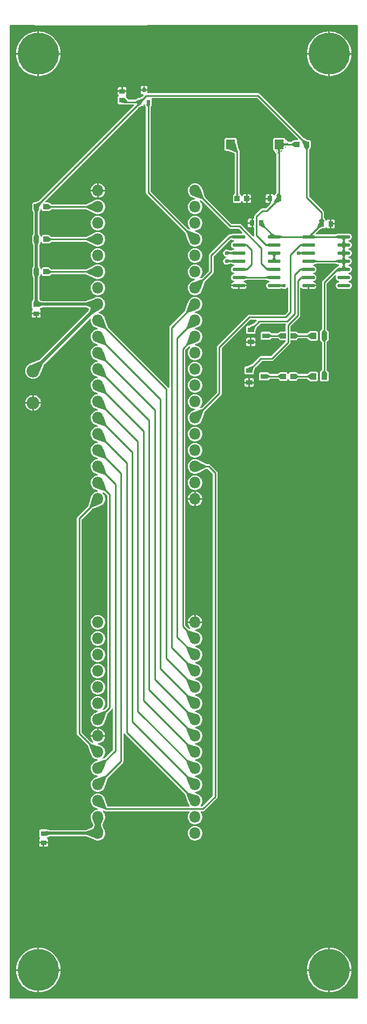
<source format=gbr>
%TF.GenerationSoftware,KiCad,Pcbnew,9.0.1*%
%TF.CreationDate,2025-04-16T15:15:48-04:00*%
%TF.ProjectId,KiCad 9 6502 ROR Test Board V2.0S,4b694361-6420-4392-9036-35303220524f,rev?*%
%TF.SameCoordinates,Original*%
%TF.FileFunction,Copper,L1,Top*%
%TF.FilePolarity,Positive*%
%FSLAX46Y46*%
G04 Gerber Fmt 4.6, Leading zero omitted, Abs format (unit mm)*
G04 Created by KiCad (PCBNEW 9.0.1) date 2025-04-16 15:15:48*
%MOMM*%
%LPD*%
G01*
G04 APERTURE LIST*
%TA.AperFunction,ComponentPad*%
%ADD10O,2.000000X2.000000*%
%TD*%
%TA.AperFunction,SMDPad,CuDef*%
%ADD11R,0.600000X0.800000*%
%TD*%
%TA.AperFunction,SMDPad,CuDef*%
%ADD12R,0.800000X0.900000*%
%TD*%
%TA.AperFunction,SMDPad,CuDef*%
%ADD13R,0.900000X0.800000*%
%TD*%
%TA.AperFunction,SMDPad,CuDef*%
%ADD14R,0.806500X0.864000*%
%TD*%
%TA.AperFunction,SMDPad,CuDef*%
%ADD15R,0.899900X1.000000*%
%TD*%
%TA.AperFunction,SMDPad,CuDef*%
%ADD16O,2.038000X0.574000*%
%TD*%
%TA.AperFunction,SMDPad,CuDef*%
%ADD17R,1.000000X0.800000*%
%TD*%
%TA.AperFunction,ComponentPad*%
%ADD18O,1.800000X1.800000*%
%TD*%
%TA.AperFunction,ComponentPad*%
%ADD19C,0.762000*%
%TD*%
%TA.AperFunction,ComponentPad*%
%ADD20O,6.500000X6.500000*%
%TD*%
%TA.AperFunction,SMDPad,CuDef*%
%ADD21R,1.400000X1.500000*%
%TD*%
%TA.AperFunction,ViaPad*%
%ADD22C,0.620000*%
%TD*%
%TA.AperFunction,Conductor*%
%ADD23C,0.500000*%
%TD*%
%TA.AperFunction,Conductor*%
%ADD24C,0.254000*%
%TD*%
G04 APERTURE END LIST*
D10*
%TO.P,P1,1,1*%
%TO.N,+5V*%
X126291000Y-84404600D03*
%TO.P,P1,2,2*%
%TO.N,GND*%
X126291000Y-89413400D03*
%TD*%
D11*
%TO.P,OSC1,1,VCC*%
%TO.N,+5V*%
X143063000Y-42332000D03*
%TO.P,OSC1,2,OUT*%
%TO.N,Net-(OSC1-OUT)*%
X144363000Y-42332000D03*
%TO.P,OSC1,3,GND*%
%TO.N,GND*%
X143713000Y-40432100D03*
%TD*%
D12*
%TO.P,C4,1,1*%
%TO.N,GND*%
X172973000Y-61382000D03*
%TO.P,C4,2,2*%
%TO.N,+5V*%
X171573000Y-61382000D03*
%TD*%
D13*
%TO.P,C1,1,1*%
%TO.N,+5V*%
X126807000Y-74017000D03*
%TO.P,C1,2,2*%
%TO.N,GND*%
X126807000Y-75417000D03*
%TD*%
D14*
%TO.P,R6,1,1*%
%TO.N,Net-(Q1-D)*%
X165550600Y-78908000D03*
%TO.P,R6,2,2*%
%TO.N,Net-(LED1-Pad2)*%
X167057400Y-78908000D03*
%TD*%
D15*
%TO.P,LED2,1,1*%
%TO.N,+5V*%
X171980100Y-85258000D03*
%TO.P,LED2,2,2*%
%TO.N,Net-(LED2-Pad2)*%
X170280100Y-85258000D03*
%TD*%
D13*
%TO.P,C2,1,1*%
%TO.N,GND*%
X127950000Y-158221000D03*
%TO.P,C2,2,2*%
%TO.N,+5V*%
X127950000Y-156821000D03*
%TD*%
D16*
%TO.P,U4,1,1CLR#*%
%TO.N,unconnected-(U4-1CLR#-Pad1)*%
X169503900Y-63414000D03*
%TO.P,U4,2,1D*%
%TO.N,/D7*%
X169503900Y-64684000D03*
%TO.P,U4,3,1CLK*%
%TO.N,RW_INV*%
X169503900Y-65954000D03*
%TO.P,U4,4,1PRE#*%
%TO.N,+5V*%
X169503900Y-67224000D03*
%TO.P,U4,5,1Q*%
%TO.N,Q*%
X169503900Y-68494000D03*
%TO.P,U4,6,1Q#*%
%TO.N,Q_INV*%
X169503900Y-69764000D03*
%TO.P,U4,7,GND*%
%TO.N,GND*%
X169503900Y-71034000D03*
%TO.P,U4,8,2Q#*%
%TO.N,unconnected-(U4-2Q#-Pad8)*%
X175042100Y-71034000D03*
%TO.P,U4,9,2Q*%
%TO.N,unconnected-(U4-2Q-Pad9)*%
X175042100Y-69764000D03*
%TO.P,U4,10,2PRE#*%
%TO.N,+5V*%
X175042100Y-68494000D03*
%TO.P,U4,11,2CLK*%
X175042100Y-67224000D03*
%TO.P,U4,12,2D*%
X175042100Y-65954000D03*
%TO.P,U4,13,2CLR#*%
X175042100Y-64684000D03*
%TO.P,U4,14,VCC*%
X175042100Y-63414000D03*
%TD*%
D15*
%TO.P,LED1,1,1*%
%TO.N,+5V*%
X171980100Y-78908000D03*
%TO.P,LED1,2,2*%
%TO.N,Net-(LED1-Pad2)*%
X170280100Y-78908000D03*
%TD*%
D12*
%TO.P,C3,1,1*%
%TO.N,GND*%
X160651000Y-61255000D03*
%TO.P,C3,2,2*%
%TO.N,+5V*%
X162051000Y-61255000D03*
%TD*%
D13*
%TO.P,C6,1,1*%
%TO.N,GND*%
X140269000Y-40616000D03*
%TO.P,C6,2,2*%
%TO.N,+5V*%
X140269000Y-42016000D03*
%TD*%
D17*
%TO.P,Q2,1,G*%
%TO.N,Q_INV*%
X160201100Y-84308000D03*
%TO.P,Q2,2,S*%
%TO.N,GND*%
X160200900Y-86208000D03*
%TO.P,Q2,3,D*%
%TO.N,Net-(Q2-D)*%
X162501100Y-85258000D03*
%TD*%
D18*
%TO.P,U2,1,A14*%
%TO.N,/A14*%
X151699000Y-156759000D03*
%TO.P,U2,2,A12*%
%TO.N,/A12*%
X151699000Y-154219000D03*
%TO.P,U2,3,A7*%
%TO.N,/A7*%
X151699000Y-151679000D03*
%TO.P,U2,4,A6*%
%TO.N,/A6*%
X151699000Y-149139000D03*
%TO.P,U2,5,A5*%
%TO.N,/A5*%
X151699000Y-146599000D03*
%TO.P,U2,6,A4*%
%TO.N,/A4*%
X151699000Y-144059000D03*
%TO.P,U2,7,A3*%
%TO.N,/A3*%
X151699000Y-141519000D03*
%TO.P,U2,8,A2*%
%TO.N,/A2*%
X151699000Y-138979000D03*
%TO.P,U2,9,A1*%
%TO.N,/A1*%
X151699000Y-136439000D03*
%TO.P,U2,10,A0*%
%TO.N,/A0*%
X151699000Y-133899000D03*
%TO.P,U2,11,I/O0*%
%TO.N,/D0*%
X151699000Y-131359000D03*
%TO.P,U2,12,I/O1*%
%TO.N,/D1*%
X151699000Y-128819000D03*
%TO.P,U2,13,I/O2*%
%TO.N,/D2*%
X151699000Y-126279000D03*
%TO.P,U2,14,GND*%
%TO.N,GND*%
X151699000Y-123739000D03*
%TO.P,U2,15,I/O3*%
%TO.N,/D3*%
X136459000Y-123739000D03*
%TO.P,U2,16,I/O4*%
%TO.N,/D4*%
X136459000Y-126279000D03*
%TO.P,U2,17,I/O5*%
%TO.N,/D5*%
X136459000Y-128819000D03*
%TO.P,U2,18,I/O6*%
%TO.N,/D6*%
X136459000Y-131359000D03*
%TO.P,U2,19,I/O7*%
%TO.N,/D7*%
X136459000Y-133899000D03*
%TO.P,U2,20,CE#*%
%TO.N,Net-(U2-CE#)*%
X136459000Y-136439000D03*
%TO.P,U2,21,A10*%
%TO.N,/A10*%
X136459000Y-138979000D03*
%TO.P,U2,22,OE#*%
%TO.N,GND*%
X136459000Y-141519000D03*
%TO.P,U2,23,A11*%
%TO.N,/A11*%
X136459000Y-144059000D03*
%TO.P,U2,24,A9*%
%TO.N,/A9*%
X136459000Y-146599000D03*
%TO.P,U2,25,A8*%
%TO.N,/A8*%
X136459000Y-149139000D03*
%TO.P,U2,26,A13*%
%TO.N,/A13*%
X136459000Y-151679000D03*
%TO.P,U2,27,WE#*%
%TO.N,+5V*%
X136459000Y-154219000D03*
%TO.P,U2,28,Vcc*%
X136459000Y-156759000D03*
%TD*%
D19*
%TO.P,U7,*%
%TO.N,*%
X124682800Y-178175000D03*
X125393000Y-176460200D03*
X125393000Y-179889800D03*
X127107700Y-175750100D03*
X127107700Y-180599900D03*
X128822500Y-176460200D03*
X128822500Y-179889800D03*
X129532700Y-178175000D03*
D20*
%TO.P,U7,1,1*%
%TO.N,GND*%
X127107700Y-178175000D03*
%TD*%
D19*
%TO.P,U5,*%
%TO.N,*%
X124682800Y-34759200D03*
X125393000Y-33044500D03*
X125393000Y-36474000D03*
X127107700Y-32334300D03*
X127107700Y-37184200D03*
X128822500Y-33044500D03*
X128822500Y-36474000D03*
X129532700Y-34759200D03*
D20*
%TO.P,U5,1,1*%
%TO.N,GND*%
X127107700Y-34759200D03*
%TD*%
D14*
%TO.P,R2,1,1*%
%TO.N,+5V*%
X126815600Y-63795000D03*
%TO.P,R2,2,2*%
%TO.N,Net-(U1-&#126;IRQ)*%
X128322400Y-63795000D03*
%TD*%
D18*
%TO.P,U1,1,V-(ss)*%
%TO.N,GND*%
X136459000Y-56175000D03*
%TO.P,U1,2,RDY*%
%TO.N,Net-(U1-RDY)*%
X136459000Y-58715000D03*
%TO.P,U1,3,\u03A61O*%
%TO.N,unconnected-(U1-\u03A61O-Pad3)*%
X136459000Y-61255000D03*
%TO.P,U1,4,&#126;IRQ*%
%TO.N,Net-(U1-&#126;IRQ)*%
X136459000Y-63795000D03*
%TO.P,U1,5,NC*%
%TO.N,unconnected-(U1-NC-Pad5)*%
X136459000Y-66335000D03*
%TO.P,U1,6,&#126;NMI*%
%TO.N,Net-(U1-&#126;NMI)*%
X136459000Y-68875000D03*
%TO.P,U1,7,SYNC*%
%TO.N,unconnected-(U1-SYNC-Pad7)*%
X136459000Y-71415000D03*
%TO.P,U1,8,V+(cc)*%
%TO.N,+5V*%
X136459000Y-73955000D03*
%TO.P,U1,9,A0*%
%TO.N,/A0*%
X136459000Y-76495000D03*
%TO.P,U1,10,A1*%
%TO.N,/A1*%
X136459000Y-79035000D03*
%TO.P,U1,11,A2*%
%TO.N,/A2*%
X136459000Y-81575000D03*
%TO.P,U1,12,A3*%
%TO.N,/A3*%
X136459000Y-84115000D03*
%TO.P,U1,13,A4*%
%TO.N,/A4*%
X136459000Y-86655000D03*
%TO.P,U1,14,A5*%
%TO.N,/A5*%
X136459000Y-89195000D03*
%TO.P,U1,15,A6*%
%TO.N,/A6*%
X136459000Y-91735000D03*
%TO.P,U1,16,A7*%
%TO.N,/A7*%
X136459000Y-94275000D03*
%TO.P,U1,17,A8*%
%TO.N,/A8*%
X136459000Y-96815000D03*
%TO.P,U1,18,A9*%
%TO.N,/A9*%
X136459000Y-99355000D03*
%TO.P,U1,19,A10*%
%TO.N,/A10*%
X136459000Y-101895000D03*
%TO.P,U1,20,A11*%
%TO.N,/A11*%
X136459000Y-104435000D03*
%TO.P,U1,21,V-(ss)*%
%TO.N,GND*%
X151699000Y-104435000D03*
%TO.P,U1,22,A12*%
%TO.N,/A12*%
X151699000Y-101895000D03*
%TO.P,U1,23,A13*%
%TO.N,/A13*%
X151699000Y-99355000D03*
%TO.P,U1,24,A14*%
%TO.N,/A14*%
X151699000Y-96815000D03*
%TO.P,U1,25,A15*%
%TO.N,/A15*%
X151699000Y-94275000D03*
%TO.P,U1,26,D7*%
%TO.N,/D7*%
X151699000Y-91735000D03*
%TO.P,U1,27,D6*%
%TO.N,/D6*%
X151699000Y-89195000D03*
%TO.P,U1,28,D5*%
%TO.N,/D5*%
X151699000Y-86655000D03*
%TO.P,U1,29,D4*%
%TO.N,/D4*%
X151699000Y-84115000D03*
%TO.P,U1,30,D3*%
%TO.N,/D3*%
X151699000Y-81575000D03*
%TO.P,U1,31,D2*%
%TO.N,/D2*%
X151699000Y-79035000D03*
%TO.P,U1,32,D1*%
%TO.N,/D1*%
X151699000Y-76495000D03*
%TO.P,U1,33,D0*%
%TO.N,/D0*%
X151699000Y-73955000D03*
%TO.P,U1,34,R/&#126;W*%
%TO.N,Net-(U1-R{slash}&#126;W)*%
X151699000Y-71415000D03*
%TO.P,U1,35,NC*%
%TO.N,unconnected-(U1-NC-Pad35)*%
X151699000Y-68875000D03*
%TO.P,U1,36,NC*%
%TO.N,unconnected-(U1-NC-Pad36)*%
X151699000Y-66335000D03*
%TO.P,U1,37,\u03A60I*%
%TO.N,Net-(OSC1-OUT)*%
X151699000Y-63795000D03*
%TO.P,U1,38,SO*%
%TO.N,Net-(U1-RDY)*%
X151699000Y-61255000D03*
%TO.P,U1,39,\u03A62O*%
%TO.N,unconnected-(U1-\u03A62O-Pad39)*%
X151699000Y-58715000D03*
%TO.P,U1,40,&#126;RES*%
%TO.N,Net-(U1-&#126;RES)*%
X151699000Y-56175000D03*
%TD*%
D14*
%TO.P,R4,1,1*%
%TO.N,R4_1*%
X167709600Y-48936000D03*
%TO.P,R4,2,2*%
%TO.N,+5V*%
X169216400Y-48936000D03*
%TD*%
%TO.P,R5,1,1*%
%TO.N,Net-(R5-Pad1)*%
X158311600Y-57445000D03*
%TO.P,R5,2,2*%
%TO.N,GND*%
X159818400Y-57445000D03*
%TD*%
%TO.P,R7,1,1*%
%TO.N,Net-(Q2-D)*%
X165550600Y-85258000D03*
%TO.P,R7,2,2*%
%TO.N,Net-(LED2-Pad2)*%
X167057400Y-85258000D03*
%TD*%
D21*
%TO.P,RESET,1*%
%TO.N,R4_1*%
X164896800Y-48936000D03*
%TO.P,RESET,2*%
%TO.N,R5_1*%
X157297200Y-48936000D03*
%TD*%
D19*
%TO.P,U8,*%
%TO.N,*%
X170308800Y-178175000D03*
X171019000Y-176460200D03*
X171019000Y-179889800D03*
X172733800Y-175750100D03*
X172733800Y-180599900D03*
X174448500Y-176460200D03*
X174448500Y-179889800D03*
X175158700Y-178175000D03*
D20*
%TO.P,U8,1,1*%
%TO.N,GND*%
X172733800Y-178175000D03*
%TD*%
D19*
%TO.P,U6,*%
%TO.N,*%
X170308800Y-34759200D03*
X171019000Y-33044500D03*
X171019000Y-36474000D03*
X172733800Y-32334300D03*
X172733800Y-37184200D03*
X174448500Y-33044500D03*
X174448500Y-36474000D03*
X175158700Y-34759200D03*
D20*
%TO.P,U6,1,1*%
%TO.N,GND*%
X172733800Y-34759200D03*
%TD*%
D14*
%TO.P,R1,1,1*%
%TO.N,+5V*%
X126815600Y-58715000D03*
%TO.P,R1,2,2*%
%TO.N,Net-(U1-RDY)*%
X128322400Y-58715000D03*
%TD*%
%TO.P,R3,1,1*%
%TO.N,+5V*%
X126815600Y-68875000D03*
%TO.P,R3,2,2*%
%TO.N,Net-(U1-&#126;NMI)*%
X128322400Y-68875000D03*
%TD*%
D17*
%TO.P,Q1,1,G*%
%TO.N,Q*%
X160455100Y-77958000D03*
%TO.P,Q1,2,S*%
%TO.N,GND*%
X160454900Y-79858000D03*
%TO.P,Q1,3,D*%
%TO.N,Net-(Q1-D)*%
X162755100Y-78908000D03*
%TD*%
D12*
%TO.P,C5,1,1*%
%TO.N,R4_1*%
X164845000Y-57445000D03*
%TO.P,C5,2,2*%
%TO.N,GND*%
X163445000Y-57445000D03*
%TD*%
D16*
%TO.P,U3,1,1A*%
%TO.N,Net-(U1-R{slash}&#126;W)*%
X158581900Y-63414000D03*
%TO.P,U3,2,1Y*%
%TO.N,Net-(U3-1Y)*%
X158581900Y-64684000D03*
%TO.P,U3,3,2A*%
%TO.N,/A15*%
X158581900Y-65954000D03*
%TO.P,U3,4,2Y*%
%TO.N,Net-(U2-CE#)*%
X158581900Y-67224000D03*
%TO.P,U3,5,3A*%
%TO.N,Net-(U3-1Y)*%
X158581900Y-68494000D03*
%TO.P,U3,6,3Y*%
%TO.N,Net-(U3-3Y)*%
X158581900Y-69764000D03*
%TO.P,U3,7,GND*%
%TO.N,GND*%
X158581900Y-71034000D03*
%TO.P,U3,8,4Y*%
%TO.N,RW_INV*%
X164120100Y-71034000D03*
%TO.P,U3,9,4A*%
%TO.N,Net-(U3-3Y)*%
X164120100Y-69764000D03*
%TO.P,U3,10,5Y*%
%TO.N,Net-(U1-&#126;RES)*%
X164120100Y-68494000D03*
%TO.P,U3,11,5A*%
%TO.N,Net-(U3-5A)*%
X164120100Y-67224000D03*
%TO.P,U3,12,6Y*%
X164120100Y-65954000D03*
%TO.P,U3,13,6A*%
%TO.N,R4_1*%
X164120100Y-64684000D03*
%TO.P,U3,14,VCC*%
%TO.N,+5V*%
X164120100Y-63414000D03*
%TD*%
D22*
%TO.N,RW_INV*%
X165669000Y-71034000D03*
X167955000Y-65954000D03*
%TO.N,/A15*%
X156652000Y-65954000D03*
%TO.N,Net-(U2-CE#)*%
X156652000Y-67224000D03*
%TD*%
D23*
%TO.N,+5V*%
X136459000Y-74236600D02*
X136459000Y-73955000D01*
X126291000Y-84404600D02*
X136459000Y-74236600D01*
D24*
%TO.N,RW_INV*%
X164119600Y-71034000D02*
X165669000Y-71034000D01*
X169504400Y-65954000D02*
X167955000Y-65954000D01*
%TO.N,+5V*%
X164119600Y-63414000D02*
X169504400Y-63414000D01*
X164119600Y-63414000D02*
X162052000Y-61343900D01*
D23*
X127950000Y-156820000D02*
X128011000Y-156759000D01*
D24*
X126814600Y-58715000D02*
X143063000Y-42466600D01*
D23*
X136441000Y-154219000D02*
X136441000Y-156759000D01*
D24*
X169504400Y-63414000D02*
X175041600Y-63414000D01*
X169217400Y-48936000D02*
X169217400Y-57244300D01*
X161597400Y-41316000D02*
X144079000Y-41316000D01*
X171980900Y-78908000D02*
X171980900Y-70564100D01*
D23*
X126807000Y-74016000D02*
X126868000Y-73955000D01*
X126807000Y-68928300D02*
X126819700Y-68915600D01*
D24*
X140269000Y-42017000D02*
X140584000Y-42332000D01*
X175041600Y-65954000D02*
X175041600Y-67224000D01*
D23*
X126814600Y-63795000D02*
X126814600Y-68875000D01*
D24*
X162052000Y-61343900D02*
X162052000Y-61255000D01*
X175041600Y-64684000D02*
X175041600Y-65954000D01*
D23*
X126868000Y-73955000D02*
X136459000Y-73955000D01*
D24*
X169504400Y-67224000D02*
X175041600Y-67224000D01*
X143063000Y-42466600D02*
X143063000Y-42332000D01*
X175041600Y-67224000D02*
X175041600Y-68494000D01*
X175041600Y-63414000D02*
X175041600Y-64684000D01*
D23*
X126807000Y-74016000D02*
X126807000Y-68928300D01*
D24*
X171980900Y-78908000D02*
X171980900Y-85258000D01*
X144079000Y-41316000D02*
X143063000Y-42332000D01*
X169217400Y-57244300D02*
X171572000Y-59601500D01*
D23*
X136240600Y-73955000D02*
X136459000Y-73955000D01*
D24*
X169217400Y-48936000D02*
X161597400Y-41316000D01*
X174051000Y-68494000D02*
X175041600Y-68494000D01*
X171572000Y-59601500D02*
X171572000Y-61382000D01*
D23*
X128011000Y-156759000D02*
X136459000Y-156759000D01*
D24*
X171572000Y-61382000D02*
X169540000Y-63414000D01*
X171980900Y-70564100D02*
X174051000Y-68494000D01*
X169540000Y-63414000D02*
X169504400Y-63414000D01*
X140584000Y-42332000D02*
X143063000Y-42332000D01*
D23*
X126814600Y-58715000D02*
X126814600Y-63795000D01*
D24*
%TO.N,R4_1*%
X164896800Y-48936000D02*
X164846000Y-48986800D01*
X162875000Y-64684000D02*
X161351000Y-63160000D01*
X164846000Y-48986800D02*
X164846000Y-57445000D01*
X161351000Y-60239000D02*
X162240000Y-59350000D01*
X162941000Y-59350000D02*
X164846000Y-57445000D01*
X162240000Y-59350000D02*
X162941000Y-59350000D01*
X164119600Y-64684000D02*
X162875000Y-64684000D01*
X161351000Y-63160000D02*
X161351000Y-60239000D01*
X164896800Y-48936000D02*
X167708600Y-48936000D01*
%TO.N,Q*%
X167320000Y-69383000D02*
X168209000Y-68494000D01*
X168209000Y-68494000D02*
X169504400Y-68494000D01*
X166177000Y-76622000D02*
X167320000Y-75479000D01*
X167320000Y-75479000D02*
X167320000Y-69383000D01*
X160454400Y-77958000D02*
X161790400Y-76622000D01*
X161790400Y-76622000D02*
X166177000Y-76622000D01*
%TO.N,Q_INV*%
X162044400Y-82464000D02*
X160200400Y-84308000D01*
X163764000Y-82464000D02*
X162044400Y-82464000D01*
X167828000Y-75733000D02*
X166304000Y-77257000D01*
X166304000Y-79924000D02*
X163764000Y-82464000D01*
X169504400Y-69764000D02*
X168336000Y-69764000D01*
X166304000Y-77257000D02*
X166304000Y-79924000D01*
X168336000Y-69764000D02*
X167828000Y-70272000D01*
X167828000Y-70272000D02*
X167828000Y-75733000D01*
%TO.N,R5_1*%
X157297200Y-48936000D02*
X158310600Y-49949500D01*
X158310600Y-49949500D02*
X158310600Y-57445000D01*
%TO.N,Net-(LED1-Pad2)*%
X170279100Y-78908000D02*
X167058400Y-78908000D01*
%TO.N,Net-(LED2-Pad2)*%
X170279100Y-85258000D02*
X167058400Y-85258000D01*
%TO.N,Net-(OSC1-OUT)*%
X151699000Y-63795000D02*
X144363500Y-56459500D01*
X144363500Y-56459500D02*
X144363500Y-42332000D01*
%TO.N,Net-(Q1-D)*%
X162755600Y-78908000D02*
X165549600Y-78908000D01*
X162755600Y-78908000D02*
X162755600Y-78908000D01*
%TO.N,Net-(Q2-D)*%
X165549600Y-85258000D02*
X162501600Y-85258000D01*
%TO.N,Net-(U1-RDY)*%
X128323400Y-58715000D02*
X130871000Y-58715000D01*
X130871000Y-58715000D02*
X136459000Y-58715000D01*
%TO.N,Net-(U1-&#126;IRQ)*%
X136586000Y-63795000D02*
X128323400Y-63795000D01*
%TO.N,Net-(U1-&#126;NMI)*%
X130871000Y-68875000D02*
X136586000Y-68875000D01*
X128323400Y-68875000D02*
X130871000Y-68875000D01*
%TO.N,/A2*%
X136459000Y-81575000D02*
X145382000Y-90498000D01*
X145382000Y-132680100D02*
X151680900Y-138979000D01*
X145382000Y-90498000D02*
X145382000Y-124553100D01*
X145382000Y-124553100D02*
X145382000Y-132680100D01*
%TO.N,/A3*%
X144498100Y-126207900D02*
X144498100Y-134336200D01*
X144498100Y-134336200D02*
X151680900Y-141519000D01*
X144498100Y-92154100D02*
X144498100Y-126207900D01*
X144498100Y-126207900D02*
X144498100Y-121478400D01*
X136459000Y-84115000D02*
X144498100Y-92154100D01*
%TO.N,/A8*%
X136459000Y-96815000D02*
X140088900Y-100445000D01*
X140088900Y-145491000D02*
X136441000Y-149139000D01*
X140088900Y-100445000D02*
X140088900Y-137364000D01*
X140088900Y-137364000D02*
X140088900Y-145491000D01*
%TO.N,/A10*%
X138325900Y-106229600D02*
X138325900Y-137094000D01*
X138325900Y-103761900D02*
X138325900Y-106229600D01*
X138325900Y-137094000D02*
X136441000Y-138979000D01*
X136459000Y-101895000D02*
X138325900Y-103761900D01*
%TO.N,Net-(U1-&#126;RES)*%
X163002000Y-68494000D02*
X162113000Y-67605000D01*
X164119600Y-68494000D02*
X163002000Y-68494000D01*
X162113000Y-65192000D02*
X158684000Y-61763000D01*
X157287000Y-61763000D02*
X151699000Y-56175000D01*
X162113000Y-67605000D02*
X162113000Y-65192000D01*
X158684000Y-61763000D02*
X157287000Y-61763000D01*
%TO.N,/A0*%
X147145000Y-129363000D02*
X151680900Y-133899000D01*
X147145000Y-87180900D02*
X147145000Y-121236000D01*
X147145000Y-121236000D02*
X147145000Y-129363000D01*
X147145000Y-121236000D02*
X147145000Y-119463000D01*
X136459000Y-76495000D02*
X147145000Y-87180900D01*
%TO.N,/A13*%
X153858000Y-99355000D02*
X154874000Y-100371000D01*
X154874000Y-151044000D02*
X152969000Y-152949000D01*
X151826000Y-99355000D02*
X153858000Y-99355000D01*
X152969000Y-152949000D02*
X137710900Y-152949000D01*
X154874000Y-100371000D02*
X154874000Y-151044000D01*
X137710900Y-152949000D02*
X136441000Y-151679000D01*
%TO.N,/A6*%
X136459000Y-91735000D02*
X141852900Y-97129000D01*
X141852900Y-97129000D02*
X141852900Y-131184000D01*
X141852900Y-131184000D02*
X141852900Y-139311000D01*
X141852900Y-139311000D02*
X151680900Y-149139000D01*
%TO.N,/A11*%
X133538000Y-133029100D02*
X133538000Y-141156000D01*
X136586000Y-104435000D02*
X133538000Y-107483000D01*
X133538000Y-141156000D02*
X136441000Y-144059000D01*
X133538000Y-133029100D02*
X133538000Y-107483000D01*
%TO.N,Net-(U1-R{slash}&#126;W)*%
X154239000Y-68875000D02*
X154239000Y-66335000D01*
X151699000Y-71415000D02*
X154239000Y-68875000D01*
X154239000Y-66335000D02*
X157160000Y-63414000D01*
X157160000Y-63414000D02*
X158582400Y-63414000D01*
%TO.N,/A5*%
X142735000Y-137653000D02*
X151680900Y-146599000D01*
X142735000Y-129526100D02*
X142735000Y-137653000D01*
X136459000Y-89195000D02*
X142735000Y-95471000D01*
X142735000Y-95471000D02*
X142735000Y-129526100D01*
%TO.N,/A9*%
X139207200Y-104942600D02*
X139207200Y-143832700D01*
X139207200Y-143832700D02*
X136441000Y-146599000D01*
X136459000Y-99355000D02*
X139207200Y-102103200D01*
X139207200Y-102103200D02*
X139207200Y-104942600D01*
%TO.N,/D2*%
X149794000Y-80940000D02*
X151699000Y-79035000D01*
X149794000Y-116265100D02*
X149794000Y-80940000D01*
X149794000Y-124392000D02*
X151680900Y-126279000D01*
X149794000Y-116265100D02*
X149794000Y-124392000D01*
%TO.N,/A1*%
X146262900Y-88838900D02*
X146262900Y-122928100D01*
X146262900Y-122928100D02*
X146262900Y-120408000D01*
X136459000Y-79035000D02*
X146262900Y-88838900D01*
X146262900Y-131021000D02*
X151680900Y-136439000D01*
X146262900Y-122928100D02*
X146262900Y-131021000D01*
%TO.N,/D0*%
X148026900Y-119652100D02*
X148026900Y-117132100D01*
X148026900Y-117132100D02*
X148026900Y-77627000D01*
X148026900Y-127705000D02*
X151680900Y-131359000D01*
X148026900Y-77627000D02*
X151699000Y-73955000D01*
X148026900Y-119652100D02*
X148026900Y-127705000D01*
%TO.N,/D7*%
X168209000Y-64684000D02*
X166685000Y-66208000D01*
X166685000Y-66208000D02*
X166685000Y-75225000D01*
X160208000Y-75987000D02*
X155509000Y-80686000D01*
X165923000Y-75987000D02*
X160208000Y-75987000D01*
X166685000Y-75225000D02*
X165923000Y-75987000D01*
X155509000Y-80686000D02*
X155509000Y-87925000D01*
X169504400Y-64684000D02*
X168209000Y-64684000D01*
X155509000Y-87925000D02*
X151699000Y-91735000D01*
%TO.N,/A15*%
X156652000Y-65954000D02*
X158582400Y-65954000D01*
%TO.N,/D1*%
X148909000Y-79285100D02*
X148909000Y-117920000D01*
X148909000Y-126047000D02*
X151680900Y-128819000D01*
X151699000Y-76495000D02*
X148909000Y-79285100D01*
X148909000Y-117920000D02*
X148909000Y-126047000D01*
%TO.N,/A7*%
X136459000Y-94275000D02*
X140970000Y-98786000D01*
X140970000Y-140968100D02*
X151680900Y-151679000D01*
X140970000Y-132842400D02*
X140970000Y-140968100D01*
X140970000Y-98786000D02*
X140970000Y-132842400D01*
%TO.N,/A4*%
X143616900Y-135995000D02*
X151680900Y-144059000D01*
X143616900Y-93812900D02*
X143616900Y-127868000D01*
X143616900Y-127868000D02*
X143616900Y-135995000D01*
X136459000Y-86655000D02*
X143616900Y-93812900D01*
X143616900Y-127868000D02*
X143616900Y-122865100D01*
%TO.N,Net-(U2-CE#)*%
X156652000Y-67224000D02*
X158582400Y-67224000D01*
%TO.N,Net-(U3-1Y)*%
X160589000Y-65446000D02*
X160589000Y-67732000D01*
X159827000Y-64684000D02*
X160589000Y-65446000D01*
X159827000Y-68494000D02*
X158582400Y-68494000D01*
X160589000Y-67732000D02*
X159827000Y-68494000D01*
X158582400Y-64684000D02*
X159827000Y-64684000D01*
%TO.N,Net-(U3-3Y)*%
X158582400Y-69764000D02*
X164119600Y-69764000D01*
%TO.N,Net-(U3-5A)*%
X164119600Y-65954000D02*
X164119600Y-67224000D01*
%TD*%
%TA.AperFunction,Conductor*%
%TO.N,GND*%
G36*
X127232700Y-179859400D02*
G01*
X127230252Y-179867735D01*
X127231489Y-179876335D01*
X127220953Y-179899403D01*
X127213809Y-179923736D01*
X127207243Y-179929425D01*
X127203634Y-179937328D01*
X127182299Y-179951039D01*
X127163134Y-179967646D01*
X127153043Y-179969841D01*
X127147226Y-179973580D01*
X127113700Y-179978400D01*
X127101700Y-179978400D01*
X127037364Y-179959509D01*
X126993454Y-179908834D01*
X126982700Y-179859400D01*
X126982700Y-179775000D01*
X127232700Y-179775000D01*
X127232700Y-179859400D01*
G37*
%TD.AperFunction*%
%TA.AperFunction,Conductor*%
G36*
X125507700Y-178300000D02*
G01*
X125423300Y-178300000D01*
X125414964Y-178297552D01*
X125406365Y-178298789D01*
X125383296Y-178288253D01*
X125358964Y-178281109D01*
X125353274Y-178274543D01*
X125345372Y-178270934D01*
X125331660Y-178249599D01*
X125315054Y-178230434D01*
X125312858Y-178220343D01*
X125309120Y-178214526D01*
X125304300Y-178181000D01*
X125304300Y-178169000D01*
X125323191Y-178104664D01*
X125373866Y-178060754D01*
X125423300Y-178050000D01*
X125507700Y-178050000D01*
X125507700Y-178300000D01*
G37*
%TD.AperFunction*%
%TA.AperFunction,Conductor*%
G36*
X128800535Y-178052447D02*
G01*
X128809135Y-178051211D01*
X128832203Y-178061746D01*
X128856536Y-178068891D01*
X128862225Y-178075456D01*
X128870128Y-178079066D01*
X128883839Y-178100400D01*
X128900446Y-178119566D01*
X128902641Y-178129656D01*
X128906380Y-178135474D01*
X128911200Y-178169000D01*
X128911200Y-178181000D01*
X128892309Y-178245336D01*
X128841634Y-178289246D01*
X128792200Y-178300000D01*
X128707700Y-178300000D01*
X128707700Y-178050000D01*
X128792200Y-178050000D01*
X128800535Y-178052447D01*
G37*
%TD.AperFunction*%
%TA.AperFunction,Conductor*%
G36*
X127178036Y-176390491D02*
G01*
X127221946Y-176441166D01*
X127232700Y-176490600D01*
X127232700Y-176575000D01*
X126982700Y-176575000D01*
X126982700Y-176490600D01*
X126985147Y-176482264D01*
X126983911Y-176473665D01*
X126994446Y-176450596D01*
X127001591Y-176426264D01*
X127008156Y-176420574D01*
X127011766Y-176412672D01*
X127033100Y-176398960D01*
X127052266Y-176382354D01*
X127062356Y-176380158D01*
X127068174Y-176376420D01*
X127101700Y-176371600D01*
X127113700Y-176371600D01*
X127178036Y-176390491D01*
G37*
%TD.AperFunction*%
%TA.AperFunction,Conductor*%
G36*
X172858800Y-179859400D02*
G01*
X172856352Y-179867735D01*
X172857589Y-179876335D01*
X172847053Y-179899403D01*
X172839909Y-179923736D01*
X172833343Y-179929425D01*
X172829734Y-179937328D01*
X172808399Y-179951039D01*
X172789234Y-179967646D01*
X172779143Y-179969841D01*
X172773326Y-179973580D01*
X172739800Y-179978400D01*
X172727800Y-179978400D01*
X172663464Y-179959509D01*
X172619554Y-179908834D01*
X172608800Y-179859400D01*
X172608800Y-179775000D01*
X172858800Y-179775000D01*
X172858800Y-179859400D01*
G37*
%TD.AperFunction*%
%TA.AperFunction,Conductor*%
G36*
X171133800Y-178300000D02*
G01*
X171049300Y-178300000D01*
X171040964Y-178297552D01*
X171032365Y-178298789D01*
X171009296Y-178288253D01*
X170984964Y-178281109D01*
X170979274Y-178274543D01*
X170971372Y-178270934D01*
X170957660Y-178249599D01*
X170941054Y-178230434D01*
X170938858Y-178220343D01*
X170935120Y-178214526D01*
X170930300Y-178181000D01*
X170930300Y-178169000D01*
X170949191Y-178104664D01*
X170999866Y-178060754D01*
X171049300Y-178050000D01*
X171133800Y-178050000D01*
X171133800Y-178300000D01*
G37*
%TD.AperFunction*%
%TA.AperFunction,Conductor*%
G36*
X174426535Y-178052447D02*
G01*
X174435135Y-178051211D01*
X174458203Y-178061746D01*
X174482536Y-178068891D01*
X174488225Y-178075456D01*
X174496128Y-178079066D01*
X174509839Y-178100400D01*
X174526446Y-178119566D01*
X174528641Y-178129656D01*
X174532380Y-178135474D01*
X174537200Y-178169000D01*
X174537200Y-178181000D01*
X174518309Y-178245336D01*
X174467634Y-178289246D01*
X174418200Y-178300000D01*
X174333800Y-178300000D01*
X174333800Y-178050000D01*
X174418200Y-178050000D01*
X174426535Y-178052447D01*
G37*
%TD.AperFunction*%
%TA.AperFunction,Conductor*%
G36*
X172804136Y-176390491D02*
G01*
X172848046Y-176441166D01*
X172858800Y-176490600D01*
X172858800Y-176575000D01*
X172608800Y-176575000D01*
X172608800Y-176490600D01*
X172611247Y-176482264D01*
X172610011Y-176473665D01*
X172620546Y-176450596D01*
X172627691Y-176426264D01*
X172634256Y-176420574D01*
X172637866Y-176412672D01*
X172659200Y-176398960D01*
X172678366Y-176382354D01*
X172688456Y-176380158D01*
X172694274Y-176376420D01*
X172727800Y-176371600D01*
X172739800Y-176371600D01*
X172804136Y-176390491D01*
G37*
%TD.AperFunction*%
%TA.AperFunction,Conductor*%
G36*
X137372583Y-103415922D02*
G01*
X137481036Y-103453594D01*
X137526135Y-103481859D01*
X137923546Y-103879270D01*
X137955680Y-103938121D01*
X137958400Y-103963416D01*
X137958400Y-136892491D01*
X137939509Y-136956827D01*
X137923548Y-136976635D01*
X137516155Y-137384049D01*
X137506672Y-137390045D01*
X137501924Y-137396200D01*
X137471962Y-137411997D01*
X137390057Y-137441192D01*
X137323113Y-137444999D01*
X137264738Y-137412009D01*
X137233465Y-137352696D01*
X137239224Y-137285891D01*
X137265957Y-137244954D01*
X137328916Y-137181995D01*
X137328925Y-137181986D01*
X137434443Y-137036752D01*
X137515943Y-136876800D01*
X137571417Y-136706068D01*
X137571416Y-136706068D01*
X137571418Y-136706065D01*
X137581083Y-136645036D01*
X137599500Y-136528759D01*
X137599500Y-136349241D01*
X137584000Y-136251378D01*
X137571418Y-136171934D01*
X137556756Y-136126811D01*
X137515943Y-136001200D01*
X137434443Y-135841248D01*
X137434441Y-135841245D01*
X137328930Y-135696020D01*
X137328922Y-135696011D01*
X137201988Y-135569077D01*
X137201979Y-135569069D01*
X137056754Y-135463558D01*
X137053870Y-135462088D01*
X136896800Y-135382057D01*
X136858179Y-135369508D01*
X136726065Y-135326581D01*
X136548759Y-135298500D01*
X136369241Y-135298500D01*
X136369240Y-135298500D01*
X136191934Y-135326581D01*
X136021809Y-135381859D01*
X136021200Y-135382057D01*
X135941224Y-135422807D01*
X135861245Y-135463558D01*
X135716020Y-135569069D01*
X135716011Y-135569077D01*
X135589077Y-135696011D01*
X135589069Y-135696020D01*
X135483558Y-135841245D01*
X135482778Y-135842776D01*
X135402057Y-136001200D01*
X135402056Y-136001202D01*
X135402056Y-136001203D01*
X135346581Y-136171934D01*
X135318500Y-136349240D01*
X135318500Y-136528759D01*
X135346581Y-136706065D01*
X135389508Y-136838179D01*
X135402057Y-136876800D01*
X135442833Y-136956827D01*
X135483558Y-137036754D01*
X135589069Y-137181979D01*
X135589077Y-137181988D01*
X135716011Y-137308922D01*
X135716020Y-137308930D01*
X135845685Y-137403136D01*
X135861248Y-137414443D01*
X136021200Y-137495943D01*
X136191932Y-137551417D01*
X136346587Y-137575911D01*
X136350563Y-137577796D01*
X136354958Y-137577547D01*
X136380578Y-137592025D01*
X136407174Y-137604633D01*
X136409500Y-137608369D01*
X136413334Y-137610536D01*
X136427060Y-137636569D01*
X136442617Y-137661553D01*
X136442554Y-137665955D01*
X136444607Y-137669849D01*
X136442080Y-137699166D01*
X136441660Y-137728598D01*
X136439227Y-137732267D01*
X136438849Y-137736654D01*
X136420869Y-137759954D01*
X136404607Y-137784483D01*
X136399825Y-137787227D01*
X136397887Y-137789740D01*
X136367925Y-137805538D01*
X136213863Y-137860455D01*
X136210875Y-137861520D01*
X136196402Y-137865213D01*
X136196470Y-137865494D01*
X136191931Y-137866583D01*
X136070572Y-137906015D01*
X136021200Y-137922057D01*
X135970522Y-137947879D01*
X135861245Y-138003558D01*
X135716020Y-138109069D01*
X135716011Y-138109077D01*
X135589077Y-138236011D01*
X135589069Y-138236020D01*
X135483558Y-138381245D01*
X135442807Y-138461224D01*
X135402057Y-138541200D01*
X135402056Y-138541202D01*
X135402056Y-138541203D01*
X135346581Y-138711934D01*
X135318500Y-138889240D01*
X135318500Y-139068759D01*
X135346581Y-139246065D01*
X135383401Y-139359382D01*
X135402057Y-139416800D01*
X135482088Y-139573870D01*
X135483558Y-139576754D01*
X135589069Y-139721979D01*
X135589077Y-139721988D01*
X135716011Y-139848922D01*
X135716020Y-139848930D01*
X135841703Y-139940243D01*
X135861248Y-139954443D01*
X136021200Y-140035943D01*
X136146811Y-140076756D01*
X136191934Y-140091418D01*
X136271378Y-140104000D01*
X136369241Y-140119500D01*
X136369245Y-140119500D01*
X136548755Y-140119500D01*
X136548759Y-140119500D01*
X136665036Y-140101083D01*
X136726065Y-140091418D01*
X136729318Y-140090361D01*
X136896800Y-140035943D01*
X137056752Y-139954443D01*
X137201986Y-139848925D01*
X137328925Y-139721986D01*
X137434443Y-139576752D01*
X137515943Y-139416800D01*
X137571417Y-139246068D01*
X137571419Y-139246057D01*
X137572511Y-139241513D01*
X137572677Y-139241553D01*
X137575966Y-139228208D01*
X137577540Y-139223553D01*
X137577543Y-139223550D01*
X138009200Y-137947876D01*
X138037769Y-137901882D01*
X138601014Y-137338608D01*
X138615336Y-137324286D01*
X138618679Y-137321294D01*
X138619818Y-137320065D01*
X138620148Y-137319546D01*
X138620973Y-137318820D01*
X138623167Y-137316455D01*
X138626584Y-137313038D01*
X138626049Y-137312578D01*
X138627228Y-137311206D01*
X138627867Y-137311755D01*
X138629782Y-137309842D01*
X138630441Y-137310501D01*
X138643594Y-137298944D01*
X138666161Y-137277423D01*
X138668628Y-137276947D01*
X138670518Y-137275287D01*
X138701373Y-137270632D01*
X138732000Y-137264727D01*
X138734334Y-137265661D01*
X138736821Y-137265286D01*
X138765288Y-137278049D01*
X138794252Y-137289641D01*
X138795710Y-137291689D01*
X138798005Y-137292718D01*
X138815053Y-137318847D01*
X138833151Y-137344257D01*
X138833678Y-137347392D01*
X138834645Y-137348874D01*
X138834675Y-137353321D01*
X138839700Y-137383189D01*
X138839700Y-143631190D01*
X138820809Y-143695526D01*
X138804847Y-143715334D01*
X137516166Y-145004059D01*
X137471974Y-145032007D01*
X137390035Y-145061214D01*
X137323091Y-145065021D01*
X137264715Y-145032031D01*
X137233443Y-144972718D01*
X137239202Y-144905913D01*
X137265935Y-144864976D01*
X137328916Y-144801995D01*
X137328925Y-144801986D01*
X137434443Y-144656752D01*
X137515943Y-144496800D01*
X137571417Y-144326068D01*
X137571416Y-144326068D01*
X137571418Y-144326065D01*
X137581083Y-144265036D01*
X137599500Y-144148759D01*
X137599500Y-143969241D01*
X137584000Y-143871378D01*
X137571418Y-143791934D01*
X137535204Y-143680480D01*
X137515943Y-143621200D01*
X137434443Y-143461248D01*
X137434441Y-143461245D01*
X137328930Y-143316020D01*
X137328922Y-143316011D01*
X137201988Y-143189077D01*
X137201979Y-143189069D01*
X137056754Y-143083558D01*
X137053870Y-143082088D01*
X136896800Y-143002057D01*
X136726068Y-142946583D01*
X136726066Y-142946582D01*
X136726061Y-142946581D01*
X136721518Y-142945490D01*
X136721557Y-142945323D01*
X136708206Y-142942032D01*
X136544897Y-142886766D01*
X136490011Y-142848249D01*
X136464663Y-142786173D01*
X136476899Y-142720246D01*
X136522835Y-142671401D01*
X136564428Y-142656511D01*
X136725954Y-142630928D01*
X136896604Y-142575479D01*
X137056492Y-142494013D01*
X137201653Y-142388548D01*
X137201662Y-142388540D01*
X137328540Y-142261662D01*
X137328548Y-142261653D01*
X137434013Y-142116492D01*
X137515479Y-141956604D01*
X137570927Y-141785954D01*
X137593412Y-141644000D01*
X136943144Y-141644000D01*
X136959000Y-141584826D01*
X136959000Y-141453174D01*
X136943144Y-141394000D01*
X137593412Y-141394000D01*
X137570927Y-141252045D01*
X137515479Y-141081395D01*
X137434013Y-140921507D01*
X137328548Y-140776346D01*
X137328540Y-140776337D01*
X137201662Y-140649459D01*
X137201653Y-140649451D01*
X137056492Y-140543986D01*
X136896604Y-140462520D01*
X136725951Y-140407071D01*
X136584000Y-140384587D01*
X136584000Y-141034855D01*
X136524826Y-141019000D01*
X136393174Y-141019000D01*
X136334000Y-141034855D01*
X136334000Y-140384587D01*
X136192048Y-140407071D01*
X136021395Y-140462520D01*
X135861507Y-140543986D01*
X135716346Y-140649451D01*
X135716337Y-140649459D01*
X135589459Y-140776337D01*
X135589451Y-140776346D01*
X135483986Y-140921507D01*
X135402520Y-141081395D01*
X135347072Y-141252045D01*
X135324588Y-141394000D01*
X135974856Y-141394000D01*
X135959000Y-141453174D01*
X135959000Y-141584826D01*
X135974856Y-141644000D01*
X135324588Y-141644000D01*
X135347072Y-141785954D01*
X135402520Y-141956604D01*
X135483986Y-142116492D01*
X135589451Y-142261653D01*
X135589459Y-142261662D01*
X135685477Y-142357680D01*
X135688758Y-142363689D01*
X135694362Y-142367622D01*
X135704613Y-142392727D01*
X135717611Y-142416531D01*
X135717122Y-142423360D01*
X135719711Y-142429699D01*
X135714762Y-142456363D01*
X135712828Y-142483412D01*
X135708725Y-142488892D01*
X135707476Y-142495625D01*
X135688893Y-142515384D01*
X135672645Y-142537090D01*
X135666231Y-142539482D01*
X135661540Y-142544471D01*
X135635227Y-142551046D01*
X135609820Y-142560523D01*
X135601546Y-142559462D01*
X135596488Y-142560727D01*
X135563186Y-142554547D01*
X135427921Y-142508772D01*
X135381922Y-142480198D01*
X133940354Y-141038630D01*
X133908220Y-140979779D01*
X133905500Y-140954484D01*
X133905500Y-133809240D01*
X135318500Y-133809240D01*
X135318500Y-133988759D01*
X135346581Y-134166065D01*
X135363726Y-134218830D01*
X135402057Y-134336800D01*
X135474028Y-134478050D01*
X135483558Y-134496754D01*
X135589069Y-134641979D01*
X135589077Y-134641988D01*
X135716011Y-134768922D01*
X135716020Y-134768930D01*
X135841703Y-134860243D01*
X135861248Y-134874443D01*
X136021200Y-134955943D01*
X136146811Y-134996756D01*
X136191934Y-135011418D01*
X136271378Y-135024000D01*
X136369241Y-135039500D01*
X136369245Y-135039500D01*
X136548755Y-135039500D01*
X136548759Y-135039500D01*
X136665036Y-135021083D01*
X136726065Y-135011418D01*
X136729318Y-135010361D01*
X136896800Y-134955943D01*
X137056752Y-134874443D01*
X137201986Y-134768925D01*
X137328925Y-134641986D01*
X137434443Y-134496752D01*
X137515943Y-134336800D01*
X137571417Y-134166068D01*
X137571416Y-134166068D01*
X137571418Y-134166065D01*
X137581083Y-134105036D01*
X137599500Y-133988759D01*
X137599500Y-133809241D01*
X137584000Y-133711378D01*
X137571418Y-133631934D01*
X137556756Y-133586811D01*
X137515943Y-133461200D01*
X137434443Y-133301248D01*
X137434441Y-133301245D01*
X137328930Y-133156020D01*
X137328922Y-133156011D01*
X137201988Y-133029077D01*
X137201979Y-133029069D01*
X137056754Y-132923558D01*
X137020901Y-132905290D01*
X136896800Y-132842057D01*
X136834917Y-132821950D01*
X136726065Y-132786581D01*
X136548759Y-132758500D01*
X136369241Y-132758500D01*
X136369240Y-132758500D01*
X136191934Y-132786581D01*
X136021871Y-132841839D01*
X136021200Y-132842057D01*
X135953206Y-132876702D01*
X135861245Y-132923558D01*
X135716020Y-133029069D01*
X135716011Y-133029077D01*
X135589077Y-133156011D01*
X135589069Y-133156020D01*
X135483558Y-133301245D01*
X135442807Y-133381224D01*
X135402057Y-133461200D01*
X135402056Y-133461202D01*
X135402056Y-133461203D01*
X135346581Y-133631934D01*
X135318500Y-133809240D01*
X133905500Y-133809240D01*
X133905500Y-131269240D01*
X135318500Y-131269240D01*
X135318500Y-131448759D01*
X135346581Y-131626065D01*
X135389508Y-131758179D01*
X135402057Y-131796800D01*
X135482088Y-131953870D01*
X135483558Y-131956754D01*
X135589069Y-132101979D01*
X135589077Y-132101988D01*
X135716011Y-132228922D01*
X135716020Y-132228930D01*
X135861245Y-132334441D01*
X135861248Y-132334443D01*
X136021200Y-132415943D01*
X136146811Y-132456756D01*
X136191934Y-132471418D01*
X136271378Y-132484000D01*
X136369241Y-132499500D01*
X136369245Y-132499500D01*
X136548755Y-132499500D01*
X136548759Y-132499500D01*
X136665036Y-132481083D01*
X136726065Y-132471418D01*
X136729318Y-132470361D01*
X136896800Y-132415943D01*
X137056752Y-132334443D01*
X137201986Y-132228925D01*
X137328925Y-132101986D01*
X137434443Y-131956752D01*
X137515943Y-131796800D01*
X137571417Y-131626068D01*
X137571416Y-131626068D01*
X137571418Y-131626065D01*
X137581083Y-131565036D01*
X137599500Y-131448759D01*
X137599500Y-131269241D01*
X137578336Y-131135618D01*
X137571418Y-131091934D01*
X137556756Y-131046811D01*
X137515943Y-130921200D01*
X137434443Y-130761248D01*
X137434441Y-130761245D01*
X137328930Y-130616020D01*
X137328922Y-130616011D01*
X137201988Y-130489077D01*
X137201979Y-130489069D01*
X137056754Y-130383558D01*
X137053870Y-130382088D01*
X136896800Y-130302057D01*
X136858179Y-130289508D01*
X136726065Y-130246581D01*
X136548759Y-130218500D01*
X136369241Y-130218500D01*
X136369240Y-130218500D01*
X136191934Y-130246581D01*
X136021809Y-130301859D01*
X136021200Y-130302057D01*
X135941224Y-130342807D01*
X135861245Y-130383558D01*
X135716020Y-130489069D01*
X135716011Y-130489077D01*
X135589077Y-130616011D01*
X135589069Y-130616020D01*
X135483558Y-130761245D01*
X135453884Y-130819484D01*
X135402057Y-130921200D01*
X135402056Y-130921202D01*
X135402056Y-130921203D01*
X135346581Y-131091934D01*
X135318500Y-131269240D01*
X133905500Y-131269240D01*
X133905500Y-128729240D01*
X135318500Y-128729240D01*
X135318500Y-128908759D01*
X135346581Y-129086065D01*
X135387104Y-129210779D01*
X135402057Y-129256800D01*
X135480821Y-129411382D01*
X135483558Y-129416754D01*
X135589069Y-129561979D01*
X135589077Y-129561988D01*
X135716011Y-129688922D01*
X135716020Y-129688930D01*
X135808452Y-129756085D01*
X135861248Y-129794443D01*
X136021200Y-129875943D01*
X136146811Y-129916756D01*
X136191934Y-129931418D01*
X136271378Y-129944000D01*
X136369241Y-129959500D01*
X136369245Y-129959500D01*
X136548755Y-129959500D01*
X136548759Y-129959500D01*
X136665036Y-129941083D01*
X136726065Y-129931418D01*
X136729318Y-129930361D01*
X136896800Y-129875943D01*
X137056752Y-129794443D01*
X137201986Y-129688925D01*
X137328925Y-129561986D01*
X137434443Y-129416752D01*
X137515943Y-129256800D01*
X137571417Y-129086068D01*
X137571416Y-129086068D01*
X137571418Y-129086065D01*
X137581083Y-129025036D01*
X137599500Y-128908759D01*
X137599500Y-128729241D01*
X137584000Y-128631378D01*
X137571418Y-128551934D01*
X137556756Y-128506811D01*
X137515943Y-128381200D01*
X137434443Y-128221248D01*
X137434441Y-128221245D01*
X137328930Y-128076020D01*
X137328922Y-128076011D01*
X137201988Y-127949077D01*
X137201979Y-127949069D01*
X137056754Y-127843558D01*
X137009769Y-127819618D01*
X136896800Y-127762057D01*
X136858179Y-127749508D01*
X136726065Y-127706581D01*
X136548759Y-127678500D01*
X136369241Y-127678500D01*
X136369240Y-127678500D01*
X136191934Y-127706581D01*
X136021902Y-127761829D01*
X136021200Y-127762057D01*
X135941224Y-127802807D01*
X135861245Y-127843558D01*
X135716020Y-127949069D01*
X135716011Y-127949077D01*
X135589077Y-128076011D01*
X135589069Y-128076020D01*
X135483558Y-128221245D01*
X135442807Y-128301224D01*
X135402057Y-128381200D01*
X135402056Y-128381202D01*
X135402056Y-128381203D01*
X135346581Y-128551934D01*
X135318500Y-128729240D01*
X133905500Y-128729240D01*
X133905500Y-126189240D01*
X135318500Y-126189240D01*
X135318500Y-126368759D01*
X135346581Y-126546065D01*
X135389508Y-126678179D01*
X135402057Y-126716800D01*
X135482088Y-126873870D01*
X135483558Y-126876754D01*
X135589069Y-127021979D01*
X135589077Y-127021988D01*
X135716011Y-127148922D01*
X135716020Y-127148930D01*
X135845634Y-127243099D01*
X135861248Y-127254443D01*
X136021200Y-127335943D01*
X136146811Y-127376756D01*
X136191934Y-127391418D01*
X136271378Y-127404000D01*
X136369241Y-127419500D01*
X136369245Y-127419500D01*
X136548755Y-127419500D01*
X136548759Y-127419500D01*
X136665036Y-127401083D01*
X136726065Y-127391418D01*
X136729318Y-127390361D01*
X136896800Y-127335943D01*
X137056752Y-127254443D01*
X137201986Y-127148925D01*
X137328925Y-127021986D01*
X137434443Y-126876752D01*
X137515943Y-126716800D01*
X137571417Y-126546068D01*
X137571416Y-126546068D01*
X137571418Y-126546065D01*
X137581083Y-126485036D01*
X137599500Y-126368759D01*
X137599500Y-126189241D01*
X137584000Y-126091378D01*
X137571418Y-126011934D01*
X137533352Y-125894780D01*
X137515943Y-125841200D01*
X137434443Y-125681248D01*
X137434441Y-125681245D01*
X137328930Y-125536020D01*
X137328922Y-125536011D01*
X137201988Y-125409077D01*
X137201979Y-125409069D01*
X137056754Y-125303558D01*
X136983048Y-125266003D01*
X136896800Y-125222057D01*
X136858179Y-125209508D01*
X136726065Y-125166581D01*
X136548759Y-125138500D01*
X136369241Y-125138500D01*
X136369240Y-125138500D01*
X136191934Y-125166581D01*
X136021948Y-125221814D01*
X136021200Y-125222057D01*
X135984488Y-125240763D01*
X135861245Y-125303558D01*
X135716020Y-125409069D01*
X135716011Y-125409077D01*
X135589077Y-125536011D01*
X135589069Y-125536020D01*
X135483558Y-125681245D01*
X135442807Y-125761224D01*
X135402057Y-125841200D01*
X135402056Y-125841202D01*
X135402056Y-125841203D01*
X135346581Y-126011934D01*
X135318500Y-126189240D01*
X133905500Y-126189240D01*
X133905500Y-123649240D01*
X135318500Y-123649240D01*
X135318500Y-123828759D01*
X135346581Y-124006065D01*
X135389508Y-124138179D01*
X135402057Y-124176800D01*
X135451907Y-124274635D01*
X135483558Y-124336754D01*
X135589069Y-124481979D01*
X135589077Y-124481988D01*
X135716011Y-124608922D01*
X135716020Y-124608930D01*
X135846106Y-124703442D01*
X135861248Y-124714443D01*
X136021200Y-124795943D01*
X136146811Y-124836756D01*
X136191934Y-124851418D01*
X136271378Y-124864000D01*
X136369241Y-124879500D01*
X136369245Y-124879500D01*
X136548755Y-124879500D01*
X136548759Y-124879500D01*
X136665036Y-124861083D01*
X136726065Y-124851418D01*
X136729318Y-124850361D01*
X136896800Y-124795943D01*
X137056752Y-124714443D01*
X137201986Y-124608925D01*
X137328925Y-124481986D01*
X137434443Y-124336752D01*
X137515943Y-124176800D01*
X137571417Y-124006068D01*
X137571416Y-124006068D01*
X137571418Y-124006065D01*
X137593918Y-123864000D01*
X137599500Y-123828759D01*
X137599500Y-123649241D01*
X137583149Y-123546007D01*
X137571418Y-123471934D01*
X137556756Y-123426811D01*
X137515943Y-123301200D01*
X137434443Y-123141248D01*
X137434441Y-123141245D01*
X137328930Y-122996020D01*
X137328922Y-122996011D01*
X137201988Y-122869077D01*
X137201979Y-122869069D01*
X137056754Y-122763558D01*
X137053870Y-122762088D01*
X136896800Y-122682057D01*
X136858179Y-122669508D01*
X136726065Y-122626581D01*
X136548759Y-122598500D01*
X136369241Y-122598500D01*
X136369240Y-122598500D01*
X136191934Y-122626581D01*
X136021203Y-122682056D01*
X136021200Y-122682057D01*
X135941224Y-122722807D01*
X135861245Y-122763558D01*
X135716020Y-122869069D01*
X135716011Y-122869077D01*
X135589077Y-122996011D01*
X135589069Y-122996020D01*
X135483558Y-123141245D01*
X135483425Y-123141507D01*
X135402057Y-123301200D01*
X135402056Y-123301202D01*
X135402056Y-123301203D01*
X135346581Y-123471934D01*
X135318500Y-123649240D01*
X133905500Y-123649240D01*
X133905500Y-107684514D01*
X133924391Y-107620178D01*
X133940349Y-107600373D01*
X135461983Y-106078738D01*
X135500600Y-106052940D01*
X136706627Y-105553586D01*
X136724392Y-105547819D01*
X136726055Y-105547418D01*
X136726068Y-105547417D01*
X136896800Y-105491943D01*
X137056752Y-105410443D01*
X137201986Y-105304925D01*
X137328925Y-105177986D01*
X137434443Y-105032752D01*
X137515943Y-104872800D01*
X137571417Y-104702068D01*
X137571416Y-104702068D01*
X137571418Y-104702065D01*
X137593918Y-104560000D01*
X137599500Y-104524759D01*
X137599500Y-104345241D01*
X137583149Y-104242007D01*
X137571418Y-104167934D01*
X137556756Y-104122811D01*
X137515943Y-103997200D01*
X137434443Y-103837248D01*
X137434441Y-103837245D01*
X137328930Y-103692020D01*
X137328922Y-103692011D01*
X137249390Y-103612479D01*
X137217256Y-103553628D01*
X137222039Y-103486747D01*
X137262222Y-103433069D01*
X137325047Y-103409636D01*
X137372583Y-103415922D01*
G37*
%TD.AperFunction*%
%TA.AperFunction,Conductor*%
G36*
X127232700Y-36443700D02*
G01*
X127230252Y-36452035D01*
X127231489Y-36460635D01*
X127220953Y-36483703D01*
X127213809Y-36508036D01*
X127207243Y-36513725D01*
X127203634Y-36521628D01*
X127182299Y-36535339D01*
X127163134Y-36551946D01*
X127153043Y-36554141D01*
X127147226Y-36557880D01*
X127113700Y-36562700D01*
X127101700Y-36562700D01*
X127037364Y-36543809D01*
X126993454Y-36493134D01*
X126982700Y-36443700D01*
X126982700Y-36359200D01*
X127232700Y-36359200D01*
X127232700Y-36443700D01*
G37*
%TD.AperFunction*%
%TA.AperFunction,Conductor*%
G36*
X125507700Y-34884200D02*
G01*
X125423300Y-34884200D01*
X125414964Y-34881752D01*
X125406365Y-34882989D01*
X125383296Y-34872453D01*
X125358964Y-34865309D01*
X125353274Y-34858743D01*
X125345372Y-34855134D01*
X125331660Y-34833799D01*
X125315054Y-34814634D01*
X125312858Y-34804543D01*
X125309120Y-34798726D01*
X125304300Y-34765200D01*
X125304300Y-34753200D01*
X125323191Y-34688864D01*
X125373866Y-34644954D01*
X125423300Y-34634200D01*
X125507700Y-34634200D01*
X125507700Y-34884200D01*
G37*
%TD.AperFunction*%
%TA.AperFunction,Conductor*%
G36*
X128800535Y-34636647D02*
G01*
X128809135Y-34635411D01*
X128832203Y-34645946D01*
X128856536Y-34653091D01*
X128862225Y-34659656D01*
X128870128Y-34663266D01*
X128883839Y-34684600D01*
X128900446Y-34703766D01*
X128902641Y-34713856D01*
X128906380Y-34719674D01*
X128911200Y-34753200D01*
X128911200Y-34765200D01*
X128892309Y-34829536D01*
X128841634Y-34873446D01*
X128792200Y-34884200D01*
X128707700Y-34884200D01*
X128707700Y-34634200D01*
X128792200Y-34634200D01*
X128800535Y-34636647D01*
G37*
%TD.AperFunction*%
%TA.AperFunction,Conductor*%
G36*
X127178036Y-32974691D02*
G01*
X127221946Y-33025366D01*
X127232700Y-33074800D01*
X127232700Y-33159200D01*
X126982700Y-33159200D01*
X126982700Y-33074800D01*
X126985147Y-33066464D01*
X126983911Y-33057865D01*
X126994446Y-33034796D01*
X127001591Y-33010464D01*
X127008156Y-33004774D01*
X127011766Y-32996872D01*
X127033100Y-32983160D01*
X127052266Y-32966554D01*
X127062356Y-32964358D01*
X127068174Y-32960620D01*
X127101700Y-32955800D01*
X127113700Y-32955800D01*
X127178036Y-32974691D01*
G37*
%TD.AperFunction*%
%TA.AperFunction,Conductor*%
G36*
X172858800Y-36443700D02*
G01*
X172856352Y-36452035D01*
X172857589Y-36460635D01*
X172847053Y-36483703D01*
X172839909Y-36508036D01*
X172833343Y-36513725D01*
X172829734Y-36521628D01*
X172808399Y-36535339D01*
X172789234Y-36551946D01*
X172779143Y-36554141D01*
X172773326Y-36557880D01*
X172739800Y-36562700D01*
X172727800Y-36562700D01*
X172663464Y-36543809D01*
X172619554Y-36493134D01*
X172608800Y-36443700D01*
X172608800Y-36359200D01*
X172858800Y-36359200D01*
X172858800Y-36443700D01*
G37*
%TD.AperFunction*%
%TA.AperFunction,Conductor*%
G36*
X171133800Y-34884200D02*
G01*
X171049300Y-34884200D01*
X171040964Y-34881752D01*
X171032365Y-34882989D01*
X171009296Y-34872453D01*
X170984964Y-34865309D01*
X170979274Y-34858743D01*
X170971372Y-34855134D01*
X170957660Y-34833799D01*
X170941054Y-34814634D01*
X170938858Y-34804543D01*
X170935120Y-34798726D01*
X170930300Y-34765200D01*
X170930300Y-34753200D01*
X170949191Y-34688864D01*
X170999866Y-34644954D01*
X171049300Y-34634200D01*
X171133800Y-34634200D01*
X171133800Y-34884200D01*
G37*
%TD.AperFunction*%
%TA.AperFunction,Conductor*%
G36*
X174426535Y-34636647D02*
G01*
X174435135Y-34635411D01*
X174458203Y-34645946D01*
X174482536Y-34653091D01*
X174488225Y-34659656D01*
X174496128Y-34663266D01*
X174509839Y-34684600D01*
X174526446Y-34703766D01*
X174528641Y-34713856D01*
X174532380Y-34719674D01*
X174537200Y-34753200D01*
X174537200Y-34765200D01*
X174518309Y-34829536D01*
X174467634Y-34873446D01*
X174418200Y-34884200D01*
X174333800Y-34884200D01*
X174333800Y-34634200D01*
X174418200Y-34634200D01*
X174426535Y-34636647D01*
G37*
%TD.AperFunction*%
%TA.AperFunction,Conductor*%
G36*
X172804136Y-32974691D02*
G01*
X172848046Y-33025366D01*
X172858800Y-33074800D01*
X172858800Y-33159200D01*
X172608800Y-33159200D01*
X172608800Y-33074800D01*
X172611247Y-33066464D01*
X172610011Y-33057865D01*
X172620546Y-33034796D01*
X172627691Y-33010464D01*
X172634256Y-33004774D01*
X172637866Y-32996872D01*
X172659200Y-32983160D01*
X172678366Y-32966554D01*
X172688456Y-32964358D01*
X172694274Y-32960620D01*
X172727800Y-32955800D01*
X172739800Y-32955800D01*
X172804136Y-32974691D01*
G37*
%TD.AperFunction*%
%TA.AperFunction,Conductor*%
G36*
X126535313Y-30278391D02*
G01*
X126579223Y-30329066D01*
X126581548Y-30339757D01*
X126589977Y-30348186D01*
X126589977Y-30348187D01*
X126589978Y-30348187D01*
X144169900Y-30348187D01*
X144169901Y-30348187D01*
X144169901Y-30348185D01*
X144182502Y-30335584D01*
X144188792Y-30314164D01*
X144239467Y-30270254D01*
X144288901Y-30259500D01*
X177114500Y-30259500D01*
X177178836Y-30278391D01*
X177222746Y-30329066D01*
X177233500Y-30378500D01*
X177233500Y-182555500D01*
X177214609Y-182619836D01*
X177163934Y-182663746D01*
X177114500Y-182674500D01*
X122727500Y-182674500D01*
X122663164Y-182655609D01*
X122619254Y-182604934D01*
X122608500Y-182555500D01*
X122608500Y-178003550D01*
X123617700Y-178003550D01*
X123617700Y-178049999D01*
X123617701Y-178050000D01*
X123942300Y-178050000D01*
X123950635Y-178052447D01*
X123959235Y-178051211D01*
X123982303Y-178061746D01*
X124006636Y-178068891D01*
X124012325Y-178075456D01*
X124020228Y-178079066D01*
X124033939Y-178100400D01*
X124050546Y-178119566D01*
X124052741Y-178129656D01*
X124056480Y-178135474D01*
X124061300Y-178169000D01*
X124061300Y-178181000D01*
X124042409Y-178245336D01*
X123991734Y-178289246D01*
X123942300Y-178300000D01*
X123617701Y-178300000D01*
X123617700Y-178300001D01*
X123617700Y-178346449D01*
X123651309Y-178687694D01*
X123651309Y-178687695D01*
X123718207Y-179024021D01*
X123817746Y-179352159D01*
X123817751Y-179352171D01*
X123948974Y-179668971D01*
X124110617Y-179971382D01*
X124301124Y-180256497D01*
X124518656Y-180521560D01*
X124761139Y-180764043D01*
X125026202Y-180981575D01*
X125311317Y-181172082D01*
X125311316Y-181172082D01*
X125613728Y-181333725D01*
X125930528Y-181464948D01*
X125930540Y-181464953D01*
X126258678Y-181564492D01*
X126595004Y-181631390D01*
X126936250Y-181665000D01*
X126982699Y-181665000D01*
X126982700Y-181664999D01*
X126982700Y-181340400D01*
X126985147Y-181332064D01*
X126983911Y-181323465D01*
X126994446Y-181300396D01*
X127001591Y-181276064D01*
X127008156Y-181270374D01*
X127011766Y-181262472D01*
X127033100Y-181248760D01*
X127052266Y-181232154D01*
X127062356Y-181229958D01*
X127068174Y-181226220D01*
X127101700Y-181221400D01*
X127113700Y-181221400D01*
X127178036Y-181240291D01*
X127221946Y-181290966D01*
X127232700Y-181340400D01*
X127232700Y-181664999D01*
X127232701Y-181665000D01*
X127279150Y-181665000D01*
X127620394Y-181631390D01*
X127620395Y-181631390D01*
X127956721Y-181564492D01*
X128284859Y-181464953D01*
X128284871Y-181464948D01*
X128601671Y-181333725D01*
X128904082Y-181172082D01*
X129189197Y-180981575D01*
X129454260Y-180764043D01*
X129696743Y-180521560D01*
X129914275Y-180256497D01*
X130104782Y-179971382D01*
X130266425Y-179668971D01*
X130397648Y-179352171D01*
X130397653Y-179352159D01*
X130497192Y-179024021D01*
X130564090Y-178687695D01*
X130564090Y-178687694D01*
X130597700Y-178346449D01*
X130597700Y-178300001D01*
X130597699Y-178300000D01*
X130273200Y-178300000D01*
X130264864Y-178297552D01*
X130256265Y-178298789D01*
X130233196Y-178288253D01*
X130208864Y-178281109D01*
X130203174Y-178274543D01*
X130195272Y-178270934D01*
X130181560Y-178249599D01*
X130164954Y-178230434D01*
X130162758Y-178220343D01*
X130159020Y-178214526D01*
X130154200Y-178181000D01*
X130154200Y-178169000D01*
X130173091Y-178104664D01*
X130223766Y-178060754D01*
X130273200Y-178050000D01*
X130597699Y-178050000D01*
X130597700Y-178049999D01*
X130597700Y-178003550D01*
X169243800Y-178003550D01*
X169243800Y-178049999D01*
X169243801Y-178050000D01*
X169568300Y-178050000D01*
X169576635Y-178052447D01*
X169585235Y-178051211D01*
X169608303Y-178061746D01*
X169632636Y-178068891D01*
X169638325Y-178075456D01*
X169646228Y-178079066D01*
X169659939Y-178100400D01*
X169676546Y-178119566D01*
X169678741Y-178129656D01*
X169682480Y-178135474D01*
X169687300Y-178169000D01*
X169687300Y-178181000D01*
X169668409Y-178245336D01*
X169617734Y-178289246D01*
X169568300Y-178300000D01*
X169243801Y-178300000D01*
X169243800Y-178300001D01*
X169243800Y-178346449D01*
X169277409Y-178687694D01*
X169277409Y-178687695D01*
X169344307Y-179024021D01*
X169443846Y-179352159D01*
X169443851Y-179352171D01*
X169575074Y-179668971D01*
X169736717Y-179971382D01*
X169927224Y-180256497D01*
X170144756Y-180521560D01*
X170387239Y-180764043D01*
X170652302Y-180981575D01*
X170937417Y-181172082D01*
X170937416Y-181172082D01*
X171239828Y-181333725D01*
X171556628Y-181464948D01*
X171556640Y-181464953D01*
X171884778Y-181564492D01*
X172221104Y-181631390D01*
X172562350Y-181665000D01*
X172608799Y-181665000D01*
X172608800Y-181664999D01*
X172608800Y-181340400D01*
X172611247Y-181332064D01*
X172610011Y-181323465D01*
X172620546Y-181300396D01*
X172627691Y-181276064D01*
X172634256Y-181270374D01*
X172637866Y-181262472D01*
X172659200Y-181248760D01*
X172678366Y-181232154D01*
X172688456Y-181229958D01*
X172694274Y-181226220D01*
X172727800Y-181221400D01*
X172739800Y-181221400D01*
X172804136Y-181240291D01*
X172848046Y-181290966D01*
X172858800Y-181340400D01*
X172858800Y-181664999D01*
X172858801Y-181665000D01*
X172905250Y-181665000D01*
X173246494Y-181631390D01*
X173246495Y-181631390D01*
X173582821Y-181564492D01*
X173910959Y-181464953D01*
X173910971Y-181464948D01*
X174227771Y-181333725D01*
X174530182Y-181172082D01*
X174815297Y-180981575D01*
X175080360Y-180764043D01*
X175322843Y-180521560D01*
X175540375Y-180256497D01*
X175730882Y-179971382D01*
X175892525Y-179668971D01*
X176023748Y-179352171D01*
X176023753Y-179352159D01*
X176123292Y-179024021D01*
X176190190Y-178687695D01*
X176190190Y-178687694D01*
X176223800Y-178346449D01*
X176223800Y-178300001D01*
X176223799Y-178300000D01*
X175899200Y-178300000D01*
X175890864Y-178297552D01*
X175882265Y-178298789D01*
X175859196Y-178288253D01*
X175834864Y-178281109D01*
X175829174Y-178274543D01*
X175821272Y-178270934D01*
X175807560Y-178249599D01*
X175790954Y-178230434D01*
X175788758Y-178220343D01*
X175785020Y-178214526D01*
X175780200Y-178181000D01*
X175780200Y-178169000D01*
X175799091Y-178104664D01*
X175849766Y-178060754D01*
X175899200Y-178050000D01*
X176223799Y-178050000D01*
X176223800Y-178049999D01*
X176223800Y-178003550D01*
X176190190Y-177662305D01*
X176190190Y-177662304D01*
X176123292Y-177325978D01*
X176023753Y-176997840D01*
X176023748Y-176997828D01*
X175892525Y-176681028D01*
X175730882Y-176378617D01*
X175540375Y-176093502D01*
X175322843Y-175828439D01*
X175080360Y-175585956D01*
X174815297Y-175368424D01*
X174530182Y-175177917D01*
X174530183Y-175177917D01*
X174227771Y-175016274D01*
X173910971Y-174885051D01*
X173910959Y-174885046D01*
X173582821Y-174785507D01*
X173246495Y-174718609D01*
X172905250Y-174685000D01*
X172858801Y-174685000D01*
X172858800Y-174685001D01*
X172858800Y-175009600D01*
X172856352Y-175017935D01*
X172857589Y-175026535D01*
X172847053Y-175049603D01*
X172839909Y-175073936D01*
X172833343Y-175079625D01*
X172829734Y-175087528D01*
X172808399Y-175101239D01*
X172789234Y-175117846D01*
X172779143Y-175120041D01*
X172773326Y-175123780D01*
X172739800Y-175128600D01*
X172727800Y-175128600D01*
X172663464Y-175109709D01*
X172619554Y-175059034D01*
X172608800Y-175009600D01*
X172608800Y-174685001D01*
X172608799Y-174685000D01*
X172562350Y-174685000D01*
X172221105Y-174718609D01*
X172221104Y-174718609D01*
X171884778Y-174785507D01*
X171556640Y-174885046D01*
X171556628Y-174885051D01*
X171239828Y-175016274D01*
X170937417Y-175177917D01*
X170652302Y-175368424D01*
X170387239Y-175585956D01*
X170144756Y-175828439D01*
X169927224Y-176093502D01*
X169736717Y-176378617D01*
X169575074Y-176681028D01*
X169443851Y-176997828D01*
X169443846Y-176997840D01*
X169344307Y-177325978D01*
X169277409Y-177662304D01*
X169277409Y-177662305D01*
X169243800Y-178003550D01*
X130597700Y-178003550D01*
X130564090Y-177662305D01*
X130564090Y-177662304D01*
X130497192Y-177325978D01*
X130397653Y-176997840D01*
X130397648Y-176997828D01*
X130266425Y-176681028D01*
X130104782Y-176378617D01*
X129914275Y-176093502D01*
X129696743Y-175828439D01*
X129454260Y-175585956D01*
X129189197Y-175368424D01*
X128904082Y-175177917D01*
X128904083Y-175177917D01*
X128601671Y-175016274D01*
X128284871Y-174885051D01*
X128284859Y-174885046D01*
X127956721Y-174785507D01*
X127620395Y-174718609D01*
X127279150Y-174685000D01*
X127232701Y-174685000D01*
X127232700Y-174685001D01*
X127232700Y-175009600D01*
X127230252Y-175017935D01*
X127231489Y-175026535D01*
X127220953Y-175049603D01*
X127213809Y-175073936D01*
X127207243Y-175079625D01*
X127203634Y-175087528D01*
X127182299Y-175101239D01*
X127163134Y-175117846D01*
X127153043Y-175120041D01*
X127147226Y-175123780D01*
X127113700Y-175128600D01*
X127101700Y-175128600D01*
X127037364Y-175109709D01*
X126993454Y-175059034D01*
X126982700Y-175009600D01*
X126982700Y-174685001D01*
X126982699Y-174685000D01*
X126936250Y-174685000D01*
X126595005Y-174718609D01*
X126595004Y-174718609D01*
X126258678Y-174785507D01*
X125930540Y-174885046D01*
X125930528Y-174885051D01*
X125613728Y-175016274D01*
X125311317Y-175177917D01*
X125026202Y-175368424D01*
X124761139Y-175585956D01*
X124518656Y-175828439D01*
X124301124Y-176093502D01*
X124110617Y-176378617D01*
X123948974Y-176681028D01*
X123817751Y-176997828D01*
X123817746Y-176997840D01*
X123718207Y-177325978D01*
X123651309Y-177662304D01*
X123651309Y-177662305D01*
X123617700Y-178003550D01*
X122608500Y-178003550D01*
X122608500Y-158346001D01*
X127260000Y-158346001D01*
X127260000Y-158644642D01*
X127273923Y-158714640D01*
X127273924Y-158714641D01*
X127326969Y-158794028D01*
X127326971Y-158794030D01*
X127406358Y-158847075D01*
X127406359Y-158847076D01*
X127476357Y-158860999D01*
X127476362Y-158861000D01*
X127824999Y-158861000D01*
X127825000Y-158860999D01*
X127825000Y-158346001D01*
X128075000Y-158346001D01*
X128075000Y-158860999D01*
X128075001Y-158861000D01*
X128423638Y-158861000D01*
X128423642Y-158860999D01*
X128493640Y-158847076D01*
X128493641Y-158847075D01*
X128573028Y-158794030D01*
X128573030Y-158794028D01*
X128626075Y-158714641D01*
X128626076Y-158714640D01*
X128639999Y-158644642D01*
X128640000Y-158644638D01*
X128640000Y-158346001D01*
X128639999Y-158346000D01*
X128075001Y-158346000D01*
X128075000Y-158346001D01*
X127825000Y-158346001D01*
X127824999Y-158346000D01*
X127260001Y-158346000D01*
X127260000Y-158346001D01*
X122608500Y-158346001D01*
X122608500Y-89288399D01*
X125055341Y-89288399D01*
X125055342Y-89288400D01*
X125653130Y-89288400D01*
X125641000Y-89349381D01*
X125641000Y-89477419D01*
X125653130Y-89538400D01*
X125055341Y-89538400D01*
X125081534Y-89703770D01*
X125141846Y-89889391D01*
X125230458Y-90063303D01*
X125345175Y-90221199D01*
X125345183Y-90221208D01*
X125483191Y-90359216D01*
X125483200Y-90359224D01*
X125641096Y-90473941D01*
X125815008Y-90562553D01*
X126000634Y-90622867D01*
X126166000Y-90649058D01*
X126166000Y-90051270D01*
X126226981Y-90063400D01*
X126355019Y-90063400D01*
X126416000Y-90051270D01*
X126416000Y-90649057D01*
X126581365Y-90622867D01*
X126766991Y-90562553D01*
X126940903Y-90473941D01*
X127098799Y-90359224D01*
X127098808Y-90359216D01*
X127236816Y-90221208D01*
X127236824Y-90221199D01*
X127351541Y-90063303D01*
X127440153Y-89889391D01*
X127500465Y-89703770D01*
X127526659Y-89538400D01*
X126928870Y-89538400D01*
X126941000Y-89477419D01*
X126941000Y-89349381D01*
X126928870Y-89288400D01*
X127526658Y-89288400D01*
X127526658Y-89288399D01*
X127500465Y-89123029D01*
X127440153Y-88937408D01*
X127351541Y-88763496D01*
X127236824Y-88605600D01*
X127236816Y-88605591D01*
X127098808Y-88467583D01*
X127098799Y-88467575D01*
X126940903Y-88352858D01*
X126766991Y-88264246D01*
X126581370Y-88203934D01*
X126416000Y-88177741D01*
X126416000Y-88775529D01*
X126355019Y-88763400D01*
X126226981Y-88763400D01*
X126166000Y-88775529D01*
X126166000Y-88177741D01*
X126165999Y-88177741D01*
X126000629Y-88203934D01*
X125815008Y-88264246D01*
X125641096Y-88352858D01*
X125483200Y-88467575D01*
X125483191Y-88467583D01*
X125345183Y-88605591D01*
X125345175Y-88605600D01*
X125230458Y-88763496D01*
X125141846Y-88937408D01*
X125081534Y-89123029D01*
X125055341Y-89288399D01*
X122608500Y-89288399D01*
X122608500Y-84306970D01*
X125050500Y-84306970D01*
X125050500Y-84502229D01*
X125081044Y-84695082D01*
X125103490Y-84764163D01*
X125141383Y-84880787D01*
X125194447Y-84984930D01*
X125230030Y-85054766D01*
X125344793Y-85212725D01*
X125344801Y-85212734D01*
X125482865Y-85350798D01*
X125482874Y-85350806D01*
X125625912Y-85454728D01*
X125640836Y-85465571D01*
X125814813Y-85554217D01*
X126000516Y-85614555D01*
X126193371Y-85645100D01*
X126193374Y-85645100D01*
X126388626Y-85645100D01*
X126388629Y-85645100D01*
X126581484Y-85614555D01*
X126767187Y-85554217D01*
X126941164Y-85465571D01*
X127099132Y-85350801D01*
X127237201Y-85212732D01*
X127351971Y-85054764D01*
X127440617Y-84880787D01*
X127500955Y-84695084D01*
X127500955Y-84695082D01*
X127502401Y-84690633D01*
X127502638Y-84690710D01*
X127506230Y-84679720D01*
X128072196Y-83329610D01*
X128097792Y-83291477D01*
X135122472Y-76266797D01*
X135181321Y-76234665D01*
X135248202Y-76239448D01*
X135301880Y-76279631D01*
X135325313Y-76342456D01*
X135324151Y-76369559D01*
X135318500Y-76405237D01*
X135318500Y-76584759D01*
X135346581Y-76762065D01*
X135389508Y-76894179D01*
X135402057Y-76932800D01*
X135466393Y-77059066D01*
X135483558Y-77092754D01*
X135589069Y-77237979D01*
X135589077Y-77237988D01*
X135716011Y-77364922D01*
X135716020Y-77364930D01*
X135852603Y-77464162D01*
X135861248Y-77470443D01*
X136021200Y-77551943D01*
X136191932Y-77607417D01*
X136191941Y-77607418D01*
X136196478Y-77608508D01*
X136196425Y-77608727D01*
X136210386Y-77612226D01*
X136212477Y-77612952D01*
X136212480Y-77612954D01*
X136370001Y-77667668D01*
X136424576Y-77706623D01*
X136449428Y-77768900D01*
X136436665Y-77834727D01*
X136390339Y-77883203D01*
X136349570Y-77897615D01*
X136191934Y-77922582D01*
X136021203Y-77978056D01*
X136021200Y-77978057D01*
X135946908Y-78015911D01*
X135861245Y-78059558D01*
X135716020Y-78165069D01*
X135716011Y-78165077D01*
X135589077Y-78292011D01*
X135589069Y-78292020D01*
X135483558Y-78437245D01*
X135442807Y-78517224D01*
X135402057Y-78597200D01*
X135402056Y-78597202D01*
X135402056Y-78597203D01*
X135346581Y-78767934D01*
X135318500Y-78945240D01*
X135318500Y-79124759D01*
X135346581Y-79302065D01*
X135385755Y-79422627D01*
X135402057Y-79472800D01*
X135458180Y-79582947D01*
X135483558Y-79632754D01*
X135589069Y-79777979D01*
X135589077Y-79777988D01*
X135716011Y-79904922D01*
X135716020Y-79904930D01*
X135823477Y-79983001D01*
X135861248Y-80010443D01*
X136021200Y-80091943D01*
X136191932Y-80147417D01*
X136191941Y-80147418D01*
X136196478Y-80148508D01*
X136196425Y-80148728D01*
X136210385Y-80152227D01*
X136369999Y-80207670D01*
X136424575Y-80246625D01*
X136449426Y-80308902D01*
X136436662Y-80374728D01*
X136390337Y-80423205D01*
X136349567Y-80437616D01*
X136191934Y-80462581D01*
X136021203Y-80518056D01*
X136021200Y-80518057D01*
X135969992Y-80544149D01*
X135861245Y-80599558D01*
X135716020Y-80705069D01*
X135716011Y-80705077D01*
X135589077Y-80832011D01*
X135589069Y-80832020D01*
X135483558Y-80977245D01*
X135442807Y-81057224D01*
X135402057Y-81137200D01*
X135402056Y-81137202D01*
X135402056Y-81137203D01*
X135346581Y-81307934D01*
X135318500Y-81485240D01*
X135318500Y-81664759D01*
X135346581Y-81842065D01*
X135389508Y-81974179D01*
X135402057Y-82012800D01*
X135482088Y-82169870D01*
X135483558Y-82172754D01*
X135589069Y-82317979D01*
X135589077Y-82317988D01*
X135716011Y-82444922D01*
X135716020Y-82444930D01*
X135861245Y-82550441D01*
X135861248Y-82550443D01*
X136021200Y-82631943D01*
X136191932Y-82687417D01*
X136191941Y-82687418D01*
X136196478Y-82688508D01*
X136196425Y-82688728D01*
X136210385Y-82692227D01*
X136369999Y-82747670D01*
X136424575Y-82786625D01*
X136449426Y-82848902D01*
X136436662Y-82914728D01*
X136390337Y-82963205D01*
X136349567Y-82977616D01*
X136191934Y-83002581D01*
X136021203Y-83058056D01*
X136021200Y-83058057D01*
X135959223Y-83089636D01*
X135861245Y-83139558D01*
X135716020Y-83245069D01*
X135716011Y-83245077D01*
X135589077Y-83372011D01*
X135589069Y-83372020D01*
X135483558Y-83517245D01*
X135443194Y-83596465D01*
X135402057Y-83677200D01*
X135402056Y-83677202D01*
X135402056Y-83677203D01*
X135346581Y-83847934D01*
X135318500Y-84025240D01*
X135318500Y-84204759D01*
X135346581Y-84382065D01*
X135389508Y-84514179D01*
X135402057Y-84552800D01*
X135472326Y-84690710D01*
X135483558Y-84712754D01*
X135589069Y-84857979D01*
X135589077Y-84857988D01*
X135716011Y-84984922D01*
X135716020Y-84984930D01*
X135861245Y-85090441D01*
X135861248Y-85090443D01*
X136021200Y-85171943D01*
X136191932Y-85227417D01*
X136191941Y-85227418D01*
X136196478Y-85228508D01*
X136196425Y-85228728D01*
X136210385Y-85232227D01*
X136369999Y-85287670D01*
X136424575Y-85326625D01*
X136449426Y-85388902D01*
X136436662Y-85454728D01*
X136390337Y-85503205D01*
X136349567Y-85517616D01*
X136191934Y-85542581D01*
X136021203Y-85598056D01*
X136021200Y-85598057D01*
X135948753Y-85634971D01*
X135861245Y-85679558D01*
X135716020Y-85785069D01*
X135716011Y-85785077D01*
X135589077Y-85912011D01*
X135589069Y-85912020D01*
X135483558Y-86057245D01*
X135442807Y-86137224D01*
X135402057Y-86217200D01*
X135402056Y-86217202D01*
X135402056Y-86217203D01*
X135346581Y-86387934D01*
X135318500Y-86565240D01*
X135318500Y-86744759D01*
X135346581Y-86922065D01*
X135384593Y-87039050D01*
X135402057Y-87092800D01*
X135482088Y-87249870D01*
X135483558Y-87252754D01*
X135589069Y-87397979D01*
X135589077Y-87397988D01*
X135716011Y-87524922D01*
X135716020Y-87524930D01*
X135861245Y-87630441D01*
X135861248Y-87630443D01*
X136021200Y-87711943D01*
X136191932Y-87767417D01*
X136191941Y-87767418D01*
X136196478Y-87768508D01*
X136196425Y-87768728D01*
X136210385Y-87772227D01*
X136369999Y-87827670D01*
X136424575Y-87866625D01*
X136449426Y-87928902D01*
X136436662Y-87994728D01*
X136390337Y-88043205D01*
X136349567Y-88057616D01*
X136191934Y-88082581D01*
X136021203Y-88138056D01*
X136021200Y-88138057D01*
X135959223Y-88169636D01*
X135861245Y-88219558D01*
X135716020Y-88325069D01*
X135716011Y-88325077D01*
X135589077Y-88452011D01*
X135589069Y-88452020D01*
X135483558Y-88597245D01*
X135461248Y-88641032D01*
X135402057Y-88757200D01*
X135402056Y-88757202D01*
X135402056Y-88757203D01*
X135346581Y-88927934D01*
X135318500Y-89105240D01*
X135318500Y-89284759D01*
X135346581Y-89462065D01*
X135371385Y-89538401D01*
X135402057Y-89632800D01*
X135482088Y-89789870D01*
X135483558Y-89792754D01*
X135589069Y-89937979D01*
X135589077Y-89937988D01*
X135716011Y-90064922D01*
X135716020Y-90064930D01*
X135861245Y-90170441D01*
X135861248Y-90170443D01*
X136021200Y-90251943D01*
X136191932Y-90307417D01*
X136191941Y-90307418D01*
X136196478Y-90308508D01*
X136196425Y-90308728D01*
X136210385Y-90312227D01*
X136369999Y-90367670D01*
X136424575Y-90406625D01*
X136449426Y-90468902D01*
X136436662Y-90534728D01*
X136390337Y-90583205D01*
X136349567Y-90597616D01*
X136191934Y-90622581D01*
X136033009Y-90674220D01*
X136021200Y-90678057D01*
X135946886Y-90715922D01*
X135861245Y-90759558D01*
X135716020Y-90865069D01*
X135716011Y-90865077D01*
X135589077Y-90992011D01*
X135589069Y-90992020D01*
X135483558Y-91137245D01*
X135442807Y-91217224D01*
X135402057Y-91297200D01*
X135402056Y-91297202D01*
X135402056Y-91297203D01*
X135346581Y-91467934D01*
X135318500Y-91645240D01*
X135318500Y-91824759D01*
X135346581Y-92002065D01*
X135380261Y-92105718D01*
X135402057Y-92172800D01*
X135452332Y-92271470D01*
X135483558Y-92332754D01*
X135589069Y-92477979D01*
X135589077Y-92477988D01*
X135716011Y-92604922D01*
X135716020Y-92604930D01*
X135861245Y-92710441D01*
X135861248Y-92710443D01*
X136021200Y-92791943D01*
X136187625Y-92846017D01*
X136191935Y-92847418D01*
X136196479Y-92848509D01*
X136196426Y-92848727D01*
X136210389Y-92852228D01*
X136212475Y-92852952D01*
X136212476Y-92852953D01*
X136369998Y-92907671D01*
X136424572Y-92946625D01*
X136449423Y-93008903D01*
X136436659Y-93074729D01*
X136390333Y-93123205D01*
X136349565Y-93137616D01*
X136191934Y-93162582D01*
X136021203Y-93218056D01*
X136021200Y-93218057D01*
X135959184Y-93249656D01*
X135861245Y-93299558D01*
X135716020Y-93405069D01*
X135716011Y-93405077D01*
X135589077Y-93532011D01*
X135589069Y-93532020D01*
X135483558Y-93677245D01*
X135442807Y-93757224D01*
X135402057Y-93837200D01*
X135402056Y-93837202D01*
X135402056Y-93837203D01*
X135346581Y-94007934D01*
X135318500Y-94185240D01*
X135318500Y-94364759D01*
X135346581Y-94542065D01*
X135389508Y-94674179D01*
X135402057Y-94712800D01*
X135482088Y-94869870D01*
X135483558Y-94872754D01*
X135589069Y-95017979D01*
X135589077Y-95017988D01*
X135716011Y-95144922D01*
X135716020Y-95144930D01*
X135854245Y-95245355D01*
X135861248Y-95250443D01*
X136021200Y-95331943D01*
X136191932Y-95387417D01*
X136191941Y-95387418D01*
X136196478Y-95388508D01*
X136196425Y-95388728D01*
X136210385Y-95392227D01*
X136369999Y-95447670D01*
X136424575Y-95486625D01*
X136449426Y-95548902D01*
X136436662Y-95614728D01*
X136390337Y-95663205D01*
X136349567Y-95677616D01*
X136191934Y-95702581D01*
X136021203Y-95758056D01*
X136021200Y-95758057D01*
X135959223Y-95789636D01*
X135861245Y-95839558D01*
X135716020Y-95945069D01*
X135716011Y-95945077D01*
X135589077Y-96072011D01*
X135589069Y-96072020D01*
X135483558Y-96217245D01*
X135442807Y-96297224D01*
X135402057Y-96377200D01*
X135402056Y-96377202D01*
X135402056Y-96377203D01*
X135346581Y-96547934D01*
X135318500Y-96725240D01*
X135318500Y-96904759D01*
X135346581Y-97082065D01*
X135389508Y-97214179D01*
X135402057Y-97252800D01*
X135441653Y-97330511D01*
X135483558Y-97412754D01*
X135589069Y-97557979D01*
X135589077Y-97557988D01*
X135716011Y-97684922D01*
X135716020Y-97684930D01*
X135861245Y-97790441D01*
X135861248Y-97790443D01*
X136021200Y-97871943D01*
X136191932Y-97927417D01*
X136191939Y-97927418D01*
X136191942Y-97927419D01*
X136196487Y-97928511D01*
X136196434Y-97928730D01*
X136210390Y-97932228D01*
X136212471Y-97932951D01*
X136212475Y-97932953D01*
X136369995Y-97987671D01*
X136424570Y-98026627D01*
X136449420Y-98088905D01*
X136436655Y-98154731D01*
X136390329Y-98203207D01*
X136349561Y-98217617D01*
X136191934Y-98242581D01*
X136021203Y-98298056D01*
X136021200Y-98298057D01*
X135959160Y-98329668D01*
X135861245Y-98379558D01*
X135716020Y-98485069D01*
X135716011Y-98485077D01*
X135589077Y-98612011D01*
X135589069Y-98612020D01*
X135483558Y-98757245D01*
X135442807Y-98837224D01*
X135402057Y-98917200D01*
X135402056Y-98917202D01*
X135402056Y-98917203D01*
X135346581Y-99087934D01*
X135318500Y-99265240D01*
X135318500Y-99444759D01*
X135346581Y-99622065D01*
X135379215Y-99722500D01*
X135402057Y-99792800D01*
X135482088Y-99949870D01*
X135483558Y-99952754D01*
X135589069Y-100097979D01*
X135589077Y-100097988D01*
X135716011Y-100224922D01*
X135716020Y-100224930D01*
X135857888Y-100328002D01*
X135861248Y-100330443D01*
X136021200Y-100411943D01*
X136191932Y-100467417D01*
X136191941Y-100467418D01*
X136196478Y-100468508D01*
X136196425Y-100468728D01*
X136210385Y-100472227D01*
X136369999Y-100527670D01*
X136424575Y-100566625D01*
X136449426Y-100628902D01*
X136436662Y-100694728D01*
X136390337Y-100743205D01*
X136349567Y-100757616D01*
X136191934Y-100782581D01*
X136021203Y-100838056D01*
X136021200Y-100838057D01*
X135959221Y-100869637D01*
X135861245Y-100919558D01*
X135716020Y-101025069D01*
X135716011Y-101025077D01*
X135589077Y-101152011D01*
X135589069Y-101152020D01*
X135483558Y-101297245D01*
X135442807Y-101377224D01*
X135402057Y-101457200D01*
X135402056Y-101457202D01*
X135402056Y-101457203D01*
X135346581Y-101627934D01*
X135318500Y-101805240D01*
X135318500Y-101984759D01*
X135346581Y-102162065D01*
X135384713Y-102279420D01*
X135402057Y-102332800D01*
X135482088Y-102489870D01*
X135483558Y-102492754D01*
X135589069Y-102637979D01*
X135589077Y-102637988D01*
X135716011Y-102764922D01*
X135716020Y-102764930D01*
X135861245Y-102870441D01*
X135861248Y-102870443D01*
X136021200Y-102951943D01*
X136191932Y-103007417D01*
X136191941Y-103007418D01*
X136196478Y-103008508D01*
X136196425Y-103008728D01*
X136210385Y-103012227D01*
X136369999Y-103067670D01*
X136424575Y-103106625D01*
X136449426Y-103168902D01*
X136436662Y-103234728D01*
X136390337Y-103283205D01*
X136349567Y-103297616D01*
X136191934Y-103322581D01*
X136021203Y-103378056D01*
X136021200Y-103378057D01*
X135959223Y-103409636D01*
X135861245Y-103459558D01*
X135716020Y-103565069D01*
X135716011Y-103565077D01*
X135589077Y-103692011D01*
X135589069Y-103692020D01*
X135483558Y-103837245D01*
X135444387Y-103914124D01*
X135402057Y-103997200D01*
X135402056Y-103997202D01*
X135402056Y-103997203D01*
X135346580Y-104167940D01*
X135345778Y-104173005D01*
X135338877Y-104198213D01*
X135337332Y-104202111D01*
X134959277Y-105520890D01*
X134929031Y-105572243D01*
X133243924Y-107257352D01*
X133219737Y-107299248D01*
X133219736Y-107299250D01*
X133195545Y-107341149D01*
X133195545Y-107341150D01*
X133170500Y-107434618D01*
X133170500Y-132980718D01*
X133170500Y-141204382D01*
X133195545Y-141297850D01*
X133211801Y-141326007D01*
X133217339Y-141335598D01*
X133217340Y-141335601D01*
X133243923Y-141381646D01*
X133243925Y-141381648D01*
X133243927Y-141381651D01*
X134123930Y-142261653D01*
X134864080Y-143001803D01*
X134892027Y-143045997D01*
X135341519Y-144307120D01*
X135345210Y-144321586D01*
X135345491Y-144321519D01*
X135346582Y-144326065D01*
X135346583Y-144326068D01*
X135402057Y-144496800D01*
X135482088Y-144653870D01*
X135483558Y-144656754D01*
X135589069Y-144801979D01*
X135589077Y-144801988D01*
X135716011Y-144928922D01*
X135716020Y-144928930D01*
X135845671Y-145023126D01*
X135861248Y-145034443D01*
X136021200Y-145115943D01*
X136191932Y-145171417D01*
X136346591Y-145195912D01*
X136350568Y-145197798D01*
X136354965Y-145197548D01*
X136380588Y-145212028D01*
X136407179Y-145224634D01*
X136409506Y-145228371D01*
X136413340Y-145230538D01*
X136427065Y-145256570D01*
X136442622Y-145281554D01*
X136442559Y-145285957D01*
X136444612Y-145289851D01*
X136442085Y-145319162D01*
X136441665Y-145348599D01*
X136439231Y-145352269D01*
X136438853Y-145356656D01*
X136420876Y-145379953D01*
X136404612Y-145404484D01*
X136399830Y-145407228D01*
X136397891Y-145409742D01*
X136367930Y-145425539D01*
X136210879Y-145481519D01*
X136196410Y-145485210D01*
X136196478Y-145485492D01*
X136191934Y-145486582D01*
X136029433Y-145539382D01*
X136021200Y-145542057D01*
X135941224Y-145582807D01*
X135861245Y-145623558D01*
X135716020Y-145729069D01*
X135716011Y-145729077D01*
X135589077Y-145856011D01*
X135589069Y-145856020D01*
X135483558Y-146001245D01*
X135442807Y-146081224D01*
X135402057Y-146161200D01*
X135402056Y-146161202D01*
X135402056Y-146161203D01*
X135346581Y-146331934D01*
X135318500Y-146509240D01*
X135318500Y-146688759D01*
X135346581Y-146866065D01*
X135389508Y-146998179D01*
X135402057Y-147036800D01*
X135482088Y-147193870D01*
X135483558Y-147196754D01*
X135589069Y-147341979D01*
X135589077Y-147341988D01*
X135716011Y-147468922D01*
X135716020Y-147468930D01*
X135819433Y-147544063D01*
X135861248Y-147574443D01*
X136021200Y-147655943D01*
X136191932Y-147711417D01*
X136346592Y-147735912D01*
X136350569Y-147737798D01*
X136354966Y-147737548D01*
X136380589Y-147752028D01*
X136407180Y-147764634D01*
X136409507Y-147768371D01*
X136413341Y-147770538D01*
X136427065Y-147796568D01*
X136442623Y-147821554D01*
X136442560Y-147825958D01*
X136444613Y-147829852D01*
X136442086Y-147859163D01*
X136441666Y-147888599D01*
X136439232Y-147892269D01*
X136438854Y-147896656D01*
X136420877Y-147919953D01*
X136404613Y-147944484D01*
X136399831Y-147947228D01*
X136397892Y-147949742D01*
X136367930Y-147965539D01*
X136210878Y-148021519D01*
X136196410Y-148025210D01*
X136196478Y-148025492D01*
X136191934Y-148026582D01*
X136022717Y-148081564D01*
X136021200Y-148082057D01*
X135970475Y-148107903D01*
X135861245Y-148163558D01*
X135716020Y-148269069D01*
X135716011Y-148269077D01*
X135589077Y-148396011D01*
X135589069Y-148396020D01*
X135483558Y-148541245D01*
X135442807Y-148621224D01*
X135402057Y-148701200D01*
X135402056Y-148701202D01*
X135402056Y-148701203D01*
X135346581Y-148871934D01*
X135318500Y-149049240D01*
X135318500Y-149228759D01*
X135346581Y-149406065D01*
X135389508Y-149538179D01*
X135402057Y-149576800D01*
X135482088Y-149733870D01*
X135483558Y-149736754D01*
X135589069Y-149881979D01*
X135589077Y-149881988D01*
X135716011Y-150008922D01*
X135716020Y-150008930D01*
X135808452Y-150076085D01*
X135861248Y-150114443D01*
X136021200Y-150195943D01*
X136146811Y-150236756D01*
X136191934Y-150251418D01*
X136271378Y-150264000D01*
X136369241Y-150279500D01*
X136369245Y-150279500D01*
X136548755Y-150279500D01*
X136548759Y-150279500D01*
X136665036Y-150261083D01*
X136726065Y-150251418D01*
X136729318Y-150250361D01*
X136896800Y-150195943D01*
X137056752Y-150114443D01*
X137201986Y-150008925D01*
X137328925Y-149881986D01*
X137434443Y-149736752D01*
X137515943Y-149576800D01*
X137571417Y-149406068D01*
X137571418Y-149406058D01*
X137572507Y-149401524D01*
X137572674Y-149401564D01*
X137575966Y-149388209D01*
X137577542Y-149383553D01*
X138009211Y-148107899D01*
X138037780Y-148061905D01*
X140382976Y-145716647D01*
X140411446Y-145667333D01*
X140431355Y-145632850D01*
X140431355Y-145632847D01*
X140431357Y-145632845D01*
X140440903Y-145597216D01*
X140456400Y-145539382D01*
X140456400Y-141257633D01*
X140475291Y-141193297D01*
X140525966Y-141149387D01*
X140592335Y-141139844D01*
X140653328Y-141167699D01*
X140670287Y-141188241D01*
X140671176Y-141187560D01*
X140675922Y-141193745D01*
X140675925Y-141193748D01*
X140675927Y-141193751D01*
X145483421Y-146001245D01*
X150104035Y-150621859D01*
X150131980Y-150666048D01*
X150581518Y-151927120D01*
X150585209Y-151941586D01*
X150585491Y-151941519D01*
X150586582Y-151946065D01*
X150586583Y-151946068D01*
X150642057Y-152116800D01*
X150722088Y-152273870D01*
X150723558Y-152276754D01*
X150807691Y-152392554D01*
X150830224Y-152455707D01*
X150815037Y-152521017D01*
X150766951Y-152567748D01*
X150711418Y-152581500D01*
X138051023Y-152581500D01*
X137986687Y-152562609D01*
X137942777Y-152511934D01*
X137938301Y-152500641D01*
X137575983Y-151429838D01*
X137576728Y-151429585D01*
X137572916Y-151416378D01*
X137572508Y-151416477D01*
X137571417Y-151411934D01*
X137571417Y-151411932D01*
X137515943Y-151241200D01*
X137434443Y-151081248D01*
X137434441Y-151081245D01*
X137328930Y-150936020D01*
X137328922Y-150936011D01*
X137201988Y-150809077D01*
X137201979Y-150809069D01*
X137056754Y-150703558D01*
X137053870Y-150702088D01*
X136896800Y-150622057D01*
X136858179Y-150609508D01*
X136726065Y-150566581D01*
X136548759Y-150538500D01*
X136369241Y-150538500D01*
X136369240Y-150538500D01*
X136191934Y-150566581D01*
X136021809Y-150621859D01*
X136021200Y-150622057D01*
X135941224Y-150662807D01*
X135861245Y-150703558D01*
X135716020Y-150809069D01*
X135716011Y-150809077D01*
X135589077Y-150936011D01*
X135589069Y-150936020D01*
X135483558Y-151081245D01*
X135442807Y-151161224D01*
X135402057Y-151241200D01*
X135402056Y-151241202D01*
X135402056Y-151241203D01*
X135346581Y-151411934D01*
X135318500Y-151589240D01*
X135318500Y-151768759D01*
X135346581Y-151946065D01*
X135389508Y-152078179D01*
X135402057Y-152116800D01*
X135482088Y-152273870D01*
X135483558Y-152276754D01*
X135589069Y-152421979D01*
X135589077Y-152421988D01*
X135716011Y-152548922D01*
X135716020Y-152548930D01*
X135861245Y-152654441D01*
X135861248Y-152654443D01*
X136021200Y-152735943D01*
X136187625Y-152790017D01*
X136191935Y-152791418D01*
X136196479Y-152792509D01*
X136196411Y-152792791D01*
X136210886Y-152796482D01*
X136367926Y-152852463D01*
X136422183Y-152891858D01*
X136446528Y-152954335D01*
X136433232Y-153020055D01*
X136386515Y-153068155D01*
X136346584Y-153082088D01*
X136191934Y-153106582D01*
X136021203Y-153162056D01*
X136021200Y-153162057D01*
X135941224Y-153202807D01*
X135861245Y-153243558D01*
X135716020Y-153349069D01*
X135716011Y-153349077D01*
X135589077Y-153476011D01*
X135589069Y-153476020D01*
X135483558Y-153621245D01*
X135442807Y-153701224D01*
X135402057Y-153781200D01*
X135402056Y-153781202D01*
X135402056Y-153781203D01*
X135346581Y-153951934D01*
X135318500Y-154129240D01*
X135318500Y-154308759D01*
X135346581Y-154486065D01*
X135402056Y-154656798D01*
X135402057Y-154656800D01*
X135446069Y-154743179D01*
X135451186Y-154754691D01*
X135715789Y-155446487D01*
X135721129Y-155513326D01*
X135715789Y-155531512D01*
X135597456Y-155840887D01*
X135556828Y-155894229D01*
X135529902Y-155909102D01*
X134889442Y-156161245D01*
X134638017Y-156260228D01*
X134594426Y-156268500D01*
X128862348Y-156268500D01*
X128836780Y-156265721D01*
X128754448Y-156247608D01*
X128458566Y-156182514D01*
X128458564Y-156182513D01*
X128458552Y-156182511D01*
X128439606Y-156179116D01*
X128437762Y-156178860D01*
X128418701Y-156176967D01*
X128401031Y-156179394D01*
X128384842Y-156180500D01*
X127476307Y-156180500D01*
X127406163Y-156194452D01*
X127406162Y-156194453D01*
X127326610Y-156247608D01*
X127326608Y-156247610D01*
X127273453Y-156327162D01*
X127273452Y-156327163D01*
X127259500Y-156397307D01*
X127259500Y-157244692D01*
X127273452Y-157314836D01*
X127273453Y-157314837D01*
X127273453Y-157314838D01*
X127273454Y-157314839D01*
X127326609Y-157394391D01*
X127368462Y-157422356D01*
X127411461Y-157473807D01*
X127419817Y-157540337D01*
X127390878Y-157600823D01*
X127368463Y-157620245D01*
X127326972Y-157647968D01*
X127326969Y-157647971D01*
X127273924Y-157727358D01*
X127273923Y-157727359D01*
X127260000Y-157797357D01*
X127260000Y-158095999D01*
X127260001Y-158096000D01*
X128639999Y-158096000D01*
X128640000Y-158095999D01*
X128640000Y-157797362D01*
X128639999Y-157797357D01*
X128626076Y-157727359D01*
X128626075Y-157727358D01*
X128573030Y-157647971D01*
X128573028Y-157647969D01*
X128531537Y-157620246D01*
X128513557Y-157598732D01*
X128493603Y-157579052D01*
X128492312Y-157573311D01*
X128488539Y-157568796D01*
X128485045Y-157540983D01*
X128478897Y-157513632D01*
X128480915Y-157508104D01*
X128480182Y-157502266D01*
X128492280Y-157476979D01*
X128501895Y-157450647D01*
X128507386Y-157445406D01*
X128509121Y-157441780D01*
X128525679Y-157426532D01*
X128528537Y-157424361D01*
X128573391Y-157394391D01*
X128578942Y-157386082D01*
X128594832Y-157374015D01*
X128607339Y-157369251D01*
X128617923Y-157360287D01*
X128752415Y-157299698D01*
X128840532Y-157260002D01*
X128889410Y-157249500D01*
X134594429Y-157249500D01*
X134638020Y-157257771D01*
X135898222Y-157753898D01*
X135908641Y-157758590D01*
X136021200Y-157815943D01*
X136191932Y-157871417D01*
X136208794Y-157874087D01*
X136224250Y-157877902D01*
X136232933Y-157877910D01*
X136369241Y-157899500D01*
X136369245Y-157899500D01*
X136548755Y-157899500D01*
X136548759Y-157899500D01*
X136665036Y-157881083D01*
X136726065Y-157871418D01*
X136729318Y-157870361D01*
X136896800Y-157815943D01*
X137056752Y-157734443D01*
X137201986Y-157628925D01*
X137328925Y-157501986D01*
X137434443Y-157356752D01*
X137515943Y-157196800D01*
X137571417Y-157026068D01*
X137571416Y-157026068D01*
X137571418Y-157026065D01*
X137581083Y-156965036D01*
X137599500Y-156848759D01*
X137599500Y-156669241D01*
X137599500Y-156669240D01*
X150558500Y-156669240D01*
X150558500Y-156848759D01*
X150586581Y-157026065D01*
X150629508Y-157158179D01*
X150642057Y-157196800D01*
X150702200Y-157314836D01*
X150723558Y-157356754D01*
X150829069Y-157501979D01*
X150829077Y-157501988D01*
X150956011Y-157628922D01*
X150956020Y-157628930D01*
X151101245Y-157734441D01*
X151101248Y-157734443D01*
X151261200Y-157815943D01*
X151386811Y-157856756D01*
X151431934Y-157871418D01*
X151511378Y-157884000D01*
X151609241Y-157899500D01*
X151609245Y-157899500D01*
X151788755Y-157899500D01*
X151788759Y-157899500D01*
X151905036Y-157881083D01*
X151966065Y-157871418D01*
X151969318Y-157870361D01*
X152136800Y-157815943D01*
X152296752Y-157734443D01*
X152441986Y-157628925D01*
X152568925Y-157501986D01*
X152674443Y-157356752D01*
X152755943Y-157196800D01*
X152811417Y-157026068D01*
X152811416Y-157026068D01*
X152811418Y-157026065D01*
X152821083Y-156965036D01*
X152839500Y-156848759D01*
X152839500Y-156669241D01*
X152824000Y-156571378D01*
X152811418Y-156491934D01*
X152780673Y-156397312D01*
X152755943Y-156321200D01*
X152674443Y-156161248D01*
X152674441Y-156161245D01*
X152568930Y-156016020D01*
X152568922Y-156016011D01*
X152441988Y-155889077D01*
X152441979Y-155889069D01*
X152296754Y-155783558D01*
X152293870Y-155782088D01*
X152136800Y-155702057D01*
X152098179Y-155689508D01*
X151966065Y-155646581D01*
X151788759Y-155618500D01*
X151609241Y-155618500D01*
X151609240Y-155618500D01*
X151431934Y-155646581D01*
X151261203Y-155702056D01*
X151261200Y-155702057D01*
X151181224Y-155742807D01*
X151101245Y-155783558D01*
X150956020Y-155889069D01*
X150956011Y-155889077D01*
X150829077Y-156016011D01*
X150829069Y-156016020D01*
X150723558Y-156161245D01*
X150682807Y-156241224D01*
X150642057Y-156321200D01*
X150642056Y-156321202D01*
X150642056Y-156321203D01*
X150586581Y-156491934D01*
X150558500Y-156669240D01*
X137599500Y-156669240D01*
X137584000Y-156571378D01*
X137571418Y-156491934D01*
X137540673Y-156397312D01*
X137515943Y-156321200D01*
X137442576Y-156177212D01*
X137438307Y-156167852D01*
X137376830Y-156016014D01*
X137181529Y-155533658D01*
X137174895Y-155466936D01*
X137181530Y-155444339D01*
X137215881Y-155359500D01*
X137438309Y-154810140D01*
X137442580Y-154800780D01*
X137469068Y-154748795D01*
X137515943Y-154656800D01*
X137571417Y-154486068D01*
X137574402Y-154467218D01*
X137577766Y-154453722D01*
X137577774Y-154445931D01*
X137599500Y-154308759D01*
X137599500Y-154129241D01*
X137584000Y-154031378D01*
X137571418Y-153951934D01*
X137556756Y-153906811D01*
X137515943Y-153781200D01*
X137434443Y-153621248D01*
X137434441Y-153621245D01*
X137328930Y-153476020D01*
X137328922Y-153476011D01*
X137265981Y-153413070D01*
X137262235Y-153406210D01*
X137255912Y-153401619D01*
X137246400Y-153377210D01*
X137233847Y-153354219D01*
X137234404Y-153346423D01*
X137231567Y-153339142D01*
X137236761Y-153313466D01*
X137238630Y-153287338D01*
X137243313Y-153281081D01*
X137244863Y-153273422D01*
X137263116Y-153254628D01*
X137278813Y-153233660D01*
X137286133Y-153230929D01*
X137291580Y-153225322D01*
X137317097Y-153219380D01*
X137341638Y-153210227D01*
X137350953Y-153211497D01*
X137356885Y-153210116D01*
X137390083Y-153216832D01*
X137509859Y-153259529D01*
X137529398Y-153268562D01*
X137537815Y-153273422D01*
X137565759Y-153289557D01*
X137568488Y-153291252D01*
X137569034Y-153291447D01*
X137569038Y-153291450D01*
X137569042Y-153291450D01*
X137569045Y-153291451D01*
X137569050Y-153291455D01*
X137569066Y-153291459D01*
X137571051Y-153292171D01*
X137574573Y-153292934D01*
X137616205Y-153304089D01*
X137616209Y-153304092D01*
X137616210Y-153304091D01*
X137662504Y-153316498D01*
X137662509Y-153316498D01*
X137662511Y-153316498D01*
X137662518Y-153316500D01*
X137710885Y-153316500D01*
X137710886Y-153316500D01*
X137759268Y-153316502D01*
X137759272Y-153316500D01*
X137767542Y-153316501D01*
X137767571Y-153316500D01*
X150711418Y-153316500D01*
X150775754Y-153335391D01*
X150819664Y-153386066D01*
X150829207Y-153452435D01*
X150807691Y-153505446D01*
X150723558Y-153621245D01*
X150682807Y-153701224D01*
X150642057Y-153781200D01*
X150642056Y-153781202D01*
X150642056Y-153781203D01*
X150586581Y-153951934D01*
X150558500Y-154129240D01*
X150558500Y-154308759D01*
X150586581Y-154486065D01*
X150629508Y-154618179D01*
X150642057Y-154656800D01*
X150715419Y-154800780D01*
X150723558Y-154816754D01*
X150829069Y-154961979D01*
X150829077Y-154961988D01*
X150956011Y-155088922D01*
X150956020Y-155088930D01*
X151101245Y-155194441D01*
X151101248Y-155194443D01*
X151261200Y-155275943D01*
X151386811Y-155316756D01*
X151431934Y-155331418D01*
X151511378Y-155344000D01*
X151609241Y-155359500D01*
X151609245Y-155359500D01*
X151788755Y-155359500D01*
X151788759Y-155359500D01*
X151905036Y-155341083D01*
X151966065Y-155331418D01*
X151969318Y-155330361D01*
X152136800Y-155275943D01*
X152296752Y-155194443D01*
X152441986Y-155088925D01*
X152568925Y-154961986D01*
X152674443Y-154816752D01*
X152755943Y-154656800D01*
X152811417Y-154486068D01*
X152811416Y-154486068D01*
X152811418Y-154486065D01*
X152821083Y-154425036D01*
X152839500Y-154308759D01*
X152839500Y-154129241D01*
X152824000Y-154031378D01*
X152811418Y-153951934D01*
X152796756Y-153906811D01*
X152755943Y-153781200D01*
X152674443Y-153621248D01*
X152674441Y-153621245D01*
X152590309Y-153505446D01*
X152567776Y-153442293D01*
X152582963Y-153376983D01*
X152631049Y-153330252D01*
X152686582Y-153316500D01*
X153017382Y-153316500D01*
X153110850Y-153291455D01*
X153165349Y-153259990D01*
X153194651Y-153243073D01*
X155168073Y-151269650D01*
X155170998Y-151264584D01*
X155216455Y-151185850D01*
X155241500Y-151092382D01*
X155241500Y-100322618D01*
X155241011Y-100320794D01*
X155228427Y-100273829D01*
X155216455Y-100229150D01*
X155168073Y-100145350D01*
X155099650Y-100076927D01*
X154083651Y-99060927D01*
X154083648Y-99060925D01*
X154083646Y-99060923D01*
X154035455Y-99033101D01*
X154035452Y-99033100D01*
X153999850Y-99012545D01*
X153906383Y-98987500D01*
X153906382Y-98987500D01*
X153575662Y-98987500D01*
X153523785Y-98975597D01*
X152313197Y-98389201D01*
X152300849Y-98381804D01*
X152300732Y-98381996D01*
X152296751Y-98379556D01*
X152244829Y-98353101D01*
X152136800Y-98298057D01*
X152098179Y-98285508D01*
X151966065Y-98242581D01*
X151788759Y-98214500D01*
X151609241Y-98214500D01*
X151609240Y-98214500D01*
X151431934Y-98242581D01*
X151261203Y-98298056D01*
X151261200Y-98298057D01*
X151199160Y-98329668D01*
X151101245Y-98379558D01*
X150956020Y-98485069D01*
X150956011Y-98485077D01*
X150829077Y-98612011D01*
X150829069Y-98612020D01*
X150723558Y-98757245D01*
X150682807Y-98837224D01*
X150642057Y-98917200D01*
X150642056Y-98917202D01*
X150642056Y-98917203D01*
X150586581Y-99087934D01*
X150558500Y-99265240D01*
X150558500Y-99444759D01*
X150586581Y-99622065D01*
X150619215Y-99722500D01*
X150642057Y-99792800D01*
X150722088Y-99949870D01*
X150723558Y-99952754D01*
X150829069Y-100097979D01*
X150829077Y-100097988D01*
X150956011Y-100224922D01*
X150956020Y-100224930D01*
X151097888Y-100328002D01*
X151101248Y-100330443D01*
X151261200Y-100411943D01*
X151386811Y-100452756D01*
X151431934Y-100467418D01*
X151511378Y-100480000D01*
X151609241Y-100495500D01*
X151609245Y-100495500D01*
X151788755Y-100495500D01*
X151788759Y-100495500D01*
X151905036Y-100477083D01*
X151966065Y-100467418D01*
X151969318Y-100466361D01*
X152136800Y-100411943D01*
X152296752Y-100330443D01*
X152296756Y-100330439D01*
X152300736Y-100328002D01*
X152300853Y-100328194D01*
X152313203Y-100320794D01*
X152315190Y-100319831D01*
X152315195Y-100319830D01*
X153403233Y-99792796D01*
X153523783Y-99734403D01*
X153535182Y-99731787D01*
X153542134Y-99727320D01*
X153575660Y-99722500D01*
X153656484Y-99722500D01*
X153720820Y-99741391D01*
X153740630Y-99757354D01*
X154471646Y-100488369D01*
X154503780Y-100547220D01*
X154506500Y-100572515D01*
X154506500Y-150842484D01*
X154487609Y-150906820D01*
X154471646Y-150926630D01*
X152851630Y-152546646D01*
X152825782Y-152560759D01*
X152801010Y-152576680D01*
X152795057Y-152577535D01*
X152792779Y-152578780D01*
X152767484Y-152581500D01*
X152686582Y-152581500D01*
X152622246Y-152562609D01*
X152578336Y-152511934D01*
X152568793Y-152445565D01*
X152590309Y-152392554D01*
X152632013Y-152335150D01*
X152674443Y-152276752D01*
X152755943Y-152116800D01*
X152811417Y-151946068D01*
X152811416Y-151946068D01*
X152811418Y-151946065D01*
X152821083Y-151885036D01*
X152839500Y-151768759D01*
X152839500Y-151589241D01*
X152814984Y-151434453D01*
X152811418Y-151411934D01*
X152796756Y-151366811D01*
X152755943Y-151241200D01*
X152674443Y-151081248D01*
X152674441Y-151081245D01*
X152568930Y-150936020D01*
X152568922Y-150936011D01*
X152441988Y-150809077D01*
X152441979Y-150809069D01*
X152296754Y-150703558D01*
X152293870Y-150702088D01*
X152136800Y-150622057D01*
X152085632Y-150605431D01*
X151966064Y-150566581D01*
X151961521Y-150565491D01*
X151961560Y-150565324D01*
X151948214Y-150562034D01*
X151785906Y-150507116D01*
X151731018Y-150468602D01*
X151705666Y-150406527D01*
X151717899Y-150340600D01*
X151763833Y-150291752D01*
X151805428Y-150276859D01*
X151966068Y-150251417D01*
X152136800Y-150195943D01*
X152296752Y-150114443D01*
X152441986Y-150008925D01*
X152568925Y-149881986D01*
X152674443Y-149736752D01*
X152755943Y-149576800D01*
X152811417Y-149406068D01*
X152811416Y-149406068D01*
X152811418Y-149406065D01*
X152821083Y-149345036D01*
X152839500Y-149228759D01*
X152839500Y-149049241D01*
X152824000Y-148951378D01*
X152811418Y-148871934D01*
X152796756Y-148826811D01*
X152755943Y-148701200D01*
X152674443Y-148541248D01*
X152674441Y-148541245D01*
X152568930Y-148396020D01*
X152568922Y-148396011D01*
X152441988Y-148269077D01*
X152441979Y-148269069D01*
X152296754Y-148163558D01*
X152293870Y-148162088D01*
X152136800Y-148082057D01*
X152074769Y-148061902D01*
X151966064Y-148026581D01*
X151961521Y-148025491D01*
X151961560Y-148025324D01*
X151948214Y-148022034D01*
X151785906Y-147967116D01*
X151731018Y-147928602D01*
X151705666Y-147866527D01*
X151717899Y-147800600D01*
X151763833Y-147751752D01*
X151805428Y-147736859D01*
X151966068Y-147711417D01*
X152136800Y-147655943D01*
X152296752Y-147574443D01*
X152441986Y-147468925D01*
X152568925Y-147341986D01*
X152674443Y-147196752D01*
X152755943Y-147036800D01*
X152811417Y-146866068D01*
X152811416Y-146866068D01*
X152811418Y-146866065D01*
X152821083Y-146805036D01*
X152839500Y-146688759D01*
X152839500Y-146509241D01*
X152824000Y-146411378D01*
X152811418Y-146331934D01*
X152796756Y-146286811D01*
X152755943Y-146161200D01*
X152674443Y-146001248D01*
X152674441Y-146001245D01*
X152568930Y-145856020D01*
X152568922Y-145856011D01*
X152441988Y-145729077D01*
X152441979Y-145729069D01*
X152296754Y-145623558D01*
X152293870Y-145622088D01*
X152136800Y-145542057D01*
X151966068Y-145486583D01*
X151966066Y-145486582D01*
X151966061Y-145486581D01*
X151961518Y-145485490D01*
X151961557Y-145485324D01*
X151948210Y-145482034D01*
X151943547Y-145480456D01*
X151913855Y-145470409D01*
X151785906Y-145427115D01*
X151731019Y-145388600D01*
X151705668Y-145326524D01*
X151717902Y-145260597D01*
X151763836Y-145211750D01*
X151805427Y-145196859D01*
X151966068Y-145171417D01*
X152136800Y-145115943D01*
X152296752Y-145034443D01*
X152441986Y-144928925D01*
X152568925Y-144801986D01*
X152674443Y-144656752D01*
X152755943Y-144496800D01*
X152811417Y-144326068D01*
X152811416Y-144326068D01*
X152811418Y-144326065D01*
X152821083Y-144265036D01*
X152839500Y-144148759D01*
X152839500Y-143969241D01*
X152824000Y-143871378D01*
X152811418Y-143791934D01*
X152775204Y-143680480D01*
X152755943Y-143621200D01*
X152674443Y-143461248D01*
X152674441Y-143461245D01*
X152568930Y-143316020D01*
X152568922Y-143316011D01*
X152441988Y-143189077D01*
X152441979Y-143189069D01*
X152296754Y-143083558D01*
X152293870Y-143082088D01*
X152136800Y-143002057D01*
X152085632Y-142985431D01*
X151966064Y-142946581D01*
X151961521Y-142945491D01*
X151961560Y-142945324D01*
X151948214Y-142942034D01*
X151785906Y-142887116D01*
X151731018Y-142848602D01*
X151705666Y-142786527D01*
X151717899Y-142720600D01*
X151763833Y-142671752D01*
X151805428Y-142656859D01*
X151966068Y-142631417D01*
X152136800Y-142575943D01*
X152296752Y-142494443D01*
X152441986Y-142388925D01*
X152568925Y-142261986D01*
X152674443Y-142116752D01*
X152755943Y-141956800D01*
X152811417Y-141786068D01*
X152811416Y-141786068D01*
X152811418Y-141786065D01*
X152833918Y-141644000D01*
X152839500Y-141608759D01*
X152839500Y-141429241D01*
X152818690Y-141297850D01*
X152811418Y-141251934D01*
X152792365Y-141193297D01*
X152755943Y-141081200D01*
X152674443Y-140921248D01*
X152623209Y-140850730D01*
X152568930Y-140776020D01*
X152568922Y-140776011D01*
X152441988Y-140649077D01*
X152441979Y-140649069D01*
X152296754Y-140543558D01*
X152293870Y-140542088D01*
X152136800Y-140462057D01*
X152085632Y-140445431D01*
X151966064Y-140406581D01*
X151961521Y-140405491D01*
X151961560Y-140405324D01*
X151948214Y-140402034D01*
X151785906Y-140347116D01*
X151731018Y-140308602D01*
X151705666Y-140246527D01*
X151717899Y-140180600D01*
X151763833Y-140131752D01*
X151805428Y-140116859D01*
X151966068Y-140091417D01*
X152136800Y-140035943D01*
X152296752Y-139954443D01*
X152441986Y-139848925D01*
X152568925Y-139721986D01*
X152674443Y-139576752D01*
X152755943Y-139416800D01*
X152811417Y-139246068D01*
X152811416Y-139246068D01*
X152811418Y-139246065D01*
X152821083Y-139185036D01*
X152839500Y-139068759D01*
X152839500Y-138889241D01*
X152824000Y-138791378D01*
X152811418Y-138711934D01*
X152796756Y-138666811D01*
X152755943Y-138541200D01*
X152674443Y-138381248D01*
X152674441Y-138381245D01*
X152568930Y-138236020D01*
X152568922Y-138236011D01*
X152441988Y-138109077D01*
X152441979Y-138109069D01*
X152296754Y-138003558D01*
X152293870Y-138002088D01*
X152136800Y-137922057D01*
X152074692Y-137901877D01*
X151966064Y-137866581D01*
X151961521Y-137865491D01*
X151961560Y-137865324D01*
X151948214Y-137862034D01*
X151785906Y-137807116D01*
X151731018Y-137768602D01*
X151705666Y-137706527D01*
X151717899Y-137640600D01*
X151763833Y-137591752D01*
X151805428Y-137576859D01*
X151966068Y-137551417D01*
X152136800Y-137495943D01*
X152296752Y-137414443D01*
X152441986Y-137308925D01*
X152568925Y-137181986D01*
X152674443Y-137036752D01*
X152755943Y-136876800D01*
X152811417Y-136706068D01*
X152811416Y-136706068D01*
X152811418Y-136706065D01*
X152821083Y-136645036D01*
X152839500Y-136528759D01*
X152839500Y-136349241D01*
X152824000Y-136251378D01*
X152811418Y-136171934D01*
X152796756Y-136126811D01*
X152755943Y-136001200D01*
X152674443Y-135841248D01*
X152674441Y-135841245D01*
X152568930Y-135696020D01*
X152568922Y-135696011D01*
X152441988Y-135569077D01*
X152441979Y-135569069D01*
X152296754Y-135463558D01*
X152293870Y-135462088D01*
X152136800Y-135382057D01*
X152085632Y-135365431D01*
X151966064Y-135326581D01*
X151961521Y-135325491D01*
X151961560Y-135325324D01*
X151948214Y-135322034D01*
X151785906Y-135267116D01*
X151731018Y-135228602D01*
X151705666Y-135166527D01*
X151717899Y-135100600D01*
X151763833Y-135051752D01*
X151805428Y-135036859D01*
X151966068Y-135011417D01*
X152136800Y-134955943D01*
X152296752Y-134874443D01*
X152441986Y-134768925D01*
X152568925Y-134641986D01*
X152674443Y-134496752D01*
X152755943Y-134336800D01*
X152811417Y-134166068D01*
X152811416Y-134166068D01*
X152811418Y-134166065D01*
X152821083Y-134105036D01*
X152839500Y-133988759D01*
X152839500Y-133809241D01*
X152824000Y-133711378D01*
X152811418Y-133631934D01*
X152796756Y-133586811D01*
X152755943Y-133461200D01*
X152674443Y-133301248D01*
X152674441Y-133301245D01*
X152568930Y-133156020D01*
X152568922Y-133156011D01*
X152441988Y-133029077D01*
X152441979Y-133029069D01*
X152296754Y-132923558D01*
X152260901Y-132905290D01*
X152136800Y-132842057D01*
X152074917Y-132821950D01*
X151966064Y-132786581D01*
X151961532Y-132785494D01*
X151961571Y-132785327D01*
X151948219Y-132782036D01*
X151785910Y-132727115D01*
X151731023Y-132688599D01*
X151705672Y-132626524D01*
X151717906Y-132560597D01*
X151763840Y-132511750D01*
X151805434Y-132496858D01*
X151966068Y-132471417D01*
X152136800Y-132415943D01*
X152296752Y-132334443D01*
X152441986Y-132228925D01*
X152568925Y-132101986D01*
X152674443Y-131956752D01*
X152755943Y-131796800D01*
X152811417Y-131626068D01*
X152811416Y-131626068D01*
X152811418Y-131626065D01*
X152821083Y-131565036D01*
X152839500Y-131448759D01*
X152839500Y-131269241D01*
X152818336Y-131135618D01*
X152811418Y-131091934D01*
X152796756Y-131046811D01*
X152755943Y-130921200D01*
X152674443Y-130761248D01*
X152674441Y-130761245D01*
X152568930Y-130616020D01*
X152568922Y-130616011D01*
X152441988Y-130489077D01*
X152441979Y-130489069D01*
X152296754Y-130383558D01*
X152293870Y-130382088D01*
X152136800Y-130302057D01*
X152085632Y-130285431D01*
X151966064Y-130246581D01*
X151961521Y-130245491D01*
X151961560Y-130245324D01*
X151948214Y-130242034D01*
X151785906Y-130187116D01*
X151731018Y-130148602D01*
X151705666Y-130086527D01*
X151717899Y-130020600D01*
X151763833Y-129971752D01*
X151805428Y-129956859D01*
X151966068Y-129931417D01*
X152136800Y-129875943D01*
X152296752Y-129794443D01*
X152441986Y-129688925D01*
X152568925Y-129561986D01*
X152674443Y-129416752D01*
X152755943Y-129256800D01*
X152811417Y-129086068D01*
X152811416Y-129086068D01*
X152811418Y-129086065D01*
X152821083Y-129025036D01*
X152839500Y-128908759D01*
X152839500Y-128729241D01*
X152824000Y-128631378D01*
X152811418Y-128551934D01*
X152796756Y-128506811D01*
X152755943Y-128381200D01*
X152674443Y-128221248D01*
X152674441Y-128221245D01*
X152568930Y-128076020D01*
X152568922Y-128076011D01*
X152441988Y-127949077D01*
X152441979Y-127949069D01*
X152296754Y-127843558D01*
X152249769Y-127819618D01*
X152136800Y-127762057D01*
X151966068Y-127706583D01*
X151966066Y-127706582D01*
X151966058Y-127706580D01*
X151961521Y-127705491D01*
X151961560Y-127705325D01*
X151948215Y-127702035D01*
X151890351Y-127682455D01*
X151785909Y-127647114D01*
X151731024Y-127608599D01*
X151705673Y-127546524D01*
X151717907Y-127480597D01*
X151763842Y-127431750D01*
X151805436Y-127416858D01*
X151864434Y-127407514D01*
X151966065Y-127391418D01*
X151969318Y-127390361D01*
X152136800Y-127335943D01*
X152296752Y-127254443D01*
X152441986Y-127148925D01*
X152568925Y-127021986D01*
X152674443Y-126876752D01*
X152755943Y-126716800D01*
X152811417Y-126546068D01*
X152811416Y-126546068D01*
X152811418Y-126546065D01*
X152821083Y-126485036D01*
X152839500Y-126368759D01*
X152839500Y-126189241D01*
X152824000Y-126091378D01*
X152811418Y-126011934D01*
X152773352Y-125894780D01*
X152755943Y-125841200D01*
X152674443Y-125681248D01*
X152674441Y-125681245D01*
X152568930Y-125536020D01*
X152568922Y-125536011D01*
X152441988Y-125409077D01*
X152441979Y-125409069D01*
X152296754Y-125303558D01*
X152223048Y-125266003D01*
X152136800Y-125222057D01*
X151966068Y-125166583D01*
X151966066Y-125166582D01*
X151966061Y-125166581D01*
X151961518Y-125165490D01*
X151961558Y-125165323D01*
X151948214Y-125162034D01*
X151784895Y-125106768D01*
X151730009Y-125068252D01*
X151704659Y-125006176D01*
X151716894Y-124940249D01*
X151762829Y-124891403D01*
X151804423Y-124876512D01*
X151965954Y-124850927D01*
X152136604Y-124795479D01*
X152296492Y-124714013D01*
X152441653Y-124608548D01*
X152441662Y-124608540D01*
X152568540Y-124481662D01*
X152568548Y-124481653D01*
X152674013Y-124336492D01*
X152755479Y-124176604D01*
X152810927Y-124005954D01*
X152833412Y-123864000D01*
X152183144Y-123864000D01*
X152199000Y-123804826D01*
X152199000Y-123673174D01*
X152183144Y-123614000D01*
X152833412Y-123614000D01*
X152810927Y-123472045D01*
X152755479Y-123301395D01*
X152674013Y-123141507D01*
X152568548Y-122996346D01*
X152568540Y-122996337D01*
X152441662Y-122869459D01*
X152441653Y-122869451D01*
X152296492Y-122763986D01*
X152136604Y-122682520D01*
X151965951Y-122627071D01*
X151824000Y-122604587D01*
X151824000Y-123254855D01*
X151764826Y-123239000D01*
X151633174Y-123239000D01*
X151574000Y-123254855D01*
X151574000Y-122604587D01*
X151432048Y-122627071D01*
X151261395Y-122682520D01*
X151101507Y-122763986D01*
X150956346Y-122869451D01*
X150956337Y-122869459D01*
X150829459Y-122996337D01*
X150829451Y-122996346D01*
X150723986Y-123141507D01*
X150642520Y-123301395D01*
X150587072Y-123472045D01*
X150564588Y-123614000D01*
X151214856Y-123614000D01*
X151199000Y-123673174D01*
X151199000Y-123804826D01*
X151214856Y-123864000D01*
X150564588Y-123864000D01*
X150587072Y-124005954D01*
X150642520Y-124176604D01*
X150723986Y-124336492D01*
X150829451Y-124481653D01*
X150829459Y-124481662D01*
X150925507Y-124577710D01*
X150928788Y-124583719D01*
X150934391Y-124587651D01*
X150944643Y-124612757D01*
X150957641Y-124636561D01*
X150957152Y-124643388D01*
X150959741Y-124649727D01*
X150954792Y-124676390D01*
X150952858Y-124703442D01*
X150948755Y-124708922D01*
X150947506Y-124715653D01*
X150928927Y-124735409D01*
X150912675Y-124757120D01*
X150906261Y-124759512D01*
X150901571Y-124764500D01*
X150875260Y-124771075D01*
X150849850Y-124780553D01*
X150841577Y-124779492D01*
X150836519Y-124780757D01*
X150803217Y-124774577D01*
X150667909Y-124728790D01*
X150621905Y-124700212D01*
X150196352Y-124274635D01*
X150164219Y-124215784D01*
X150161500Y-124190492D01*
X150161500Y-104310000D01*
X150564588Y-104310000D01*
X151214856Y-104310000D01*
X151199000Y-104369174D01*
X151199000Y-104500826D01*
X151214856Y-104560000D01*
X150564588Y-104560000D01*
X150587072Y-104701954D01*
X150642520Y-104872604D01*
X150723986Y-105032492D01*
X150829451Y-105177653D01*
X150829459Y-105177662D01*
X150956337Y-105304540D01*
X150956346Y-105304548D01*
X151101507Y-105410013D01*
X151261395Y-105491479D01*
X151432045Y-105546927D01*
X151574000Y-105569411D01*
X151574000Y-104919144D01*
X151633174Y-104935000D01*
X151764826Y-104935000D01*
X151824000Y-104919144D01*
X151824000Y-105569411D01*
X151965954Y-105546927D01*
X152136604Y-105491479D01*
X152296492Y-105410013D01*
X152441653Y-105304548D01*
X152441662Y-105304540D01*
X152568540Y-105177662D01*
X152568548Y-105177653D01*
X152674013Y-105032492D01*
X152755479Y-104872604D01*
X152810927Y-104701954D01*
X152833412Y-104560000D01*
X152183144Y-104560000D01*
X152199000Y-104500826D01*
X152199000Y-104369174D01*
X152183144Y-104310000D01*
X152833412Y-104310000D01*
X152810927Y-104168045D01*
X152755479Y-103997395D01*
X152674013Y-103837507D01*
X152568548Y-103692346D01*
X152568540Y-103692337D01*
X152441662Y-103565459D01*
X152441653Y-103565451D01*
X152296492Y-103459986D01*
X152136604Y-103378520D01*
X151965951Y-103323071D01*
X151824000Y-103300587D01*
X151824000Y-103950855D01*
X151764826Y-103935000D01*
X151633174Y-103935000D01*
X151574000Y-103950855D01*
X151574000Y-103300587D01*
X151432048Y-103323071D01*
X151261395Y-103378520D01*
X151101507Y-103459986D01*
X150956346Y-103565451D01*
X150956337Y-103565459D01*
X150829459Y-103692337D01*
X150829451Y-103692346D01*
X150723986Y-103837507D01*
X150642520Y-103997395D01*
X150587072Y-104168045D01*
X150564588Y-104310000D01*
X150161500Y-104310000D01*
X150161500Y-101805240D01*
X150558500Y-101805240D01*
X150558500Y-101984759D01*
X150586581Y-102162065D01*
X150624713Y-102279420D01*
X150642057Y-102332800D01*
X150722088Y-102489870D01*
X150723558Y-102492754D01*
X150829069Y-102637979D01*
X150829077Y-102637988D01*
X150956011Y-102764922D01*
X150956020Y-102764930D01*
X151101245Y-102870441D01*
X151101248Y-102870443D01*
X151261200Y-102951943D01*
X151386811Y-102992756D01*
X151431934Y-103007418D01*
X151511378Y-103020000D01*
X151609241Y-103035500D01*
X151609245Y-103035500D01*
X151788755Y-103035500D01*
X151788759Y-103035500D01*
X151905036Y-103017083D01*
X151966065Y-103007418D01*
X151969318Y-103006361D01*
X152136800Y-102951943D01*
X152296752Y-102870443D01*
X152441986Y-102764925D01*
X152568925Y-102637986D01*
X152674443Y-102492752D01*
X152755943Y-102332800D01*
X152811417Y-102162068D01*
X152811416Y-102162068D01*
X152811418Y-102162065D01*
X152821083Y-102101036D01*
X152839500Y-101984759D01*
X152839500Y-101805241D01*
X152824000Y-101707378D01*
X152811418Y-101627934D01*
X152796756Y-101582811D01*
X152755943Y-101457200D01*
X152674443Y-101297248D01*
X152674441Y-101297245D01*
X152568930Y-101152020D01*
X152568922Y-101152011D01*
X152441988Y-101025077D01*
X152441979Y-101025069D01*
X152296754Y-100919558D01*
X152285051Y-100913595D01*
X152136800Y-100838057D01*
X152098179Y-100825508D01*
X151966065Y-100782581D01*
X151788759Y-100754500D01*
X151609241Y-100754500D01*
X151609240Y-100754500D01*
X151431934Y-100782581D01*
X151261203Y-100838056D01*
X151261200Y-100838057D01*
X151199221Y-100869637D01*
X151101245Y-100919558D01*
X150956020Y-101025069D01*
X150956011Y-101025077D01*
X150829077Y-101152011D01*
X150829069Y-101152020D01*
X150723558Y-101297245D01*
X150682807Y-101377224D01*
X150642057Y-101457200D01*
X150642056Y-101457202D01*
X150642056Y-101457203D01*
X150586581Y-101627934D01*
X150558500Y-101805240D01*
X150161500Y-101805240D01*
X150161500Y-96725240D01*
X150558500Y-96725240D01*
X150558500Y-96904759D01*
X150586581Y-97082065D01*
X150629508Y-97214179D01*
X150642057Y-97252800D01*
X150681653Y-97330511D01*
X150723558Y-97412754D01*
X150829069Y-97557979D01*
X150829077Y-97557988D01*
X150956011Y-97684922D01*
X150956020Y-97684930D01*
X151101245Y-97790441D01*
X151101248Y-97790443D01*
X151261200Y-97871943D01*
X151386811Y-97912756D01*
X151431934Y-97927418D01*
X151511378Y-97940000D01*
X151609241Y-97955500D01*
X151609245Y-97955500D01*
X151788755Y-97955500D01*
X151788759Y-97955500D01*
X151905036Y-97937083D01*
X151966065Y-97927418D01*
X151969318Y-97926361D01*
X152136800Y-97871943D01*
X152296752Y-97790443D01*
X152441986Y-97684925D01*
X152568925Y-97557986D01*
X152674443Y-97412752D01*
X152755943Y-97252800D01*
X152811417Y-97082068D01*
X152811416Y-97082068D01*
X152811418Y-97082065D01*
X152821083Y-97021036D01*
X152839500Y-96904759D01*
X152839500Y-96725241D01*
X152814672Y-96568482D01*
X152811418Y-96547934D01*
X152796756Y-96502811D01*
X152755943Y-96377200D01*
X152674443Y-96217248D01*
X152674441Y-96217245D01*
X152568930Y-96072020D01*
X152568922Y-96072011D01*
X152441988Y-95945077D01*
X152441979Y-95945069D01*
X152296754Y-95839558D01*
X152285049Y-95833594D01*
X152136800Y-95758057D01*
X152098179Y-95745508D01*
X151966065Y-95702581D01*
X151788759Y-95674500D01*
X151609241Y-95674500D01*
X151609240Y-95674500D01*
X151431934Y-95702581D01*
X151261203Y-95758056D01*
X151261200Y-95758057D01*
X151199223Y-95789636D01*
X151101245Y-95839558D01*
X150956020Y-95945069D01*
X150956011Y-95945077D01*
X150829077Y-96072011D01*
X150829069Y-96072020D01*
X150723558Y-96217245D01*
X150682807Y-96297224D01*
X150642057Y-96377200D01*
X150642056Y-96377202D01*
X150642056Y-96377203D01*
X150586581Y-96547934D01*
X150558500Y-96725240D01*
X150161500Y-96725240D01*
X150161500Y-94185240D01*
X150558500Y-94185240D01*
X150558500Y-94364759D01*
X150586581Y-94542065D01*
X150629508Y-94674179D01*
X150642057Y-94712800D01*
X150722088Y-94869870D01*
X150723558Y-94872754D01*
X150829069Y-95017979D01*
X150829077Y-95017988D01*
X150956011Y-95144922D01*
X150956020Y-95144930D01*
X151094245Y-95245355D01*
X151101248Y-95250443D01*
X151261200Y-95331943D01*
X151386811Y-95372756D01*
X151431934Y-95387418D01*
X151511378Y-95400000D01*
X151609241Y-95415500D01*
X151609245Y-95415500D01*
X151788755Y-95415500D01*
X151788759Y-95415500D01*
X151905036Y-95397083D01*
X151966065Y-95387418D01*
X151969318Y-95386361D01*
X152136800Y-95331943D01*
X152296752Y-95250443D01*
X152441986Y-95144925D01*
X152568925Y-95017986D01*
X152674443Y-94872752D01*
X152755943Y-94712800D01*
X152811417Y-94542068D01*
X152811416Y-94542068D01*
X152811418Y-94542065D01*
X152821083Y-94481036D01*
X152839500Y-94364759D01*
X152839500Y-94185241D01*
X152824000Y-94087378D01*
X152811418Y-94007934D01*
X152786183Y-93930270D01*
X152755943Y-93837200D01*
X152674443Y-93677248D01*
X152641412Y-93631784D01*
X152568930Y-93532020D01*
X152568922Y-93532011D01*
X152441988Y-93405077D01*
X152441979Y-93405069D01*
X152296754Y-93299558D01*
X152285067Y-93293603D01*
X152136800Y-93218057D01*
X152098179Y-93205508D01*
X151966065Y-93162581D01*
X151788759Y-93134500D01*
X151609241Y-93134500D01*
X151609240Y-93134500D01*
X151431934Y-93162581D01*
X151261203Y-93218056D01*
X151261200Y-93218057D01*
X151199184Y-93249656D01*
X151101245Y-93299558D01*
X150956020Y-93405069D01*
X150956011Y-93405077D01*
X150829077Y-93532011D01*
X150829069Y-93532020D01*
X150723558Y-93677245D01*
X150682807Y-93757224D01*
X150642057Y-93837200D01*
X150642056Y-93837202D01*
X150642056Y-93837203D01*
X150586581Y-94007934D01*
X150558500Y-94185240D01*
X150161500Y-94185240D01*
X150161500Y-86565240D01*
X150558500Y-86565240D01*
X150558500Y-86744759D01*
X150586581Y-86922065D01*
X150624593Y-87039050D01*
X150642057Y-87092800D01*
X150722088Y-87249870D01*
X150723558Y-87252754D01*
X150829069Y-87397979D01*
X150829077Y-87397988D01*
X150956011Y-87524922D01*
X150956020Y-87524930D01*
X151101245Y-87630441D01*
X151101248Y-87630443D01*
X151261200Y-87711943D01*
X151386811Y-87752756D01*
X151431934Y-87767418D01*
X151511378Y-87780000D01*
X151609241Y-87795500D01*
X151609245Y-87795500D01*
X151788755Y-87795500D01*
X151788759Y-87795500D01*
X151905036Y-87777083D01*
X151966065Y-87767418D01*
X151969318Y-87766361D01*
X152136800Y-87711943D01*
X152296752Y-87630443D01*
X152441986Y-87524925D01*
X152568925Y-87397986D01*
X152674443Y-87252752D01*
X152755943Y-87092800D01*
X152811417Y-86922068D01*
X152811416Y-86922068D01*
X152811418Y-86922065D01*
X152823148Y-86847999D01*
X152839500Y-86744759D01*
X152839500Y-86565241D01*
X152824000Y-86467378D01*
X152811418Y-86387934D01*
X152793569Y-86333001D01*
X152755943Y-86217200D01*
X152674443Y-86057248D01*
X152674441Y-86057245D01*
X152568930Y-85912020D01*
X152568922Y-85912011D01*
X152441988Y-85785077D01*
X152441979Y-85785069D01*
X152296754Y-85679558D01*
X152251704Y-85656604D01*
X152136800Y-85598057D01*
X152087148Y-85581924D01*
X151966065Y-85542581D01*
X151788759Y-85514500D01*
X151609241Y-85514500D01*
X151609240Y-85514500D01*
X151431934Y-85542581D01*
X151261203Y-85598056D01*
X151261200Y-85598057D01*
X151188753Y-85634971D01*
X151101245Y-85679558D01*
X150956020Y-85785069D01*
X150956011Y-85785077D01*
X150829077Y-85912011D01*
X150829069Y-85912020D01*
X150723558Y-86057245D01*
X150682807Y-86137224D01*
X150642057Y-86217200D01*
X150642056Y-86217202D01*
X150642056Y-86217203D01*
X150586581Y-86387934D01*
X150558500Y-86565240D01*
X150161500Y-86565240D01*
X150161500Y-84025240D01*
X150558500Y-84025240D01*
X150558500Y-84204759D01*
X150586581Y-84382065D01*
X150629508Y-84514179D01*
X150642057Y-84552800D01*
X150712326Y-84690710D01*
X150723558Y-84712754D01*
X150829069Y-84857979D01*
X150829077Y-84857988D01*
X150956011Y-84984922D01*
X150956020Y-84984930D01*
X151101245Y-85090441D01*
X151101248Y-85090443D01*
X151261200Y-85171943D01*
X151386715Y-85212725D01*
X151431934Y-85227418D01*
X151511378Y-85240000D01*
X151609241Y-85255500D01*
X151609245Y-85255500D01*
X151788755Y-85255500D01*
X151788759Y-85255500D01*
X151905036Y-85237083D01*
X151966065Y-85227418D01*
X151969318Y-85226361D01*
X152136800Y-85171943D01*
X152296752Y-85090443D01*
X152441986Y-84984925D01*
X152568925Y-84857986D01*
X152674443Y-84712752D01*
X152755943Y-84552800D01*
X152811417Y-84382068D01*
X152811416Y-84382068D01*
X152811418Y-84382065D01*
X152831835Y-84253152D01*
X152839500Y-84204759D01*
X152839500Y-84025241D01*
X152817179Y-83884312D01*
X152811418Y-83847934D01*
X152781037Y-83754433D01*
X152755943Y-83677200D01*
X152674443Y-83517248D01*
X152674441Y-83517245D01*
X152568930Y-83372020D01*
X152568922Y-83372011D01*
X152441988Y-83245077D01*
X152441979Y-83245069D01*
X152296754Y-83139558D01*
X152285047Y-83133593D01*
X152136800Y-83058057D01*
X152098179Y-83045508D01*
X151966065Y-83002581D01*
X151788759Y-82974500D01*
X151609241Y-82974500D01*
X151609240Y-82974500D01*
X151431934Y-83002581D01*
X151261203Y-83058056D01*
X151261200Y-83058057D01*
X151199223Y-83089636D01*
X151101245Y-83139558D01*
X150956020Y-83245069D01*
X150956011Y-83245077D01*
X150829077Y-83372011D01*
X150829069Y-83372020D01*
X150723558Y-83517245D01*
X150683194Y-83596465D01*
X150642057Y-83677200D01*
X150642056Y-83677202D01*
X150642056Y-83677203D01*
X150586581Y-83847934D01*
X150558500Y-84025240D01*
X150161500Y-84025240D01*
X150161500Y-81141515D01*
X150180391Y-81077179D01*
X150196354Y-81057369D01*
X150366208Y-80887515D01*
X150631865Y-80621857D01*
X150676962Y-80593594D01*
X150785417Y-80555921D01*
X150852389Y-80552655D01*
X150910496Y-80586116D01*
X150941288Y-80645680D01*
X150934989Y-80712436D01*
X150908610Y-80752477D01*
X150829083Y-80832004D01*
X150829069Y-80832020D01*
X150723558Y-80977245D01*
X150682807Y-81057224D01*
X150642057Y-81137200D01*
X150642056Y-81137202D01*
X150642056Y-81137203D01*
X150586581Y-81307934D01*
X150558500Y-81485240D01*
X150558500Y-81664759D01*
X150586581Y-81842065D01*
X150629508Y-81974179D01*
X150642057Y-82012800D01*
X150722088Y-82169870D01*
X150723558Y-82172754D01*
X150829069Y-82317979D01*
X150829077Y-82317988D01*
X150956011Y-82444922D01*
X150956020Y-82444930D01*
X151101245Y-82550441D01*
X151101248Y-82550443D01*
X151261200Y-82631943D01*
X151386811Y-82672756D01*
X151431934Y-82687418D01*
X151511378Y-82700000D01*
X151609241Y-82715500D01*
X151609245Y-82715500D01*
X151788755Y-82715500D01*
X151788759Y-82715500D01*
X151905036Y-82697083D01*
X151966065Y-82687418D01*
X151969318Y-82686361D01*
X152136800Y-82631943D01*
X152296752Y-82550443D01*
X152441986Y-82444925D01*
X152568925Y-82317986D01*
X152674443Y-82172752D01*
X152755943Y-82012800D01*
X152811417Y-81842068D01*
X152811416Y-81842068D01*
X152811418Y-81842065D01*
X152821083Y-81781036D01*
X152839500Y-81664759D01*
X152839500Y-81485241D01*
X152824000Y-81387378D01*
X152811418Y-81307934D01*
X152796756Y-81262811D01*
X152755943Y-81137200D01*
X152674443Y-80977248D01*
X152609249Y-80887515D01*
X152568930Y-80832020D01*
X152568922Y-80832011D01*
X152441988Y-80705077D01*
X152441979Y-80705069D01*
X152296754Y-80599558D01*
X152285049Y-80593594D01*
X152136800Y-80518057D01*
X151966068Y-80462583D01*
X151966065Y-80462582D01*
X151808429Y-80437615D01*
X151804007Y-80435518D01*
X151799119Y-80435757D01*
X151774017Y-80421301D01*
X151747840Y-80408892D01*
X151745252Y-80404737D01*
X151741012Y-80402295D01*
X151727711Y-80376564D01*
X151712398Y-80351972D01*
X151712467Y-80347077D01*
X151710221Y-80342731D01*
X151712942Y-80313893D01*
X151713356Y-80284927D01*
X151716060Y-80280848D01*
X151716520Y-80275975D01*
X151734405Y-80253179D01*
X151750409Y-80229042D01*
X151755707Y-80226029D01*
X151757910Y-80223222D01*
X151787989Y-80207672D01*
X151945520Y-80152954D01*
X151945525Y-80152950D01*
X151947607Y-80152228D01*
X151961568Y-80148728D01*
X151961516Y-80148510D01*
X151966063Y-80147418D01*
X151966064Y-80147417D01*
X151966068Y-80147417D01*
X152136800Y-80091943D01*
X152296752Y-80010443D01*
X152441986Y-79904925D01*
X152568925Y-79777986D01*
X152674443Y-79632752D01*
X152755943Y-79472800D01*
X152811417Y-79302068D01*
X152811416Y-79302068D01*
X152811418Y-79302065D01*
X152824732Y-79218000D01*
X152839500Y-79124759D01*
X152839500Y-78945241D01*
X152824000Y-78847378D01*
X152811418Y-78767934D01*
X152796756Y-78722811D01*
X152755943Y-78597200D01*
X152674443Y-78437248D01*
X152657670Y-78414162D01*
X152568930Y-78292020D01*
X152568922Y-78292011D01*
X152441988Y-78165077D01*
X152441979Y-78165069D01*
X152296754Y-78059558D01*
X152270447Y-78046154D01*
X152136800Y-77978057D01*
X151966068Y-77922583D01*
X151966065Y-77922582D01*
X151808436Y-77897616D01*
X151804014Y-77895519D01*
X151799128Y-77895758D01*
X151774026Y-77881303D01*
X151747847Y-77868893D01*
X151745260Y-77864739D01*
X151741021Y-77862298D01*
X151727718Y-77836566D01*
X151712405Y-77811973D01*
X151712474Y-77807080D01*
X151710228Y-77802734D01*
X151712949Y-77773891D01*
X151713363Y-77744928D01*
X151716066Y-77740850D01*
X151716526Y-77735979D01*
X151734408Y-77713185D01*
X151750416Y-77689043D01*
X151755713Y-77686030D01*
X151757915Y-77683225D01*
X151787994Y-77667674D01*
X151945525Y-77612952D01*
X151945530Y-77612948D01*
X151947606Y-77612228D01*
X151961576Y-77608726D01*
X151961524Y-77608507D01*
X151966058Y-77607418D01*
X151966068Y-77607417D01*
X152136800Y-77551943D01*
X152296752Y-77470443D01*
X152441986Y-77364925D01*
X152568925Y-77237986D01*
X152674443Y-77092752D01*
X152755943Y-76932800D01*
X152811417Y-76762068D01*
X152811416Y-76762068D01*
X152811418Y-76762065D01*
X152821083Y-76701036D01*
X152839500Y-76584759D01*
X152839500Y-76405241D01*
X152824000Y-76307378D01*
X152811418Y-76227934D01*
X152796756Y-76182811D01*
X152755943Y-76057200D01*
X152674443Y-75897248D01*
X152633314Y-75840638D01*
X152568930Y-75752020D01*
X152568922Y-75752011D01*
X152441988Y-75625077D01*
X152441979Y-75625069D01*
X152296754Y-75519558D01*
X152293870Y-75518088D01*
X152136800Y-75438057D01*
X152098179Y-75425508D01*
X151966065Y-75382581D01*
X151808426Y-75357615D01*
X151804001Y-75355517D01*
X151799113Y-75355756D01*
X151774014Y-75341302D01*
X151747837Y-75328893D01*
X151745249Y-75324736D01*
X151741007Y-75322294D01*
X151727705Y-75296562D01*
X151712394Y-75271973D01*
X151712463Y-75267078D01*
X151710216Y-75262730D01*
X151712938Y-75233890D01*
X151713352Y-75204927D01*
X151716057Y-75200847D01*
X151716517Y-75195974D01*
X151734394Y-75173189D01*
X151750404Y-75149042D01*
X151755705Y-75146027D01*
X151757907Y-75143222D01*
X151787996Y-75127668D01*
X151947610Y-75072228D01*
X151961565Y-75068729D01*
X151961513Y-75068511D01*
X151966057Y-75067419D01*
X151966058Y-75067418D01*
X151966068Y-75067417D01*
X152136800Y-75011943D01*
X152296752Y-74930443D01*
X152441986Y-74824925D01*
X152568925Y-74697986D01*
X152674443Y-74552752D01*
X152755943Y-74392800D01*
X152811417Y-74222068D01*
X152811416Y-74222068D01*
X152811418Y-74222065D01*
X152821083Y-74161036D01*
X152839500Y-74044759D01*
X152839500Y-73865241D01*
X152814339Y-73706378D01*
X152811418Y-73687934D01*
X152780673Y-73593312D01*
X152755943Y-73517200D01*
X152674443Y-73357248D01*
X152657089Y-73333362D01*
X152568930Y-73212020D01*
X152568922Y-73212011D01*
X152441988Y-73085077D01*
X152441979Y-73085069D01*
X152296754Y-72979558D01*
X152293870Y-72978088D01*
X152136800Y-72898057D01*
X152098179Y-72885508D01*
X151966065Y-72842581D01*
X151788759Y-72814500D01*
X151609241Y-72814500D01*
X151609240Y-72814500D01*
X151431934Y-72842581D01*
X151261203Y-72898056D01*
X151261200Y-72898057D01*
X151181224Y-72938807D01*
X151101245Y-72979558D01*
X150956020Y-73085069D01*
X150956011Y-73085077D01*
X150829077Y-73212011D01*
X150829069Y-73212020D01*
X150723558Y-73357245D01*
X150707966Y-73387846D01*
X150642057Y-73517200D01*
X150642056Y-73517202D01*
X150642056Y-73517203D01*
X150637382Y-73531585D01*
X150617329Y-73593307D01*
X150586581Y-73687939D01*
X150585490Y-73692483D01*
X150585272Y-73692430D01*
X150581773Y-73706378D01*
X150140389Y-74977016D01*
X150112123Y-75022115D01*
X147732828Y-77401347D01*
X147691656Y-77472659D01*
X147691654Y-77472663D01*
X147686185Y-77482137D01*
X147684445Y-77485150D01*
X147676961Y-77513082D01*
X147675753Y-77517589D01*
X147675753Y-77517590D01*
X147659517Y-77578183D01*
X147659492Y-77578277D01*
X147659400Y-77578619D01*
X147659400Y-86892312D01*
X147640509Y-86956648D01*
X147589834Y-87000558D01*
X147523465Y-87010101D01*
X147462472Y-86982246D01*
X147443864Y-86961895D01*
X147439072Y-86955247D01*
X138842368Y-78358624D01*
X138045863Y-77562127D01*
X138017599Y-77517030D01*
X137814659Y-76932796D01*
X137576227Y-76246385D01*
X137572728Y-76232425D01*
X137572508Y-76232478D01*
X137571417Y-76227934D01*
X137571417Y-76227932D01*
X137515943Y-76057200D01*
X137434443Y-75897248D01*
X137393314Y-75840638D01*
X137328930Y-75752020D01*
X137328922Y-75752011D01*
X137201988Y-75625077D01*
X137201979Y-75625069D01*
X137056754Y-75519558D01*
X137053870Y-75518088D01*
X136896800Y-75438057D01*
X136844307Y-75421001D01*
X136726067Y-75382582D01*
X136700350Y-75378509D01*
X136639762Y-75349785D01*
X136604321Y-75292864D01*
X136605279Y-75225819D01*
X136642333Y-75169935D01*
X136659793Y-75157730D01*
X137053951Y-74931869D01*
X137056752Y-74930443D01*
X137057910Y-74929601D01*
X137070209Y-74922554D01*
X137077232Y-74918373D01*
X137077905Y-74917957D01*
X137084994Y-74913405D01*
X137091235Y-74907176D01*
X137105348Y-74895136D01*
X137149331Y-74863179D01*
X137201986Y-74824925D01*
X137328925Y-74697986D01*
X137434443Y-74552752D01*
X137515943Y-74392800D01*
X137571417Y-74222068D01*
X137571416Y-74222068D01*
X137571418Y-74222065D01*
X137581083Y-74161036D01*
X137599500Y-74044759D01*
X137599500Y-73865241D01*
X137574339Y-73706378D01*
X137571418Y-73687934D01*
X137540673Y-73593312D01*
X137515943Y-73517200D01*
X137434443Y-73357248D01*
X137417089Y-73333362D01*
X137328930Y-73212020D01*
X137328922Y-73212011D01*
X137201988Y-73085077D01*
X137201979Y-73085069D01*
X137056754Y-72979558D01*
X137053870Y-72978088D01*
X136896800Y-72898057D01*
X136858179Y-72885508D01*
X136726065Y-72842581D01*
X136548759Y-72814500D01*
X136369241Y-72814500D01*
X136369240Y-72814500D01*
X136191934Y-72842581D01*
X136021201Y-72898056D01*
X136021199Y-72898057D01*
X135908649Y-72955403D01*
X135898217Y-72960101D01*
X134889443Y-73357245D01*
X134675389Y-73441516D01*
X134638019Y-73456228D01*
X134594427Y-73464500D01*
X127719348Y-73464500D01*
X127693780Y-73461721D01*
X127611443Y-73443607D01*
X127448683Y-73407799D01*
X127441283Y-73403736D01*
X127432862Y-73403149D01*
X127412345Y-73387846D01*
X127389909Y-73375527D01*
X127384467Y-73367053D01*
X127379114Y-73363061D01*
X127362831Y-73333366D01*
X127305077Y-73179353D01*
X127297500Y-73137570D01*
X127297500Y-71325240D01*
X135318500Y-71325240D01*
X135318500Y-71504759D01*
X135346581Y-71682065D01*
X135389508Y-71814179D01*
X135402057Y-71852800D01*
X135482088Y-72009870D01*
X135483558Y-72012754D01*
X135589069Y-72157979D01*
X135589077Y-72157988D01*
X135716011Y-72284922D01*
X135716020Y-72284930D01*
X135861245Y-72390441D01*
X135861248Y-72390443D01*
X136021200Y-72471943D01*
X136146811Y-72512756D01*
X136191934Y-72527418D01*
X136271378Y-72540000D01*
X136369241Y-72555500D01*
X136369245Y-72555500D01*
X136548755Y-72555500D01*
X136548759Y-72555500D01*
X136665036Y-72537083D01*
X136726065Y-72527418D01*
X136729318Y-72526361D01*
X136896800Y-72471943D01*
X137056752Y-72390443D01*
X137201986Y-72284925D01*
X137328925Y-72157986D01*
X137434443Y-72012752D01*
X137515943Y-71852800D01*
X137571417Y-71682068D01*
X137571416Y-71682068D01*
X137571418Y-71682065D01*
X137590592Y-71560999D01*
X137599500Y-71504759D01*
X137599500Y-71325241D01*
X137584000Y-71227378D01*
X137571418Y-71147934D01*
X137543288Y-71061360D01*
X137515943Y-70977200D01*
X137434443Y-70817248D01*
X137374304Y-70734473D01*
X137328930Y-70672020D01*
X137328922Y-70672011D01*
X137201988Y-70545077D01*
X137201979Y-70545069D01*
X137056754Y-70439558D01*
X137016387Y-70418990D01*
X136896800Y-70358057D01*
X136838804Y-70339213D01*
X136726065Y-70302581D01*
X136548759Y-70274500D01*
X136369241Y-70274500D01*
X136369240Y-70274500D01*
X136191934Y-70302581D01*
X136021203Y-70358056D01*
X136021200Y-70358057D01*
X135941224Y-70398807D01*
X135861245Y-70439558D01*
X135716020Y-70545069D01*
X135716011Y-70545077D01*
X135589077Y-70672011D01*
X135589069Y-70672020D01*
X135483558Y-70817245D01*
X135442807Y-70897224D01*
X135402057Y-70977200D01*
X135402056Y-70977202D01*
X135402056Y-70977203D01*
X135346581Y-71147934D01*
X135318500Y-71325240D01*
X127297500Y-71325240D01*
X127297500Y-69791681D01*
X127305647Y-69748407D01*
X127326670Y-69694553D01*
X127435613Y-69415478D01*
X127445396Y-69400839D01*
X127453760Y-69358789D01*
X127456151Y-69351646D01*
X127471180Y-69330076D01*
X127483364Y-69306784D01*
X127490070Y-69302964D01*
X127494484Y-69296631D01*
X127518788Y-69286610D01*
X127541631Y-69273603D01*
X127549338Y-69274016D01*
X127556475Y-69271074D01*
X127582336Y-69275784D01*
X127608587Y-69277191D01*
X127614848Y-69281705D01*
X127622442Y-69283089D01*
X127641652Y-69301033D01*
X127662974Y-69316409D01*
X127666592Y-69324331D01*
X127671441Y-69328861D01*
X127674908Y-69342539D01*
X127685712Y-69366195D01*
X127692603Y-69400837D01*
X127692603Y-69400838D01*
X127692604Y-69400839D01*
X127745759Y-69480391D01*
X127825311Y-69533546D01*
X127825312Y-69533546D01*
X127825313Y-69533547D01*
X127894830Y-69547374D01*
X127895462Y-69547500D01*
X128749338Y-69547500D01*
X128772932Y-69542806D01*
X128819486Y-69533547D01*
X128819486Y-69533546D01*
X128819489Y-69533546D01*
X128899041Y-69480391D01*
X128915050Y-69456430D01*
X128946738Y-69424373D01*
X129181823Y-69263326D01*
X129245576Y-69242552D01*
X129249077Y-69242500D01*
X130822618Y-69242500D01*
X134582340Y-69242500D01*
X134634217Y-69254403D01*
X134778580Y-69324331D01*
X135842804Y-69839830D01*
X135842806Y-69839830D01*
X135844797Y-69840795D01*
X135857138Y-69848188D01*
X135857256Y-69847997D01*
X135861243Y-69850439D01*
X135861248Y-69850443D01*
X136021200Y-69931943D01*
X136130963Y-69967607D01*
X136191934Y-69987418D01*
X136271378Y-70000000D01*
X136369241Y-70015500D01*
X136369245Y-70015500D01*
X136548755Y-70015500D01*
X136548759Y-70015500D01*
X136665036Y-69997083D01*
X136726065Y-69987418D01*
X136729318Y-69986361D01*
X136896800Y-69931943D01*
X137056752Y-69850443D01*
X137201986Y-69744925D01*
X137328925Y-69617986D01*
X137434443Y-69472752D01*
X137515943Y-69312800D01*
X137571417Y-69142068D01*
X137571416Y-69142068D01*
X137571418Y-69142065D01*
X137586165Y-69048954D01*
X137599500Y-68964759D01*
X137599500Y-68785241D01*
X137581799Y-68673483D01*
X137571418Y-68607934D01*
X137556756Y-68562811D01*
X137515943Y-68437200D01*
X137434443Y-68277248D01*
X137390274Y-68216454D01*
X137328930Y-68132020D01*
X137328922Y-68132011D01*
X137201988Y-68005077D01*
X137201979Y-68005069D01*
X137056754Y-67899558D01*
X137042058Y-67892070D01*
X136896800Y-67818057D01*
X136858179Y-67805508D01*
X136726065Y-67762581D01*
X136548759Y-67734500D01*
X136369241Y-67734500D01*
X136369240Y-67734500D01*
X136191934Y-67762581D01*
X136037647Y-67812713D01*
X136021200Y-67818057D01*
X135979858Y-67839122D01*
X135861243Y-67899559D01*
X135857266Y-67901997D01*
X135857149Y-67901806D01*
X135844805Y-67909199D01*
X134634215Y-68495597D01*
X134582338Y-68507500D01*
X129249078Y-68507500D01*
X129184742Y-68488609D01*
X129181824Y-68486673D01*
X129170661Y-68479026D01*
X128946738Y-68325625D01*
X128915049Y-68293567D01*
X128899041Y-68269609D01*
X128819489Y-68216454D01*
X128819488Y-68216453D01*
X128819487Y-68216453D01*
X128819486Y-68216452D01*
X128749342Y-68202500D01*
X128749338Y-68202500D01*
X127895462Y-68202500D01*
X127895457Y-68202500D01*
X127825313Y-68216452D01*
X127825312Y-68216453D01*
X127745760Y-68269608D01*
X127745758Y-68269610D01*
X127692603Y-68349162D01*
X127685712Y-68383804D01*
X127681898Y-68391092D01*
X127681522Y-68399309D01*
X127666591Y-68420353D01*
X127654631Y-68443217D01*
X127647483Y-68447286D01*
X127642723Y-68453997D01*
X127618783Y-68463629D01*
X127596363Y-68476396D01*
X127588148Y-68475955D01*
X127580518Y-68479026D01*
X127555174Y-68474187D01*
X127529407Y-68472806D01*
X127522735Y-68467994D01*
X127514655Y-68466452D01*
X127495949Y-68448678D01*
X127475021Y-68433586D01*
X127470739Y-68424724D01*
X127466046Y-68420265D01*
X127456988Y-68396263D01*
X127453403Y-68388842D01*
X127452791Y-68386340D01*
X127445396Y-68349161D01*
X127445138Y-68348776D01*
X127445133Y-68348742D01*
X127343276Y-68081564D01*
X127312906Y-68001901D01*
X127305100Y-67959511D01*
X127305100Y-66245240D01*
X135318500Y-66245240D01*
X135318500Y-66424759D01*
X135346581Y-66602065D01*
X135381187Y-66708569D01*
X135402057Y-66772800D01*
X135482088Y-66929870D01*
X135483558Y-66932754D01*
X135589069Y-67077979D01*
X135589077Y-67077988D01*
X135716011Y-67204922D01*
X135716020Y-67204930D01*
X135861245Y-67310441D01*
X135861248Y-67310443D01*
X136021200Y-67391943D01*
X136130963Y-67427607D01*
X136191934Y-67447418D01*
X136271378Y-67460000D01*
X136369241Y-67475500D01*
X136369245Y-67475500D01*
X136548755Y-67475500D01*
X136548759Y-67475500D01*
X136665036Y-67457083D01*
X136726065Y-67447418D01*
X136759713Y-67436485D01*
X136896800Y-67391943D01*
X137056752Y-67310443D01*
X137201986Y-67204925D01*
X137328925Y-67077986D01*
X137434443Y-66932752D01*
X137515943Y-66772800D01*
X137571417Y-66602068D01*
X137571416Y-66602068D01*
X137571418Y-66602065D01*
X137586165Y-66508954D01*
X137599500Y-66424759D01*
X137599500Y-66245241D01*
X137599500Y-66245240D01*
X150558500Y-66245240D01*
X150558500Y-66424759D01*
X150586581Y-66602065D01*
X150621187Y-66708569D01*
X150642057Y-66772800D01*
X150722088Y-66929870D01*
X150723558Y-66932754D01*
X150829069Y-67077979D01*
X150829077Y-67077988D01*
X150956011Y-67204922D01*
X150956020Y-67204930D01*
X151101245Y-67310441D01*
X151101248Y-67310443D01*
X151261200Y-67391943D01*
X151370963Y-67427607D01*
X151431934Y-67447418D01*
X151511378Y-67460000D01*
X151609241Y-67475500D01*
X151609245Y-67475500D01*
X151788755Y-67475500D01*
X151788759Y-67475500D01*
X151905036Y-67457083D01*
X151966065Y-67447418D01*
X151999713Y-67436485D01*
X152136800Y-67391943D01*
X152296752Y-67310443D01*
X152441986Y-67204925D01*
X152568925Y-67077986D01*
X152674443Y-66932752D01*
X152755943Y-66772800D01*
X152811417Y-66602068D01*
X152811416Y-66602068D01*
X152811418Y-66602065D01*
X152826165Y-66508954D01*
X152839500Y-66424759D01*
X152839500Y-66245241D01*
X152822916Y-66140531D01*
X152811418Y-66067934D01*
X152783609Y-65982349D01*
X152755943Y-65897200D01*
X152674443Y-65737248D01*
X152609249Y-65647515D01*
X152568930Y-65592020D01*
X152568922Y-65592011D01*
X152441988Y-65465077D01*
X152441979Y-65465069D01*
X152296754Y-65359558D01*
X152266659Y-65344224D01*
X152136800Y-65278057D01*
X152098179Y-65265508D01*
X151966065Y-65222581D01*
X151788759Y-65194500D01*
X151609241Y-65194500D01*
X151609240Y-65194500D01*
X151431934Y-65222581D01*
X151261203Y-65278056D01*
X151261200Y-65278057D01*
X151212082Y-65303084D01*
X151101245Y-65359558D01*
X150956020Y-65465069D01*
X150956011Y-65465077D01*
X150829077Y-65592011D01*
X150829069Y-65592020D01*
X150723558Y-65737245D01*
X150716860Y-65750391D01*
X150642057Y-65897200D01*
X150642056Y-65897202D01*
X150642056Y-65897203D01*
X150586581Y-66067934D01*
X150558500Y-66245240D01*
X137599500Y-66245240D01*
X137582916Y-66140531D01*
X137571418Y-66067934D01*
X137543609Y-65982349D01*
X137515943Y-65897200D01*
X137434443Y-65737248D01*
X137369249Y-65647515D01*
X137328930Y-65592020D01*
X137328922Y-65592011D01*
X137201988Y-65465077D01*
X137201979Y-65465069D01*
X137056754Y-65359558D01*
X137026659Y-65344224D01*
X136896800Y-65278057D01*
X136858179Y-65265508D01*
X136726065Y-65222581D01*
X136548759Y-65194500D01*
X136369241Y-65194500D01*
X136369240Y-65194500D01*
X136191934Y-65222581D01*
X136021203Y-65278056D01*
X136021200Y-65278057D01*
X135972082Y-65303084D01*
X135861245Y-65359558D01*
X135716020Y-65465069D01*
X135716011Y-65465077D01*
X135589077Y-65592011D01*
X135589069Y-65592020D01*
X135483558Y-65737245D01*
X135476860Y-65750391D01*
X135402057Y-65897200D01*
X135402056Y-65897202D01*
X135402056Y-65897203D01*
X135346581Y-66067934D01*
X135318500Y-66245240D01*
X127305100Y-66245240D01*
X127305100Y-64710487D01*
X127312906Y-64668096D01*
X127314116Y-64664922D01*
X127445133Y-64321257D01*
X127445145Y-64321213D01*
X127445396Y-64320839D01*
X127445705Y-64319281D01*
X127456121Y-64283364D01*
X127492182Y-64226837D01*
X127553082Y-64198779D01*
X127619483Y-64208099D01*
X127670305Y-64251839D01*
X127687124Y-64293293D01*
X127692603Y-64320836D01*
X127692603Y-64320837D01*
X127692603Y-64320838D01*
X127692604Y-64320839D01*
X127745759Y-64400391D01*
X127825311Y-64453546D01*
X127825312Y-64453546D01*
X127825313Y-64453547D01*
X127894830Y-64467374D01*
X127895462Y-64467500D01*
X128749338Y-64467500D01*
X128772932Y-64462806D01*
X128819486Y-64453547D01*
X128819486Y-64453546D01*
X128819489Y-64453546D01*
X128899041Y-64400391D01*
X128915050Y-64376430D01*
X128946738Y-64344373D01*
X129181823Y-64183326D01*
X129245576Y-64162552D01*
X129249077Y-64162500D01*
X134582340Y-64162500D01*
X134634217Y-64174403D01*
X135842804Y-64759830D01*
X135842806Y-64759830D01*
X135844797Y-64760795D01*
X135857138Y-64768188D01*
X135857256Y-64767997D01*
X135861243Y-64770439D01*
X135861248Y-64770443D01*
X136021200Y-64851943D01*
X136130963Y-64887607D01*
X136191934Y-64907418D01*
X136271378Y-64920000D01*
X136369241Y-64935500D01*
X136369245Y-64935500D01*
X136548755Y-64935500D01*
X136548759Y-64935500D01*
X136665036Y-64917083D01*
X136726065Y-64907418D01*
X136729318Y-64906361D01*
X136896800Y-64851943D01*
X137056752Y-64770443D01*
X137201986Y-64664925D01*
X137328925Y-64537986D01*
X137434443Y-64392752D01*
X137515943Y-64232800D01*
X137571417Y-64062068D01*
X137571416Y-64062068D01*
X137571418Y-64062065D01*
X137587551Y-63960202D01*
X137599500Y-63884759D01*
X137599500Y-63705241D01*
X137576123Y-63557643D01*
X137571418Y-63527934D01*
X137556756Y-63482811D01*
X137515943Y-63357200D01*
X137434443Y-63197248D01*
X137390274Y-63136454D01*
X137328930Y-63052020D01*
X137328922Y-63052011D01*
X137201988Y-62925077D01*
X137201979Y-62925069D01*
X137056754Y-62819558D01*
X137043045Y-62812573D01*
X136896800Y-62738057D01*
X136858179Y-62725508D01*
X136726065Y-62682581D01*
X136548759Y-62654500D01*
X136369241Y-62654500D01*
X136369240Y-62654500D01*
X136191934Y-62682581D01*
X136036982Y-62732929D01*
X136021200Y-62738057D01*
X135952699Y-62772960D01*
X135861243Y-62819559D01*
X135857266Y-62821997D01*
X135857149Y-62821806D01*
X135844805Y-62829199D01*
X134634215Y-63415597D01*
X134582338Y-63427500D01*
X129249078Y-63427500D01*
X129184742Y-63408609D01*
X129181824Y-63406673D01*
X129170661Y-63399026D01*
X128946738Y-63245625D01*
X128915049Y-63213567D01*
X128899041Y-63189609D01*
X128819489Y-63136454D01*
X128819488Y-63136453D01*
X128819487Y-63136453D01*
X128819486Y-63136452D01*
X128749342Y-63122500D01*
X128749338Y-63122500D01*
X127895462Y-63122500D01*
X127895457Y-63122500D01*
X127825313Y-63136452D01*
X127825312Y-63136453D01*
X127745760Y-63189608D01*
X127745758Y-63189610D01*
X127692603Y-63269162D01*
X127685712Y-63303804D01*
X127681898Y-63311092D01*
X127681522Y-63319309D01*
X127666591Y-63340353D01*
X127654631Y-63363217D01*
X127647483Y-63367286D01*
X127642723Y-63373997D01*
X127618783Y-63383629D01*
X127596363Y-63396396D01*
X127588148Y-63395955D01*
X127580518Y-63399026D01*
X127555174Y-63394187D01*
X127529407Y-63392806D01*
X127522735Y-63387994D01*
X127514655Y-63386452D01*
X127495949Y-63368678D01*
X127475021Y-63353586D01*
X127470739Y-63344724D01*
X127466046Y-63340265D01*
X127456988Y-63316263D01*
X127453403Y-63308842D01*
X127452791Y-63306340D01*
X127445396Y-63269161D01*
X127445138Y-63268776D01*
X127445133Y-63268742D01*
X127359334Y-63043686D01*
X127312906Y-62921901D01*
X127305100Y-62879511D01*
X127305100Y-61165240D01*
X135318500Y-61165240D01*
X135318500Y-61344759D01*
X135346581Y-61522065D01*
X135389508Y-61654179D01*
X135402057Y-61692800D01*
X135455986Y-61798641D01*
X135483558Y-61852754D01*
X135589069Y-61997979D01*
X135589077Y-61997988D01*
X135716011Y-62124922D01*
X135716020Y-62124930D01*
X135861245Y-62230441D01*
X135861248Y-62230443D01*
X136021200Y-62311943D01*
X136146811Y-62352756D01*
X136191934Y-62367418D01*
X136270835Y-62379914D01*
X136369241Y-62395500D01*
X136369245Y-62395500D01*
X136548755Y-62395500D01*
X136548759Y-62395500D01*
X136665036Y-62377083D01*
X136726065Y-62367418D01*
X136734624Y-62364637D01*
X136896800Y-62311943D01*
X137056752Y-62230443D01*
X137201986Y-62124925D01*
X137328925Y-61997986D01*
X137434443Y-61852752D01*
X137515943Y-61692800D01*
X137571417Y-61522068D01*
X137571416Y-61522068D01*
X137571418Y-61522065D01*
X137581083Y-61461036D01*
X137599500Y-61344759D01*
X137599500Y-61165241D01*
X137580112Y-61042827D01*
X137571418Y-60987934D01*
X137554000Y-60934327D01*
X137515943Y-60817200D01*
X137434443Y-60657248D01*
X137434441Y-60657245D01*
X137328930Y-60512020D01*
X137328922Y-60512011D01*
X137201988Y-60385077D01*
X137201979Y-60385069D01*
X137056754Y-60279558D01*
X137053870Y-60278088D01*
X136896800Y-60198057D01*
X136858179Y-60185508D01*
X136726065Y-60142581D01*
X136548759Y-60114500D01*
X136369241Y-60114500D01*
X136369240Y-60114500D01*
X136191934Y-60142581D01*
X136021203Y-60198056D01*
X136021200Y-60198057D01*
X135941224Y-60238807D01*
X135861245Y-60279558D01*
X135716020Y-60385069D01*
X135716011Y-60385077D01*
X135589077Y-60512011D01*
X135589069Y-60512020D01*
X135483558Y-60657245D01*
X135465850Y-60692000D01*
X135402057Y-60817200D01*
X135402056Y-60817202D01*
X135402056Y-60817203D01*
X135346581Y-60987934D01*
X135318500Y-61165240D01*
X127305100Y-61165240D01*
X127305100Y-59630487D01*
X127312906Y-59588096D01*
X127326201Y-59553222D01*
X127445133Y-59241257D01*
X127445145Y-59241213D01*
X127445396Y-59240839D01*
X127445705Y-59239281D01*
X127456121Y-59203364D01*
X127492182Y-59146837D01*
X127553082Y-59118779D01*
X127619483Y-59128099D01*
X127670305Y-59171839D01*
X127687124Y-59213293D01*
X127692603Y-59240836D01*
X127692603Y-59240837D01*
X127692603Y-59240838D01*
X127692604Y-59240839D01*
X127745759Y-59320391D01*
X127825311Y-59373546D01*
X127825312Y-59373546D01*
X127825313Y-59373547D01*
X127894830Y-59387374D01*
X127895462Y-59387500D01*
X128749338Y-59387500D01*
X128772932Y-59382806D01*
X128819486Y-59373547D01*
X128819486Y-59373546D01*
X128819489Y-59373546D01*
X128899041Y-59320391D01*
X128915050Y-59296430D01*
X128946738Y-59264373D01*
X129181823Y-59103326D01*
X129245576Y-59082552D01*
X129249077Y-59082500D01*
X130822618Y-59082500D01*
X134582340Y-59082500D01*
X134634217Y-59094403D01*
X135842804Y-59679830D01*
X135842806Y-59679830D01*
X135844797Y-59680795D01*
X135857138Y-59688188D01*
X135857256Y-59687997D01*
X135861243Y-59690439D01*
X135861248Y-59690443D01*
X136021200Y-59771943D01*
X136116341Y-59802856D01*
X136191934Y-59827418D01*
X136271378Y-59840000D01*
X136369241Y-59855500D01*
X136369245Y-59855500D01*
X136548755Y-59855500D01*
X136548759Y-59855500D01*
X136665036Y-59837083D01*
X136726065Y-59827418D01*
X136729318Y-59826361D01*
X136896800Y-59771943D01*
X137056752Y-59690443D01*
X137201986Y-59584925D01*
X137328925Y-59457986D01*
X137434443Y-59312752D01*
X137515943Y-59152800D01*
X137571417Y-58982068D01*
X137571416Y-58982068D01*
X137571418Y-58982065D01*
X137581083Y-58921036D01*
X137599500Y-58804759D01*
X137599500Y-58625241D01*
X137584000Y-58527378D01*
X137571418Y-58447934D01*
X137556756Y-58402811D01*
X137515943Y-58277200D01*
X137434443Y-58117248D01*
X137398945Y-58068389D01*
X137328930Y-57972020D01*
X137328922Y-57972011D01*
X137201988Y-57845077D01*
X137201979Y-57845069D01*
X137056754Y-57739558D01*
X137053870Y-57738088D01*
X136896800Y-57658057D01*
X136858179Y-57645508D01*
X136726065Y-57602581D01*
X136548759Y-57574500D01*
X136369241Y-57574500D01*
X136369240Y-57574500D01*
X136191934Y-57602581D01*
X136021203Y-57658056D01*
X136021200Y-57658057D01*
X135959541Y-57689474D01*
X135861243Y-57739559D01*
X135857266Y-57741997D01*
X135857149Y-57741806D01*
X135844805Y-57749199D01*
X134634215Y-58335597D01*
X134582338Y-58347500D01*
X129249078Y-58347500D01*
X129184742Y-58328609D01*
X129181824Y-58326673D01*
X129114079Y-58280264D01*
X128946738Y-58165625D01*
X128915049Y-58133567D01*
X128899041Y-58109609D01*
X128819489Y-58056454D01*
X128819488Y-58056453D01*
X128819487Y-58056453D01*
X128819486Y-58056452D01*
X128749342Y-58042500D01*
X128749338Y-58042500D01*
X128294116Y-58042500D01*
X128229780Y-58023609D01*
X128185870Y-57972934D01*
X128176327Y-57906565D01*
X128204182Y-57845572D01*
X128209970Y-57839354D01*
X129999324Y-56050000D01*
X135324588Y-56050000D01*
X135974856Y-56050000D01*
X135959000Y-56109174D01*
X135959000Y-56240826D01*
X135974856Y-56300000D01*
X135324588Y-56300000D01*
X135347072Y-56441954D01*
X135402520Y-56612604D01*
X135483986Y-56772492D01*
X135589451Y-56917653D01*
X135589459Y-56917662D01*
X135716337Y-57044540D01*
X135716346Y-57044548D01*
X135861507Y-57150013D01*
X136021395Y-57231479D01*
X136192045Y-57286927D01*
X136334000Y-57309411D01*
X136334000Y-56659144D01*
X136393174Y-56675000D01*
X136524826Y-56675000D01*
X136584000Y-56659144D01*
X136584000Y-57309411D01*
X136725954Y-57286927D01*
X136896604Y-57231479D01*
X137056492Y-57150013D01*
X137201653Y-57044548D01*
X137201662Y-57044540D01*
X137328540Y-56917662D01*
X137328548Y-56917653D01*
X137434013Y-56772492D01*
X137515479Y-56612604D01*
X137570927Y-56441954D01*
X137593412Y-56300000D01*
X136943144Y-56300000D01*
X136959000Y-56240826D01*
X136959000Y-56109174D01*
X136943144Y-56050000D01*
X137593412Y-56050000D01*
X137570927Y-55908045D01*
X137515479Y-55737395D01*
X137434013Y-55577507D01*
X137328548Y-55432346D01*
X137328540Y-55432337D01*
X137201662Y-55305459D01*
X137201653Y-55305451D01*
X137056492Y-55199986D01*
X136896604Y-55118520D01*
X136725951Y-55063071D01*
X136584000Y-55040587D01*
X136584000Y-55690855D01*
X136524826Y-55675000D01*
X136393174Y-55675000D01*
X136334000Y-55690855D01*
X136334000Y-55040587D01*
X136192048Y-55063071D01*
X136021395Y-55118520D01*
X135861507Y-55199986D01*
X135716346Y-55305451D01*
X135716337Y-55305459D01*
X135589459Y-55432337D01*
X135589451Y-55432346D01*
X135483986Y-55577507D01*
X135402520Y-55737395D01*
X135347072Y-55908045D01*
X135324588Y-56050000D01*
X129999324Y-56050000D01*
X130047901Y-56001423D01*
X136403126Y-49646197D01*
X142801998Y-43247323D01*
X142820462Y-43232239D01*
X143183112Y-42992261D01*
X143247189Y-42972511D01*
X143248782Y-42972500D01*
X143386688Y-42972500D01*
X143410282Y-42967806D01*
X143456836Y-42958547D01*
X143456836Y-42958546D01*
X143456839Y-42958546D01*
X143536391Y-42905391D01*
X143589546Y-42825839D01*
X143596286Y-42791951D01*
X143597594Y-42789451D01*
X143597472Y-42786629D01*
X143613036Y-42759928D01*
X143627363Y-42732540D01*
X143629818Y-42731141D01*
X143631241Y-42728701D01*
X143658772Y-42714653D01*
X143685630Y-42699359D01*
X143688451Y-42699510D01*
X143690968Y-42698226D01*
X143721723Y-42701293D01*
X143752586Y-42702947D01*
X143754877Y-42704599D01*
X143757690Y-42704880D01*
X143781906Y-42724089D01*
X143806974Y-42742164D01*
X143808679Y-42745325D01*
X143810222Y-42746549D01*
X143813659Y-42754557D01*
X143825616Y-42776720D01*
X143828171Y-42784205D01*
X143836454Y-42825839D01*
X143848584Y-42843995D01*
X143853612Y-42858720D01*
X143853614Y-42858780D01*
X143853674Y-42858901D01*
X143854531Y-42861424D01*
X143854532Y-42861426D01*
X143854534Y-42861431D01*
X143980056Y-43078831D01*
X143996000Y-43138331D01*
X143996000Y-56507882D01*
X144021044Y-56601348D01*
X144021046Y-56601353D01*
X144027653Y-56612795D01*
X144027654Y-56612800D01*
X144027656Y-56612800D01*
X144052481Y-56655800D01*
X144069427Y-56685151D01*
X147101777Y-59717500D01*
X150112138Y-62727861D01*
X150140403Y-62772959D01*
X150581045Y-64041520D01*
X150581047Y-64041525D01*
X150581773Y-64043613D01*
X150585272Y-64057569D01*
X150585490Y-64057517D01*
X150586581Y-64062060D01*
X150586582Y-64062064D01*
X150586583Y-64062068D01*
X150642057Y-64232800D01*
X150715242Y-64376433D01*
X150723558Y-64392754D01*
X150829069Y-64537979D01*
X150829077Y-64537988D01*
X150956011Y-64664922D01*
X150956020Y-64664930D01*
X151097881Y-64767997D01*
X151101248Y-64770443D01*
X151261200Y-64851943D01*
X151370963Y-64887607D01*
X151431934Y-64907418D01*
X151511378Y-64920000D01*
X151609241Y-64935500D01*
X151609245Y-64935500D01*
X151788755Y-64935500D01*
X151788759Y-64935500D01*
X151905036Y-64917083D01*
X151966065Y-64907418D01*
X151969318Y-64906361D01*
X152136800Y-64851943D01*
X152296752Y-64770443D01*
X152441986Y-64664925D01*
X152568925Y-64537986D01*
X152674443Y-64392752D01*
X152755943Y-64232800D01*
X152811417Y-64062068D01*
X152811416Y-64062068D01*
X152811418Y-64062065D01*
X152827551Y-63960202D01*
X152839500Y-63884759D01*
X152839500Y-63705241D01*
X152816123Y-63557643D01*
X152811418Y-63527934D01*
X152796756Y-63482811D01*
X152755943Y-63357200D01*
X152674443Y-63197248D01*
X152630274Y-63136454D01*
X152568930Y-63052020D01*
X152568922Y-63052011D01*
X152441988Y-62925077D01*
X152441979Y-62925069D01*
X152296754Y-62819558D01*
X152283045Y-62812573D01*
X152136800Y-62738057D01*
X151966068Y-62682583D01*
X151966064Y-62682582D01*
X151966060Y-62682581D01*
X151961517Y-62681490D01*
X151961569Y-62681272D01*
X151947613Y-62677772D01*
X151788001Y-62622329D01*
X151733425Y-62583374D01*
X151708574Y-62521097D01*
X151721338Y-62455270D01*
X151767664Y-62406794D01*
X151808428Y-62392384D01*
X151966068Y-62367417D01*
X152136800Y-62311943D01*
X152296752Y-62230443D01*
X152441986Y-62124925D01*
X152568925Y-61997986D01*
X152674443Y-61852752D01*
X152755943Y-61692800D01*
X152811417Y-61522068D01*
X152811416Y-61522068D01*
X152811418Y-61522065D01*
X152821083Y-61461036D01*
X152839500Y-61344759D01*
X152839500Y-61165241D01*
X152820112Y-61042827D01*
X152811418Y-60987934D01*
X152794000Y-60934327D01*
X152755943Y-60817200D01*
X152674443Y-60657248D01*
X152674441Y-60657245D01*
X152568930Y-60512020D01*
X152568922Y-60512011D01*
X152441988Y-60385077D01*
X152441979Y-60385069D01*
X152296754Y-60279558D01*
X152293870Y-60278088D01*
X152136800Y-60198057D01*
X152098179Y-60185508D01*
X151966065Y-60142581D01*
X151788759Y-60114500D01*
X151609241Y-60114500D01*
X151609240Y-60114500D01*
X151431934Y-60142581D01*
X151261203Y-60198056D01*
X151261200Y-60198057D01*
X151181224Y-60238807D01*
X151101245Y-60279558D01*
X150956020Y-60385069D01*
X150956011Y-60385077D01*
X150829077Y-60512011D01*
X150829069Y-60512020D01*
X150723558Y-60657245D01*
X150705850Y-60692000D01*
X150642057Y-60817200D01*
X150642056Y-60817202D01*
X150642056Y-60817203D01*
X150586581Y-60987934D01*
X150558500Y-61165240D01*
X150558500Y-61344759D01*
X150586581Y-61522065D01*
X150629508Y-61654179D01*
X150642057Y-61692800D01*
X150695986Y-61798641D01*
X150723558Y-61852754D01*
X150829069Y-61997979D01*
X150829077Y-61997988D01*
X150908607Y-62077518D01*
X150912119Y-62083951D01*
X150918083Y-62088208D01*
X150927963Y-62112968D01*
X150940741Y-62136369D01*
X150940218Y-62143677D01*
X150942935Y-62150485D01*
X150937859Y-62176659D01*
X150935958Y-62203250D01*
X150931565Y-62209117D01*
X150930171Y-62216311D01*
X150911752Y-62235585D01*
X150895775Y-62256928D01*
X150888908Y-62259488D01*
X150883846Y-62264787D01*
X150857930Y-62271043D01*
X150832950Y-62280361D01*
X150824154Y-62279198D01*
X150818666Y-62280523D01*
X150785414Y-62274076D01*
X150676960Y-62236404D01*
X150631861Y-62208138D01*
X144765854Y-56342130D01*
X144733720Y-56283279D01*
X144731000Y-56257984D01*
X144731000Y-48162307D01*
X156356700Y-48162307D01*
X156356700Y-49709692D01*
X156370652Y-49779836D01*
X156370653Y-49779837D01*
X156370653Y-49779838D01*
X156370654Y-49779839D01*
X156423809Y-49859391D01*
X156503361Y-49912546D01*
X156503362Y-49912546D01*
X156503363Y-49912547D01*
X156572880Y-49926374D01*
X156573512Y-49926500D01*
X156912686Y-49926500D01*
X156960594Y-49936570D01*
X157872008Y-50337418D01*
X157923295Y-50380611D01*
X157943088Y-50444676D01*
X157943100Y-50446348D01*
X157943100Y-56489881D01*
X157924209Y-56554217D01*
X157922386Y-56556969D01*
X157854927Y-56655799D01*
X157854926Y-56655800D01*
X157823119Y-56721781D01*
X157821082Y-56728382D01*
X157819919Y-56736094D01*
X157791643Y-56796893D01*
X157768364Y-56817288D01*
X157734961Y-56839607D01*
X157734958Y-56839610D01*
X157681803Y-56919162D01*
X157681802Y-56919163D01*
X157667850Y-56989307D01*
X157667850Y-57900692D01*
X157681802Y-57970836D01*
X157681803Y-57970837D01*
X157681803Y-57970838D01*
X157681804Y-57970839D01*
X157734959Y-58050391D01*
X157814511Y-58103546D01*
X157814512Y-58103546D01*
X157814513Y-58103547D01*
X157882143Y-58116999D01*
X157884662Y-58117500D01*
X158738538Y-58117500D01*
X158762132Y-58112806D01*
X158808686Y-58103547D01*
X158808686Y-58103546D01*
X158808689Y-58103546D01*
X158888241Y-58050391D01*
X158941396Y-57970839D01*
X158948541Y-57934915D01*
X158979618Y-57875503D01*
X159037885Y-57842322D01*
X159104841Y-57845910D01*
X159159229Y-57885127D01*
X159181967Y-57934914D01*
X159189074Y-57970640D01*
X159189074Y-57970641D01*
X159242119Y-58050028D01*
X159242121Y-58050030D01*
X159321508Y-58103075D01*
X159321509Y-58103076D01*
X159391507Y-58116999D01*
X159391512Y-58117000D01*
X159693399Y-58117000D01*
X159693400Y-58116999D01*
X159693400Y-57570001D01*
X159943400Y-57570001D01*
X159943400Y-58116999D01*
X159943401Y-58117000D01*
X160245288Y-58117000D01*
X160245292Y-58116999D01*
X160315290Y-58103076D01*
X160315291Y-58103075D01*
X160394678Y-58050030D01*
X160394680Y-58050028D01*
X160447725Y-57970641D01*
X160447726Y-57970640D01*
X160461649Y-57900642D01*
X160461650Y-57900638D01*
X160461650Y-57570001D01*
X162805000Y-57570001D01*
X162805000Y-57918642D01*
X162818923Y-57988640D01*
X162818924Y-57988641D01*
X162871969Y-58068028D01*
X162871971Y-58068030D01*
X162951358Y-58121075D01*
X162951359Y-58121076D01*
X163021357Y-58134999D01*
X163021362Y-58135000D01*
X163320000Y-58135000D01*
X163320000Y-57570001D01*
X163319999Y-57570000D01*
X162805001Y-57570000D01*
X162805000Y-57570001D01*
X160461650Y-57570001D01*
X160461649Y-57570000D01*
X159943401Y-57570000D01*
X159943400Y-57570001D01*
X159693400Y-57570001D01*
X159693400Y-56773001D01*
X159943400Y-56773001D01*
X159943400Y-57319999D01*
X159943401Y-57320000D01*
X160461649Y-57320000D01*
X160461650Y-57319999D01*
X160461650Y-56989362D01*
X160461525Y-56988734D01*
X160461525Y-56988732D01*
X160458069Y-56971357D01*
X162805000Y-56971357D01*
X162805000Y-57319999D01*
X162805001Y-57320000D01*
X163319999Y-57320000D01*
X163320000Y-57319999D01*
X163320000Y-56755001D01*
X163319999Y-56755000D01*
X163021357Y-56755000D01*
X162951359Y-56768923D01*
X162951358Y-56768924D01*
X162871971Y-56821969D01*
X162871969Y-56821971D01*
X162818924Y-56901358D01*
X162818923Y-56901359D01*
X162805000Y-56971357D01*
X160458069Y-56971357D01*
X160447726Y-56919359D01*
X160447725Y-56919358D01*
X160394680Y-56839971D01*
X160394678Y-56839969D01*
X160315291Y-56786924D01*
X160315290Y-56786923D01*
X160245292Y-56773000D01*
X159943401Y-56773000D01*
X159943400Y-56773001D01*
X159693400Y-56773001D01*
X159693399Y-56773000D01*
X159391507Y-56773000D01*
X159321509Y-56786923D01*
X159321508Y-56786924D01*
X159242121Y-56839969D01*
X159242119Y-56839971D01*
X159189074Y-56919358D01*
X159181967Y-56955086D01*
X159150886Y-57014499D01*
X159092618Y-57047678D01*
X159025662Y-57044088D01*
X158971276Y-57004868D01*
X158948541Y-56955084D01*
X158941396Y-56919161D01*
X158888241Y-56839609D01*
X158854533Y-56817086D01*
X158811535Y-56765636D01*
X158806165Y-56748850D01*
X158806103Y-56748870D01*
X158804335Y-56743294D01*
X158804334Y-56743293D01*
X158804334Y-56743290D01*
X158766587Y-56655269D01*
X158747633Y-56627650D01*
X158698982Y-56556755D01*
X158678154Y-56493020D01*
X158678100Y-56489422D01*
X158678100Y-49936570D01*
X158678102Y-49901136D01*
X158678100Y-49901128D01*
X158678100Y-49901118D01*
X158675543Y-49891577D01*
X158665483Y-49854031D01*
X158665418Y-49853789D01*
X158653063Y-49807668D01*
X158653057Y-49807657D01*
X158653055Y-49807650D01*
X158627396Y-49763207D01*
X158627393Y-49763201D01*
X158604683Y-49723861D01*
X158604681Y-49723858D01*
X158572073Y-49691250D01*
X158572070Y-49691246D01*
X158553612Y-49672786D01*
X158523485Y-49621839D01*
X158242423Y-48654245D01*
X158237700Y-48621051D01*
X158237700Y-48162312D01*
X158237699Y-48162307D01*
X158223747Y-48092163D01*
X158223746Y-48092162D01*
X158223746Y-48092161D01*
X158170591Y-48012609D01*
X158091039Y-47959454D01*
X158091038Y-47959453D01*
X158091037Y-47959453D01*
X158091036Y-47959452D01*
X158020892Y-47945500D01*
X158020888Y-47945500D01*
X156573512Y-47945500D01*
X156573507Y-47945500D01*
X156503363Y-47959452D01*
X156503362Y-47959453D01*
X156423810Y-48012608D01*
X156423808Y-48012610D01*
X156370653Y-48092162D01*
X156370652Y-48092163D01*
X156356700Y-48162307D01*
X144731000Y-48162307D01*
X144731000Y-43138017D01*
X144746838Y-43078699D01*
X144848068Y-42902646D01*
X144871987Y-42861048D01*
X144884729Y-42833047D01*
X144889546Y-42825839D01*
X144890738Y-42819842D01*
X144891231Y-42818761D01*
X144892668Y-42814597D01*
X144903589Y-42769519D01*
X144903560Y-42768979D01*
X144903729Y-42761543D01*
X144903500Y-42761543D01*
X144903500Y-41908312D01*
X144903499Y-41908307D01*
X144887260Y-41826666D01*
X144891259Y-41825870D01*
X144886460Y-41781423D01*
X144916447Y-41721450D01*
X144974098Y-41687210D01*
X145003579Y-41683500D01*
X161395884Y-41683500D01*
X161460220Y-41702391D01*
X161480030Y-41718354D01*
X167822030Y-48060354D01*
X167854164Y-48119205D01*
X167849381Y-48186086D01*
X167809198Y-48239764D01*
X167746373Y-48263197D01*
X167737884Y-48263500D01*
X167282657Y-48263500D01*
X167212513Y-48277452D01*
X167212512Y-48277453D01*
X167132956Y-48330611D01*
X167116949Y-48354567D01*
X167085261Y-48386624D01*
X166850177Y-48547672D01*
X166786424Y-48568448D01*
X166782922Y-48568500D01*
X166433070Y-48568500D01*
X166376101Y-48553977D01*
X166366311Y-48548639D01*
X166357495Y-48541422D01*
X166340962Y-48529013D01*
X166339347Y-48527904D01*
X166321832Y-48516932D01*
X166286771Y-48505267D01*
X166277440Y-48500179D01*
X166261788Y-48484545D01*
X166242517Y-48471312D01*
X166182016Y-48397782D01*
X166182015Y-48397781D01*
X166182011Y-48397776D01*
X165971912Y-48225795D01*
X165971905Y-48225791D01*
X165898960Y-48184560D01*
X165895739Y-48183088D01*
X165886348Y-48175867D01*
X165878329Y-48173288D01*
X165853307Y-48150460D01*
X165848073Y-48144098D01*
X165828475Y-48102724D01*
X165827832Y-48102991D01*
X165823346Y-48092161D01*
X165802093Y-48060354D01*
X165770191Y-48012609D01*
X165690639Y-47959454D01*
X165690638Y-47959453D01*
X165690637Y-47959453D01*
X165690636Y-47959452D01*
X165620492Y-47945500D01*
X165620488Y-47945500D01*
X164173112Y-47945500D01*
X164173107Y-47945500D01*
X164102963Y-47959452D01*
X164102962Y-47959453D01*
X164023410Y-48012608D01*
X164023408Y-48012610D01*
X163970253Y-48092162D01*
X163970252Y-48092163D01*
X163956300Y-48162307D01*
X163956300Y-48162312D01*
X163956300Y-49709688D01*
X163960451Y-49730559D01*
X163960450Y-49730559D01*
X163962128Y-49738995D01*
X163962465Y-49745464D01*
X163964665Y-49754144D01*
X163965483Y-49755862D01*
X163967470Y-49765850D01*
X163967471Y-49765853D01*
X163970253Y-49779837D01*
X163970254Y-49779839D01*
X163988646Y-49807366D01*
X163997129Y-49822292D01*
X164005862Y-49840623D01*
X164005862Y-49840624D01*
X164027932Y-49870209D01*
X164041005Y-49886272D01*
X164042295Y-49887727D01*
X164042302Y-49887734D01*
X164042308Y-49887741D01*
X164056582Y-49902545D01*
X164071468Y-49911989D01*
X164078896Y-49916702D01*
X164122577Y-49966003D01*
X164134384Y-49990786D01*
X164163543Y-50051992D01*
X164300645Y-50235774D01*
X164300658Y-50235790D01*
X164311765Y-50249606D01*
X164312889Y-50250905D01*
X164324926Y-50263843D01*
X164324931Y-50263848D01*
X164341331Y-50274806D01*
X164353471Y-50282918D01*
X164362487Y-50292767D01*
X164371421Y-50297635D01*
X164386624Y-50319136D01*
X164391745Y-50324730D01*
X164394644Y-50330028D01*
X164394831Y-50330763D01*
X164394837Y-50330785D01*
X164436035Y-50417263D01*
X164459881Y-50449228D01*
X164463889Y-50456551D01*
X164469335Y-50481470D01*
X164478211Y-50505387D01*
X164478500Y-50513682D01*
X164478500Y-56474995D01*
X164459609Y-56539331D01*
X164457736Y-56542157D01*
X164248013Y-56848915D01*
X164245979Y-56852368D01*
X164244783Y-56851663D01*
X164203026Y-56896394D01*
X164138034Y-56912889D01*
X164074441Y-56891629D01*
X164043496Y-56860083D01*
X164018031Y-56821972D01*
X164018028Y-56821969D01*
X163938641Y-56768924D01*
X163938640Y-56768923D01*
X163868642Y-56755000D01*
X163570001Y-56755000D01*
X163570000Y-56755001D01*
X163570000Y-58151984D01*
X163561704Y-58180234D01*
X163555444Y-58209015D01*
X163551840Y-58213828D01*
X163551109Y-58216320D01*
X163535146Y-58236130D01*
X163523146Y-58248130D01*
X163464295Y-58280264D01*
X163462568Y-58280140D01*
X163438918Y-58331928D01*
X163433130Y-58338146D01*
X162823630Y-58947646D01*
X162764779Y-58979780D01*
X162739484Y-58982500D01*
X162191617Y-58982500D01*
X162098149Y-59007545D01*
X162035448Y-59043746D01*
X162014352Y-59055925D01*
X162014348Y-59055929D01*
X161056924Y-60013352D01*
X161032737Y-60055248D01*
X161032736Y-60055250D01*
X161008545Y-60097149D01*
X160983500Y-60190617D01*
X160983500Y-60446000D01*
X160964609Y-60510336D01*
X160913934Y-60554246D01*
X160864500Y-60565000D01*
X160776001Y-60565000D01*
X160776000Y-60565001D01*
X160776000Y-61944999D01*
X160776001Y-61945000D01*
X160864500Y-61945000D01*
X160928836Y-61963891D01*
X160972746Y-62014566D01*
X160983500Y-62064000D01*
X160983500Y-63208385D01*
X160990951Y-63236192D01*
X160989355Y-63303225D01*
X160951772Y-63358755D01*
X160890133Y-63385149D01*
X160824009Y-63374030D01*
X160791863Y-63351139D01*
X158909651Y-61468927D01*
X158909648Y-61468925D01*
X158909647Y-61468924D01*
X158877765Y-61450518D01*
X158842888Y-61430382D01*
X158842883Y-61430379D01*
X158825851Y-61420545D01*
X158732383Y-61395500D01*
X158732382Y-61395500D01*
X157488516Y-61395500D01*
X157435732Y-61380001D01*
X160011000Y-61380001D01*
X160011000Y-61728642D01*
X160024923Y-61798640D01*
X160024924Y-61798641D01*
X160077969Y-61878028D01*
X160077971Y-61878030D01*
X160157358Y-61931075D01*
X160157359Y-61931076D01*
X160227357Y-61944999D01*
X160227362Y-61945000D01*
X160525999Y-61945000D01*
X160526000Y-61944999D01*
X160526000Y-61380001D01*
X160525999Y-61380000D01*
X160011001Y-61380000D01*
X160011000Y-61380001D01*
X157435732Y-61380001D01*
X157424180Y-61376609D01*
X157404370Y-61360646D01*
X156825081Y-60781357D01*
X160011000Y-60781357D01*
X160011000Y-61129999D01*
X160011001Y-61130000D01*
X160525999Y-61130000D01*
X160526000Y-61129999D01*
X160526000Y-60565001D01*
X160525999Y-60565000D01*
X160227357Y-60565000D01*
X160157359Y-60578923D01*
X160157358Y-60578924D01*
X160077971Y-60631969D01*
X160077969Y-60631971D01*
X160024924Y-60711358D01*
X160024923Y-60711359D01*
X160011000Y-60781357D01*
X156825081Y-60781357D01*
X153285859Y-57242135D01*
X153257593Y-57197036D01*
X153204758Y-57044930D01*
X152816954Y-55928479D01*
X152816952Y-55928475D01*
X152816226Y-55926385D01*
X152812727Y-55912425D01*
X152812508Y-55912478D01*
X152811417Y-55907934D01*
X152811417Y-55907932D01*
X152755943Y-55737200D01*
X152674443Y-55577248D01*
X152674441Y-55577245D01*
X152568930Y-55432020D01*
X152568922Y-55432011D01*
X152441988Y-55305077D01*
X152441979Y-55305069D01*
X152296754Y-55199558D01*
X152293870Y-55198088D01*
X152136800Y-55118057D01*
X152098179Y-55105508D01*
X151966065Y-55062581D01*
X151788759Y-55034500D01*
X151609241Y-55034500D01*
X151609240Y-55034500D01*
X151431934Y-55062581D01*
X151261203Y-55118056D01*
X151261200Y-55118057D01*
X151181224Y-55158807D01*
X151101245Y-55199558D01*
X150956020Y-55305069D01*
X150956011Y-55305077D01*
X150829077Y-55432011D01*
X150829069Y-55432020D01*
X150723558Y-55577245D01*
X150723425Y-55577507D01*
X150642057Y-55737200D01*
X150642056Y-55737202D01*
X150642056Y-55737203D01*
X150586581Y-55907934D01*
X150558500Y-56085240D01*
X150558500Y-56264759D01*
X150586581Y-56442065D01*
X150641993Y-56612604D01*
X150642057Y-56612800D01*
X150713008Y-56752049D01*
X150723558Y-56772754D01*
X150829069Y-56917979D01*
X150829077Y-56917988D01*
X150956011Y-57044922D01*
X150956020Y-57044930D01*
X151100656Y-57150013D01*
X151101248Y-57150443D01*
X151261200Y-57231943D01*
X151431932Y-57287417D01*
X151431941Y-57287418D01*
X151436478Y-57288508D01*
X151436425Y-57288728D01*
X151450385Y-57292227D01*
X151609999Y-57347670D01*
X151664575Y-57386625D01*
X151689426Y-57448902D01*
X151676662Y-57514728D01*
X151630337Y-57563205D01*
X151589567Y-57577616D01*
X151431934Y-57602581D01*
X151261203Y-57658056D01*
X151261200Y-57658057D01*
X151199541Y-57689474D01*
X151101245Y-57739558D01*
X150956020Y-57845069D01*
X150956011Y-57845077D01*
X150829077Y-57972011D01*
X150829069Y-57972020D01*
X150723558Y-58117245D01*
X150705858Y-58151984D01*
X150642057Y-58277200D01*
X150642056Y-58277202D01*
X150642056Y-58277203D01*
X150586581Y-58447934D01*
X150558500Y-58625240D01*
X150558500Y-58804759D01*
X150586581Y-58982065D01*
X150619215Y-59082500D01*
X150642057Y-59152800D01*
X150690598Y-59248066D01*
X150723558Y-59312754D01*
X150829069Y-59457979D01*
X150829077Y-59457988D01*
X150956011Y-59584922D01*
X150956020Y-59584930D01*
X151097881Y-59687997D01*
X151101248Y-59690443D01*
X151261200Y-59771943D01*
X151356341Y-59802856D01*
X151431934Y-59827418D01*
X151511378Y-59840000D01*
X151609241Y-59855500D01*
X151609245Y-59855500D01*
X151788755Y-59855500D01*
X151788759Y-59855500D01*
X151905036Y-59837083D01*
X151966065Y-59827418D01*
X151969318Y-59826361D01*
X152136800Y-59771943D01*
X152296752Y-59690443D01*
X152441986Y-59584925D01*
X152568925Y-59457986D01*
X152674443Y-59312752D01*
X152755943Y-59152800D01*
X152811417Y-58982068D01*
X152811416Y-58982068D01*
X152811418Y-58982065D01*
X152821083Y-58921036D01*
X152839500Y-58804759D01*
X152839500Y-58625241D01*
X152824000Y-58527378D01*
X152811418Y-58447934D01*
X152796756Y-58402811D01*
X152755943Y-58277200D01*
X152674443Y-58117248D01*
X152638945Y-58068389D01*
X152568930Y-57972020D01*
X152568922Y-57972011D01*
X152489390Y-57892479D01*
X152485877Y-57886046D01*
X152479913Y-57881789D01*
X152470030Y-57857024D01*
X152457256Y-57833628D01*
X152457778Y-57826319D01*
X152455062Y-57819512D01*
X152460137Y-57793337D01*
X152462039Y-57766747D01*
X152466431Y-57760879D01*
X152467826Y-57753686D01*
X152486246Y-57734410D01*
X152502222Y-57713069D01*
X152509086Y-57710508D01*
X152514151Y-57705209D01*
X152540071Y-57698951D01*
X152565047Y-57689636D01*
X152573842Y-57690799D01*
X152579331Y-57689474D01*
X152612583Y-57695922D01*
X152721036Y-57733594D01*
X152766135Y-57761859D01*
X157061349Y-62057073D01*
X157076187Y-62065639D01*
X157076189Y-62065641D01*
X157076190Y-62065641D01*
X157145150Y-62105455D01*
X157213572Y-62123788D01*
X157238617Y-62130500D01*
X157238618Y-62130500D01*
X158482484Y-62130500D01*
X158546820Y-62149391D01*
X158566630Y-62165354D01*
X159084630Y-62683354D01*
X159116764Y-62742205D01*
X159111981Y-62809086D01*
X159071798Y-62862764D01*
X159008973Y-62886197D01*
X159000484Y-62886500D01*
X157780448Y-62886500D01*
X157758977Y-62892253D01*
X157744083Y-62895240D01*
X157719374Y-62898571D01*
X157719372Y-62898571D01*
X157245430Y-63041436D01*
X157211085Y-63046500D01*
X157111617Y-63046500D01*
X157018149Y-63071545D01*
X156944924Y-63113822D01*
X156934352Y-63119925D01*
X156934350Y-63119927D01*
X153944927Y-66109349D01*
X153944924Y-66109353D01*
X153944923Y-66109355D01*
X153933423Y-66129272D01*
X153933424Y-66129273D01*
X153896545Y-66193149D01*
X153871500Y-66286617D01*
X153871500Y-68673483D01*
X153852609Y-68737819D01*
X153836646Y-68757629D01*
X152766137Y-69828137D01*
X152756226Y-69834348D01*
X152751127Y-69840848D01*
X152721038Y-69856402D01*
X152612586Y-69894074D01*
X152545614Y-69897340D01*
X152487507Y-69863879D01*
X152456715Y-69804315D01*
X152463014Y-69737559D01*
X152489394Y-69697517D01*
X152568916Y-69617995D01*
X152568925Y-69617986D01*
X152674443Y-69472752D01*
X152755943Y-69312800D01*
X152811417Y-69142068D01*
X152811416Y-69142068D01*
X152811418Y-69142065D01*
X152826165Y-69048954D01*
X152839500Y-68964759D01*
X152839500Y-68785241D01*
X152821799Y-68673483D01*
X152811418Y-68607934D01*
X152796756Y-68562811D01*
X152755943Y-68437200D01*
X152674443Y-68277248D01*
X152630274Y-68216454D01*
X152568930Y-68132020D01*
X152568922Y-68132011D01*
X152441988Y-68005077D01*
X152441979Y-68005069D01*
X152296754Y-67899558D01*
X152282058Y-67892070D01*
X152136800Y-67818057D01*
X152098179Y-67805508D01*
X151966065Y-67762581D01*
X151788759Y-67734500D01*
X151609241Y-67734500D01*
X151609240Y-67734500D01*
X151431934Y-67762581D01*
X151277647Y-67812713D01*
X151261200Y-67818057D01*
X151219858Y-67839122D01*
X151101245Y-67899558D01*
X150956020Y-68005069D01*
X150956011Y-68005077D01*
X150829077Y-68132011D01*
X150829069Y-68132020D01*
X150723558Y-68277245D01*
X150705517Y-68312653D01*
X150642057Y-68437200D01*
X150642056Y-68437202D01*
X150642056Y-68437203D01*
X150586581Y-68607934D01*
X150558500Y-68785240D01*
X150558500Y-68964759D01*
X150586581Y-69142065D01*
X150621188Y-69248571D01*
X150642057Y-69312800D01*
X150709518Y-69445199D01*
X150723558Y-69472754D01*
X150829069Y-69617979D01*
X150829077Y-69617988D01*
X150956011Y-69744922D01*
X150956020Y-69744930D01*
X151097881Y-69847997D01*
X151101248Y-69850443D01*
X151261200Y-69931943D01*
X151431932Y-69987417D01*
X151589565Y-70012383D01*
X151593986Y-70014479D01*
X151598875Y-70014241D01*
X151623980Y-70028697D01*
X151650153Y-70041105D01*
X151652739Y-70045259D01*
X151656982Y-70047702D01*
X151670283Y-70073434D01*
X151685596Y-70098025D01*
X151685526Y-70102920D01*
X151687773Y-70107267D01*
X151685052Y-70136097D01*
X151684639Y-70165070D01*
X151681933Y-70169150D01*
X151681474Y-70174022D01*
X151663595Y-70196808D01*
X151647586Y-70220955D01*
X151642285Y-70223969D01*
X151640084Y-70226775D01*
X151609996Y-70242330D01*
X151450378Y-70297774D01*
X151436416Y-70301277D01*
X151436468Y-70301494D01*
X151431935Y-70302581D01*
X151261203Y-70358056D01*
X151261200Y-70358057D01*
X151181224Y-70398807D01*
X151101245Y-70439558D01*
X150956020Y-70545069D01*
X150956011Y-70545077D01*
X150829077Y-70672011D01*
X150829069Y-70672020D01*
X150723558Y-70817245D01*
X150682807Y-70897224D01*
X150642057Y-70977200D01*
X150642056Y-70977202D01*
X150642056Y-70977203D01*
X150586581Y-71147934D01*
X150558500Y-71325240D01*
X150558500Y-71504759D01*
X150586581Y-71682065D01*
X150629508Y-71814179D01*
X150642057Y-71852800D01*
X150722088Y-72009870D01*
X150723558Y-72012754D01*
X150829069Y-72157979D01*
X150829077Y-72157988D01*
X150956011Y-72284922D01*
X150956020Y-72284930D01*
X151101245Y-72390441D01*
X151101248Y-72390443D01*
X151261200Y-72471943D01*
X151386811Y-72512756D01*
X151431934Y-72527418D01*
X151511378Y-72540000D01*
X151609241Y-72555500D01*
X151609245Y-72555500D01*
X151788755Y-72555500D01*
X151788759Y-72555500D01*
X151905036Y-72537083D01*
X151966065Y-72527418D01*
X151969318Y-72526361D01*
X152136800Y-72471943D01*
X152296752Y-72390443D01*
X152441986Y-72284925D01*
X152568925Y-72157986D01*
X152674443Y-72012752D01*
X152755943Y-71852800D01*
X152811417Y-71682068D01*
X152811418Y-71682059D01*
X152812507Y-71677526D01*
X152812726Y-71677578D01*
X152816226Y-71663612D01*
X152816950Y-71661525D01*
X152816954Y-71661520D01*
X152991506Y-71159000D01*
X157337803Y-71159000D01*
X157358815Y-71237415D01*
X157428193Y-71357581D01*
X157428197Y-71357586D01*
X157526314Y-71455703D01*
X157526318Y-71455706D01*
X157646484Y-71525084D01*
X157780519Y-71561000D01*
X158456899Y-71561000D01*
X158456900Y-71560999D01*
X158456900Y-71159001D01*
X158706900Y-71159001D01*
X158706900Y-71560999D01*
X158706901Y-71561000D01*
X159383281Y-71561000D01*
X159517315Y-71525084D01*
X159637481Y-71455706D01*
X159637486Y-71455703D01*
X159735603Y-71357586D01*
X159735606Y-71357581D01*
X159804984Y-71237415D01*
X159825997Y-71159000D01*
X158706901Y-71159000D01*
X158706900Y-71159001D01*
X158456900Y-71159001D01*
X158456899Y-71159000D01*
X157337803Y-71159000D01*
X152991506Y-71159000D01*
X153257593Y-70392960D01*
X153285857Y-70347865D01*
X154533073Y-69100651D01*
X154567436Y-69041132D01*
X154581455Y-69016850D01*
X154606500Y-68923382D01*
X154606500Y-66536514D01*
X154625391Y-66472178D01*
X154641349Y-66452373D01*
X157242528Y-63851193D01*
X157301377Y-63819061D01*
X157361017Y-63821405D01*
X157459843Y-63851195D01*
X157719363Y-63929425D01*
X157719367Y-63929426D01*
X157719370Y-63929427D01*
X157735674Y-63931624D01*
X157796912Y-63958936D01*
X157833662Y-64015020D01*
X157834257Y-64082070D01*
X157798507Y-64138798D01*
X157750584Y-64164503D01*
X157646291Y-64192448D01*
X157526009Y-64261893D01*
X157427793Y-64360109D01*
X157358348Y-64480391D01*
X157322400Y-64614552D01*
X157322400Y-64753447D01*
X157358348Y-64887608D01*
X157424383Y-65001984D01*
X157427795Y-65007893D01*
X157526007Y-65106105D01*
X157526009Y-65106106D01*
X157646289Y-65175550D01*
X157646293Y-65175552D01*
X157735721Y-65199514D01*
X157750578Y-65203495D01*
X157807833Y-65238394D01*
X157837130Y-65298707D01*
X157829170Y-65365285D01*
X157786478Y-65416990D01*
X157735679Y-65436373D01*
X157719375Y-65438571D01*
X157719368Y-65438572D01*
X157311044Y-65561656D01*
X157243994Y-65562137D01*
X157240450Y-65561064D01*
X156799702Y-65420102D01*
X156786632Y-65416318D01*
X156785371Y-65415991D01*
X156772335Y-65412983D01*
X156765722Y-65412219D01*
X156765777Y-65411739D01*
X156744778Y-65408939D01*
X156724476Y-65403500D01*
X156724475Y-65403500D01*
X156579525Y-65403500D01*
X156579524Y-65403500D01*
X156439514Y-65441016D01*
X156313987Y-65513489D01*
X156211489Y-65615987D01*
X156139016Y-65741514D01*
X156101500Y-65881524D01*
X156101500Y-66026475D01*
X156139016Y-66166485D01*
X156203337Y-66277893D01*
X156211491Y-66292015D01*
X156313985Y-66394509D01*
X156439515Y-66466984D01*
X156465905Y-66474055D01*
X156523159Y-66508954D01*
X156552457Y-66569267D01*
X156544496Y-66635845D01*
X156501803Y-66687550D01*
X156465906Y-66703944D01*
X156464867Y-66704223D01*
X156439513Y-66711016D01*
X156313987Y-66783489D01*
X156211489Y-66885987D01*
X156139016Y-67011514D01*
X156101500Y-67151524D01*
X156101500Y-67296475D01*
X156139016Y-67436485D01*
X156203337Y-67547893D01*
X156211491Y-67562015D01*
X156313985Y-67664509D01*
X156439515Y-67736984D01*
X156529173Y-67761008D01*
X156579524Y-67774500D01*
X156579525Y-67774500D01*
X156724475Y-67774500D01*
X156768117Y-67762805D01*
X156785474Y-67759513D01*
X156792056Y-67758764D01*
X156799705Y-67757895D01*
X157240453Y-67616932D01*
X157307484Y-67615327D01*
X157311005Y-67616329D01*
X157719370Y-67739427D01*
X157719376Y-67739427D01*
X157719377Y-67739428D01*
X157735674Y-67741624D01*
X157796912Y-67768936D01*
X157833662Y-67825020D01*
X157834257Y-67892070D01*
X157798507Y-67948798D01*
X157750584Y-67974503D01*
X157646291Y-68002448D01*
X157526009Y-68071893D01*
X157427793Y-68170109D01*
X157358348Y-68290391D01*
X157322400Y-68424552D01*
X157322400Y-68563447D01*
X157358348Y-68697608D01*
X157427793Y-68817890D01*
X157427795Y-68817893D01*
X157526007Y-68916105D01*
X157538611Y-68923382D01*
X157617698Y-68969043D01*
X157646293Y-68985552D01*
X157718134Y-69004801D01*
X157752667Y-69014055D01*
X157809922Y-69048954D01*
X157839219Y-69109267D01*
X157831259Y-69175845D01*
X157788567Y-69227550D01*
X157752667Y-69243945D01*
X157646291Y-69272448D01*
X157526009Y-69341893D01*
X157427793Y-69440109D01*
X157358348Y-69560391D01*
X157322400Y-69694552D01*
X157322400Y-69833447D01*
X157358348Y-69967608D01*
X157419447Y-70073434D01*
X157427795Y-70087893D01*
X157526007Y-70186105D01*
X157646293Y-70255552D01*
X157753633Y-70284313D01*
X157810887Y-70319211D01*
X157840185Y-70379524D01*
X157832225Y-70446102D01*
X157789534Y-70497808D01*
X157753635Y-70514203D01*
X157646483Y-70542916D01*
X157526318Y-70612293D01*
X157428193Y-70710418D01*
X157358815Y-70830584D01*
X157337803Y-70908999D01*
X157337804Y-70909000D01*
X159825996Y-70909000D01*
X159825996Y-70908999D01*
X159804984Y-70830584D01*
X159735606Y-70710418D01*
X159735603Y-70710414D01*
X159637486Y-70612297D01*
X159637481Y-70612293D01*
X159517315Y-70542915D01*
X159411928Y-70514676D01*
X159354674Y-70479777D01*
X159325376Y-70419463D01*
X159333338Y-70352885D01*
X159376030Y-70301180D01*
X159426837Y-70281797D01*
X159444429Y-70279427D01*
X159918367Y-70136564D01*
X159952712Y-70131500D01*
X162749288Y-70131500D01*
X162783633Y-70136564D01*
X163257570Y-70279427D01*
X163257576Y-70279427D01*
X163257577Y-70279428D01*
X163273874Y-70281624D01*
X163335112Y-70308936D01*
X163371862Y-70365020D01*
X163372457Y-70432070D01*
X163336707Y-70488798D01*
X163288784Y-70514503D01*
X163184491Y-70542448D01*
X163064209Y-70611893D01*
X162965993Y-70710109D01*
X162896548Y-70830391D01*
X162860600Y-70964552D01*
X162860600Y-71103447D01*
X162896548Y-71237608D01*
X162965993Y-71357890D01*
X162965995Y-71357893D01*
X163064207Y-71456105D01*
X163184493Y-71525552D01*
X163269545Y-71548341D01*
X163318652Y-71561500D01*
X163318653Y-71561500D01*
X164921550Y-71561500D01*
X164943023Y-71555745D01*
X164957938Y-71552754D01*
X164982629Y-71549427D01*
X165247470Y-71469592D01*
X165314519Y-71469112D01*
X165341310Y-71480470D01*
X165456515Y-71546984D01*
X165559008Y-71574447D01*
X165596524Y-71584500D01*
X165596525Y-71584500D01*
X165741475Y-71584500D01*
X165881485Y-71546984D01*
X166007015Y-71474509D01*
X166109509Y-71372015D01*
X166114354Y-71367170D01*
X166173205Y-71335036D01*
X166240086Y-71339819D01*
X166293764Y-71380002D01*
X166317197Y-71442827D01*
X166317500Y-71451316D01*
X166317500Y-75023484D01*
X166298609Y-75087820D01*
X166282646Y-75107630D01*
X165805630Y-75584646D01*
X165746779Y-75616780D01*
X165721484Y-75619500D01*
X160159615Y-75619500D01*
X160066154Y-75644542D01*
X160066152Y-75644543D01*
X159982349Y-75692927D01*
X159982348Y-75692929D01*
X155214924Y-80460352D01*
X155190737Y-80502248D01*
X155190736Y-80502250D01*
X155166545Y-80544149D01*
X155141500Y-80637617D01*
X155141500Y-87723483D01*
X155122609Y-87787819D01*
X155106646Y-87807629D01*
X152766137Y-90148137D01*
X152756226Y-90154348D01*
X152751127Y-90160848D01*
X152721038Y-90176402D01*
X152612586Y-90214074D01*
X152545614Y-90217340D01*
X152487507Y-90183879D01*
X152456715Y-90124315D01*
X152463014Y-90057559D01*
X152489394Y-90017517D01*
X152568916Y-89937995D01*
X152568925Y-89937986D01*
X152674443Y-89792752D01*
X152755943Y-89632800D01*
X152811417Y-89462068D01*
X152811416Y-89462068D01*
X152811418Y-89462065D01*
X152821083Y-89401036D01*
X152839500Y-89284759D01*
X152839500Y-89105241D01*
X152821426Y-88991124D01*
X152811418Y-88927934D01*
X152781994Y-88837378D01*
X152755943Y-88757200D01*
X152674443Y-88597248D01*
X152674441Y-88597245D01*
X152568930Y-88452020D01*
X152568922Y-88452011D01*
X152441988Y-88325077D01*
X152441979Y-88325069D01*
X152296754Y-88219558D01*
X152266090Y-88203934D01*
X152136800Y-88138057D01*
X152098179Y-88125508D01*
X151966065Y-88082581D01*
X151788759Y-88054500D01*
X151609241Y-88054500D01*
X151609240Y-88054500D01*
X151431934Y-88082581D01*
X151261203Y-88138056D01*
X151261200Y-88138057D01*
X151199223Y-88169636D01*
X151101245Y-88219558D01*
X150956020Y-88325069D01*
X150956011Y-88325077D01*
X150829077Y-88452011D01*
X150829069Y-88452020D01*
X150723558Y-88597245D01*
X150701248Y-88641032D01*
X150642057Y-88757200D01*
X150642056Y-88757202D01*
X150642056Y-88757203D01*
X150586581Y-88927934D01*
X150558500Y-89105240D01*
X150558500Y-89284759D01*
X150586581Y-89462065D01*
X150611385Y-89538401D01*
X150642057Y-89632800D01*
X150722088Y-89789870D01*
X150723558Y-89792754D01*
X150829069Y-89937979D01*
X150829077Y-89937988D01*
X150956011Y-90064922D01*
X150956020Y-90064930D01*
X151101245Y-90170441D01*
X151101248Y-90170443D01*
X151261200Y-90251943D01*
X151431932Y-90307417D01*
X151589565Y-90332383D01*
X151593986Y-90334479D01*
X151598875Y-90334241D01*
X151623980Y-90348697D01*
X151650153Y-90361105D01*
X151652739Y-90365259D01*
X151656982Y-90367702D01*
X151670283Y-90393434D01*
X151685596Y-90418025D01*
X151685526Y-90422920D01*
X151687773Y-90427267D01*
X151685052Y-90456097D01*
X151684639Y-90485070D01*
X151681933Y-90489150D01*
X151681474Y-90494022D01*
X151663595Y-90516808D01*
X151647586Y-90540955D01*
X151642285Y-90543969D01*
X151640084Y-90546775D01*
X151609996Y-90562330D01*
X151450378Y-90617774D01*
X151436416Y-90621277D01*
X151436468Y-90621494D01*
X151431935Y-90622581D01*
X151273009Y-90674220D01*
X151261200Y-90678057D01*
X151186886Y-90715922D01*
X151101245Y-90759558D01*
X150956020Y-90865069D01*
X150956011Y-90865077D01*
X150829077Y-90992011D01*
X150829069Y-90992020D01*
X150723558Y-91137245D01*
X150682807Y-91217224D01*
X150642057Y-91297200D01*
X150642056Y-91297202D01*
X150642056Y-91297203D01*
X150586581Y-91467934D01*
X150558500Y-91645240D01*
X150558500Y-91824759D01*
X150586581Y-92002065D01*
X150620261Y-92105718D01*
X150642057Y-92172800D01*
X150692332Y-92271470D01*
X150723558Y-92332754D01*
X150829069Y-92477979D01*
X150829077Y-92477988D01*
X150956011Y-92604922D01*
X150956020Y-92604930D01*
X151101245Y-92710441D01*
X151101248Y-92710443D01*
X151261200Y-92791943D01*
X151386811Y-92832756D01*
X151431934Y-92847418D01*
X151511378Y-92860000D01*
X151609241Y-92875500D01*
X151609245Y-92875500D01*
X151788755Y-92875500D01*
X151788759Y-92875500D01*
X151905036Y-92857083D01*
X151966065Y-92847418D01*
X151969318Y-92846361D01*
X152136800Y-92791943D01*
X152296752Y-92710443D01*
X152441986Y-92604925D01*
X152568925Y-92477986D01*
X152674443Y-92332752D01*
X152755943Y-92172800D01*
X152811417Y-92002068D01*
X152811418Y-92002059D01*
X152812507Y-91997526D01*
X152812726Y-91997578D01*
X152816226Y-91983612D01*
X152816950Y-91981525D01*
X152816954Y-91981520D01*
X153257593Y-90712960D01*
X153285857Y-90667865D01*
X155803073Y-88150650D01*
X155851456Y-88066849D01*
X155876500Y-87973382D01*
X155876500Y-87876617D01*
X155876500Y-86333001D01*
X159460900Y-86333001D01*
X159460900Y-86631642D01*
X159474823Y-86701640D01*
X159474824Y-86701641D01*
X159527869Y-86781028D01*
X159527871Y-86781030D01*
X159607258Y-86834075D01*
X159607259Y-86834076D01*
X159677257Y-86847999D01*
X159677262Y-86848000D01*
X160075899Y-86848000D01*
X160075900Y-86847999D01*
X160075900Y-86333001D01*
X160325900Y-86333001D01*
X160325900Y-86847999D01*
X160325901Y-86848000D01*
X160724538Y-86848000D01*
X160724542Y-86847999D01*
X160794540Y-86834076D01*
X160794541Y-86834075D01*
X160873928Y-86781030D01*
X160873930Y-86781028D01*
X160926975Y-86701641D01*
X160926976Y-86701640D01*
X160940899Y-86631642D01*
X160940900Y-86631638D01*
X160940900Y-86333001D01*
X160940899Y-86333000D01*
X160325901Y-86333000D01*
X160325900Y-86333001D01*
X160075900Y-86333001D01*
X160075899Y-86333000D01*
X159460901Y-86333000D01*
X159460900Y-86333001D01*
X155876500Y-86333001D01*
X155876500Y-85784357D01*
X159460900Y-85784357D01*
X159460900Y-86082999D01*
X159460901Y-86083000D01*
X160075899Y-86083000D01*
X160075900Y-86082999D01*
X160075900Y-85568001D01*
X160325900Y-85568001D01*
X160325900Y-86082999D01*
X160325901Y-86083000D01*
X160940899Y-86083000D01*
X160940900Y-86082999D01*
X160940900Y-85784362D01*
X160940899Y-85784357D01*
X160926976Y-85714359D01*
X160926975Y-85714358D01*
X160873930Y-85634971D01*
X160873928Y-85634969D01*
X160794541Y-85581924D01*
X160794540Y-85581923D01*
X160724542Y-85568000D01*
X160325901Y-85568000D01*
X160325900Y-85568001D01*
X160075900Y-85568001D01*
X160075899Y-85568000D01*
X159677257Y-85568000D01*
X159607259Y-85581923D01*
X159607258Y-85581924D01*
X159527871Y-85634969D01*
X159527869Y-85634971D01*
X159474824Y-85714358D01*
X159474823Y-85714359D01*
X159460900Y-85784357D01*
X155876500Y-85784357D01*
X155876500Y-80887515D01*
X155895391Y-80823179D01*
X155911354Y-80803369D01*
X156731722Y-79983001D01*
X159714900Y-79983001D01*
X159714900Y-80281642D01*
X159728823Y-80351640D01*
X159728824Y-80351641D01*
X159781869Y-80431028D01*
X159781871Y-80431030D01*
X159861258Y-80484075D01*
X159861259Y-80484076D01*
X159931257Y-80497999D01*
X159931262Y-80498000D01*
X160329899Y-80498000D01*
X160329900Y-80497999D01*
X160329900Y-79983001D01*
X160579900Y-79983001D01*
X160579900Y-80497999D01*
X160579901Y-80498000D01*
X160978538Y-80498000D01*
X160978542Y-80497999D01*
X161048540Y-80484076D01*
X161048541Y-80484075D01*
X161127928Y-80431030D01*
X161127930Y-80431028D01*
X161180975Y-80351641D01*
X161180976Y-80351640D01*
X161194899Y-80281642D01*
X161194900Y-80281638D01*
X161194900Y-79983001D01*
X161194899Y-79983000D01*
X160579901Y-79983000D01*
X160579900Y-79983001D01*
X160329900Y-79983001D01*
X160329899Y-79983000D01*
X159714901Y-79983000D01*
X159714900Y-79983001D01*
X156731722Y-79983001D01*
X157280366Y-79434357D01*
X159714900Y-79434357D01*
X159714900Y-79732999D01*
X159714901Y-79733000D01*
X160329899Y-79733000D01*
X160329900Y-79732999D01*
X160329900Y-79218001D01*
X160579900Y-79218001D01*
X160579900Y-79732999D01*
X160579901Y-79733000D01*
X161194899Y-79733000D01*
X161194900Y-79732999D01*
X161194900Y-79434362D01*
X161194899Y-79434357D01*
X161180976Y-79364359D01*
X161180975Y-79364358D01*
X161127930Y-79284971D01*
X161127928Y-79284969D01*
X161048541Y-79231924D01*
X161048540Y-79231923D01*
X160978542Y-79218000D01*
X160579901Y-79218000D01*
X160579900Y-79218001D01*
X160329900Y-79218001D01*
X160329899Y-79218000D01*
X159931257Y-79218000D01*
X159861259Y-79231923D01*
X159861258Y-79231924D01*
X159781871Y-79284969D01*
X159781869Y-79284971D01*
X159728824Y-79364358D01*
X159728823Y-79364359D01*
X159714900Y-79434357D01*
X157280366Y-79434357D01*
X160325369Y-76389354D01*
X160384220Y-76357220D01*
X160409515Y-76354500D01*
X161250884Y-76354500D01*
X161315220Y-76373391D01*
X161359130Y-76424066D01*
X161368673Y-76490435D01*
X161340818Y-76551428D01*
X161335029Y-76557646D01*
X160930476Y-76962197D01*
X160898824Y-76984847D01*
X160246875Y-77305296D01*
X160194382Y-77317500D01*
X159931407Y-77317500D01*
X159861263Y-77331452D01*
X159861262Y-77331453D01*
X159781710Y-77384608D01*
X159781708Y-77384610D01*
X159728553Y-77464162D01*
X159728552Y-77464163D01*
X159714600Y-77534307D01*
X159714600Y-78381692D01*
X159728552Y-78451836D01*
X159728553Y-78451837D01*
X159728553Y-78451838D01*
X159728554Y-78451839D01*
X159781709Y-78531391D01*
X159861261Y-78584546D01*
X159861262Y-78584546D01*
X159861263Y-78584547D01*
X159930780Y-78598374D01*
X159931412Y-78598500D01*
X160978788Y-78598500D01*
X161002382Y-78593806D01*
X161048936Y-78584547D01*
X161048936Y-78584546D01*
X161048939Y-78584546D01*
X161128491Y-78531391D01*
X161181646Y-78451839D01*
X161184549Y-78437248D01*
X161192026Y-78399654D01*
X161195600Y-78381688D01*
X161195600Y-78107871D01*
X161204610Y-78062448D01*
X161431179Y-77513820D01*
X161457019Y-77475103D01*
X161907770Y-77024354D01*
X161966621Y-76992219D01*
X161991916Y-76989500D01*
X165840129Y-76989500D01*
X165904465Y-77008391D01*
X165948375Y-77059066D01*
X165957918Y-77125435D01*
X165955074Y-77139300D01*
X165936500Y-77208617D01*
X165936500Y-78116500D01*
X165917609Y-78180836D01*
X165866934Y-78224746D01*
X165817500Y-78235500D01*
X165123657Y-78235500D01*
X165053513Y-78249452D01*
X165053512Y-78249453D01*
X164973956Y-78302611D01*
X164957949Y-78326567D01*
X164926261Y-78358624D01*
X164691177Y-78519672D01*
X164627424Y-78540448D01*
X164623922Y-78540500D01*
X163774957Y-78540500D01*
X163710621Y-78521609D01*
X163707891Y-78519801D01*
X163400632Y-78310098D01*
X163400631Y-78310097D01*
X163400626Y-78310094D01*
X163400619Y-78310090D01*
X163373651Y-78296152D01*
X163373640Y-78296147D01*
X163361679Y-78289966D01*
X163348939Y-78281454D01*
X163327007Y-78277091D01*
X163317394Y-78274805D01*
X163317387Y-78274803D01*
X163284307Y-78266939D01*
X163282857Y-78267062D01*
X163282726Y-78267074D01*
X163272665Y-78267500D01*
X162231407Y-78267500D01*
X162161263Y-78281452D01*
X162161262Y-78281453D01*
X162081710Y-78334608D01*
X162081708Y-78334610D01*
X162028553Y-78414162D01*
X162028552Y-78414163D01*
X162014600Y-78484307D01*
X162014600Y-79331692D01*
X162028552Y-79401836D01*
X162028553Y-79401837D01*
X162028553Y-79401838D01*
X162028554Y-79401839D01*
X162081709Y-79481391D01*
X162161261Y-79534546D01*
X162161262Y-79534546D01*
X162161263Y-79534547D01*
X162226500Y-79547523D01*
X162231412Y-79548500D01*
X163278787Y-79548500D01*
X163278788Y-79548500D01*
X163294618Y-79545351D01*
X163303721Y-79545262D01*
X163312487Y-79543429D01*
X163312499Y-79543426D01*
X163319687Y-79540364D01*
X163331768Y-79537961D01*
X163331768Y-79537960D01*
X163348939Y-79534546D01*
X163367057Y-79522439D01*
X163386558Y-79511893D01*
X163390036Y-79510411D01*
X163400632Y-79505901D01*
X163662896Y-79326906D01*
X163707873Y-79296210D01*
X163771662Y-79275546D01*
X163774956Y-79275500D01*
X164623923Y-79275500D01*
X164688259Y-79294391D01*
X164691168Y-79296321D01*
X164926260Y-79457373D01*
X164957949Y-79489431D01*
X164962887Y-79496821D01*
X164973959Y-79513391D01*
X165053511Y-79566546D01*
X165053512Y-79566546D01*
X165053513Y-79566547D01*
X165123030Y-79580374D01*
X165123662Y-79580500D01*
X165817500Y-79580500D01*
X165825835Y-79582947D01*
X165834435Y-79581711D01*
X165857503Y-79592246D01*
X165881836Y-79599391D01*
X165887525Y-79605956D01*
X165895428Y-79609566D01*
X165909139Y-79630900D01*
X165925746Y-79650066D01*
X165927941Y-79660156D01*
X165931680Y-79665974D01*
X165936500Y-79699500D01*
X165936500Y-79722484D01*
X165917609Y-79786820D01*
X165901646Y-79806630D01*
X163646630Y-82061646D01*
X163587779Y-82093780D01*
X163562484Y-82096500D01*
X161996017Y-82096500D01*
X161902549Y-82121545D01*
X161839493Y-82157951D01*
X161818752Y-82169925D01*
X160676477Y-83312197D01*
X160644824Y-83334847D01*
X159992875Y-83655296D01*
X159940382Y-83667500D01*
X159677407Y-83667500D01*
X159607263Y-83681452D01*
X159607262Y-83681453D01*
X159527710Y-83734608D01*
X159527708Y-83734610D01*
X159474553Y-83814162D01*
X159474552Y-83814163D01*
X159460600Y-83884307D01*
X159460600Y-84731692D01*
X159474552Y-84801836D01*
X159474553Y-84801837D01*
X159474553Y-84801838D01*
X159474554Y-84801839D01*
X159527709Y-84881391D01*
X159607261Y-84934546D01*
X159607262Y-84934546D01*
X159607263Y-84934547D01*
X159676780Y-84948374D01*
X159677412Y-84948500D01*
X160724788Y-84948500D01*
X160748382Y-84943806D01*
X160794936Y-84934547D01*
X160794936Y-84934546D01*
X160794939Y-84934546D01*
X160874491Y-84881391D01*
X160905952Y-84834307D01*
X161760600Y-84834307D01*
X161760600Y-85681692D01*
X161774552Y-85751836D01*
X161774553Y-85751837D01*
X161774553Y-85751838D01*
X161774554Y-85751839D01*
X161827709Y-85831391D01*
X161907261Y-85884546D01*
X161907262Y-85884546D01*
X161907263Y-85884547D01*
X161972500Y-85897523D01*
X161977412Y-85898500D01*
X163024787Y-85898500D01*
X163024788Y-85898500D01*
X163040618Y-85895351D01*
X163049721Y-85895262D01*
X163058487Y-85893429D01*
X163058499Y-85893426D01*
X163065687Y-85890364D01*
X163077768Y-85887961D01*
X163077768Y-85887960D01*
X163094939Y-85884546D01*
X163113057Y-85872439D01*
X163132558Y-85861893D01*
X163136036Y-85860411D01*
X163146632Y-85855901D01*
X163433386Y-85660192D01*
X163453873Y-85646210D01*
X163517662Y-85625546D01*
X163520956Y-85625500D01*
X164623923Y-85625500D01*
X164688259Y-85644391D01*
X164691168Y-85646321D01*
X164926260Y-85807373D01*
X164957949Y-85839431D01*
X164962887Y-85846821D01*
X164973959Y-85863391D01*
X165053511Y-85916546D01*
X165053512Y-85916546D01*
X165053513Y-85916547D01*
X165123030Y-85930374D01*
X165123662Y-85930500D01*
X165977538Y-85930500D01*
X166001132Y-85925806D01*
X166047686Y-85916547D01*
X166047686Y-85916546D01*
X166047689Y-85916546D01*
X166127241Y-85863391D01*
X166180396Y-85783839D01*
X166180824Y-85781688D01*
X166187287Y-85749198D01*
X166218366Y-85689784D01*
X166276633Y-85656604D01*
X166343589Y-85660192D01*
X166397976Y-85699411D01*
X166420713Y-85749198D01*
X166427602Y-85783836D01*
X166427603Y-85783837D01*
X166427603Y-85783838D01*
X166427604Y-85783839D01*
X166480759Y-85863391D01*
X166560311Y-85916546D01*
X166560312Y-85916546D01*
X166560313Y-85916547D01*
X166629830Y-85930374D01*
X166630462Y-85930500D01*
X167484338Y-85930500D01*
X167507932Y-85925806D01*
X167554486Y-85916547D01*
X167554486Y-85916546D01*
X167554489Y-85916546D01*
X167634041Y-85863391D01*
X167650050Y-85839430D01*
X167681738Y-85807373D01*
X167916823Y-85646326D01*
X167980576Y-85625552D01*
X167984077Y-85625500D01*
X169255964Y-85625500D01*
X169320300Y-85644391D01*
X169325352Y-85647824D01*
X169580527Y-85830974D01*
X169610084Y-85861537D01*
X169656759Y-85931391D01*
X169736311Y-85984546D01*
X169736312Y-85984546D01*
X169736313Y-85984547D01*
X169805830Y-85998374D01*
X169806462Y-85998500D01*
X170753738Y-85998500D01*
X170777332Y-85993806D01*
X170823886Y-85984547D01*
X170823886Y-85984546D01*
X170823889Y-85984546D01*
X170903441Y-85931391D01*
X170956596Y-85851839D01*
X170957595Y-85846821D01*
X170970122Y-85783839D01*
X170970550Y-85781688D01*
X170970550Y-84734312D01*
X170966262Y-84712754D01*
X170956597Y-84664163D01*
X170956596Y-84664162D01*
X170956596Y-84664161D01*
X170903441Y-84584609D01*
X170823889Y-84531454D01*
X170823888Y-84531453D01*
X170823887Y-84531453D01*
X170823886Y-84531452D01*
X170753742Y-84517500D01*
X170753738Y-84517500D01*
X169806462Y-84517500D01*
X169806457Y-84517500D01*
X169736313Y-84531452D01*
X169736312Y-84531453D01*
X169656760Y-84584608D01*
X169656757Y-84584611D01*
X169610086Y-84654459D01*
X169580531Y-84685021D01*
X169511864Y-84734307D01*
X169337585Y-84859396D01*
X169325352Y-84868176D01*
X169262070Y-84890343D01*
X169255963Y-84890500D01*
X167984078Y-84890500D01*
X167919742Y-84871609D01*
X167916824Y-84869673D01*
X167901822Y-84859396D01*
X167681738Y-84708625D01*
X167650049Y-84676567D01*
X167634041Y-84652609D01*
X167554489Y-84599454D01*
X167554488Y-84599453D01*
X167554487Y-84599453D01*
X167554486Y-84599452D01*
X167484342Y-84585500D01*
X167484338Y-84585500D01*
X166630462Y-84585500D01*
X166630457Y-84585500D01*
X166560313Y-84599452D01*
X166560312Y-84599453D01*
X166480760Y-84652608D01*
X166480758Y-84652610D01*
X166427603Y-84732162D01*
X166427602Y-84732164D01*
X166420713Y-84766801D01*
X166389634Y-84826216D01*
X166331366Y-84859396D01*
X166264410Y-84855806D01*
X166210023Y-84816588D01*
X166187287Y-84766801D01*
X166180397Y-84732164D01*
X166180396Y-84732162D01*
X166180396Y-84732161D01*
X166127241Y-84652609D01*
X166047689Y-84599454D01*
X166047688Y-84599453D01*
X166047687Y-84599453D01*
X166047686Y-84599452D01*
X165977542Y-84585500D01*
X165977538Y-84585500D01*
X165123662Y-84585500D01*
X165123657Y-84585500D01*
X165053513Y-84599452D01*
X165053512Y-84599453D01*
X164973956Y-84652611D01*
X164957949Y-84676567D01*
X164926261Y-84708624D01*
X164691177Y-84869672D01*
X164627424Y-84890448D01*
X164623922Y-84890500D01*
X163520957Y-84890500D01*
X163456621Y-84871609D01*
X163453891Y-84869801D01*
X163146632Y-84660098D01*
X163146631Y-84660097D01*
X163146626Y-84660094D01*
X163146619Y-84660090D01*
X163119651Y-84646152D01*
X163119640Y-84646147D01*
X163107679Y-84639966D01*
X163094939Y-84631454D01*
X163073007Y-84627091D01*
X163063394Y-84624805D01*
X163063387Y-84624803D01*
X163030307Y-84616939D01*
X163028857Y-84617062D01*
X163028726Y-84617074D01*
X163018665Y-84617500D01*
X161977407Y-84617500D01*
X161907263Y-84631452D01*
X161907262Y-84631453D01*
X161827710Y-84684608D01*
X161827708Y-84684610D01*
X161774553Y-84764162D01*
X161774552Y-84764163D01*
X161760600Y-84834307D01*
X160905952Y-84834307D01*
X160927646Y-84801839D01*
X160935141Y-84764162D01*
X160938026Y-84749654D01*
X160941600Y-84731688D01*
X160941600Y-84457871D01*
X160950610Y-84412448D01*
X160963156Y-84382068D01*
X161177179Y-83863820D01*
X161203019Y-83825103D01*
X162161769Y-82866354D01*
X162220620Y-82834220D01*
X162245915Y-82831500D01*
X163812382Y-82831500D01*
X163905850Y-82806455D01*
X163947750Y-82782264D01*
X163989651Y-82758073D01*
X166598073Y-80149651D01*
X166625506Y-80102135D01*
X166646246Y-80066213D01*
X166646253Y-80066217D01*
X166646301Y-80066114D01*
X166646455Y-80065850D01*
X166671500Y-79972382D01*
X166671500Y-79699500D01*
X166690391Y-79635164D01*
X166741066Y-79591254D01*
X166790500Y-79580500D01*
X167484338Y-79580500D01*
X167507932Y-79575806D01*
X167554486Y-79566547D01*
X167554486Y-79566546D01*
X167554489Y-79566546D01*
X167634041Y-79513391D01*
X167650050Y-79489430D01*
X167681738Y-79457373D01*
X167916823Y-79296326D01*
X167980576Y-79275552D01*
X167984077Y-79275500D01*
X169255964Y-79275500D01*
X169320300Y-79294391D01*
X169325352Y-79297824D01*
X169580527Y-79480974D01*
X169610084Y-79511537D01*
X169656759Y-79581391D01*
X169736311Y-79634546D01*
X169736312Y-79634546D01*
X169736313Y-79634547D01*
X169805830Y-79648374D01*
X169806462Y-79648500D01*
X170753738Y-79648500D01*
X170777332Y-79643806D01*
X170823886Y-79634547D01*
X170823886Y-79634546D01*
X170823889Y-79634546D01*
X170903441Y-79581391D01*
X170956596Y-79501839D01*
X170957595Y-79496821D01*
X170965856Y-79455282D01*
X170970550Y-79431688D01*
X170970550Y-78384312D01*
X170965441Y-78358626D01*
X170956597Y-78314163D01*
X170956596Y-78314162D01*
X170956596Y-78314161D01*
X170903441Y-78234609D01*
X170823889Y-78181454D01*
X170823888Y-78181453D01*
X170823887Y-78181453D01*
X170823886Y-78181452D01*
X170753742Y-78167500D01*
X170753738Y-78167500D01*
X169806462Y-78167500D01*
X169806457Y-78167500D01*
X169736313Y-78181452D01*
X169736312Y-78181453D01*
X169656760Y-78234608D01*
X169656757Y-78234611D01*
X169610086Y-78304459D01*
X169580531Y-78335021D01*
X169325352Y-78518176D01*
X169262070Y-78540343D01*
X169255963Y-78540500D01*
X167984078Y-78540500D01*
X167919742Y-78521609D01*
X167916824Y-78519673D01*
X167817800Y-78451836D01*
X167681738Y-78358625D01*
X167650049Y-78326567D01*
X167634041Y-78302609D01*
X167554489Y-78249454D01*
X167554488Y-78249453D01*
X167554487Y-78249453D01*
X167554486Y-78249452D01*
X167484342Y-78235500D01*
X167484338Y-78235500D01*
X166790500Y-78235500D01*
X166726164Y-78216609D01*
X166682254Y-78165934D01*
X166671500Y-78116500D01*
X166671500Y-77458515D01*
X166690391Y-77394179D01*
X166706349Y-77374374D01*
X168122073Y-75958651D01*
X168157523Y-75897248D01*
X168170455Y-75874850D01*
X168195500Y-75781382D01*
X168195500Y-71490181D01*
X168214391Y-71425845D01*
X168265066Y-71381935D01*
X168331435Y-71372392D01*
X168392428Y-71400247D01*
X168398646Y-71406035D01*
X168448314Y-71455703D01*
X168448318Y-71455706D01*
X168568484Y-71525084D01*
X168702519Y-71561000D01*
X169378899Y-71561000D01*
X169378900Y-71560999D01*
X169628900Y-71560999D01*
X169628901Y-71561000D01*
X170305281Y-71561000D01*
X170439315Y-71525084D01*
X170559481Y-71455706D01*
X170559486Y-71455703D01*
X170657603Y-71357586D01*
X170657606Y-71357581D01*
X170726984Y-71237415D01*
X170747997Y-71159000D01*
X169628900Y-71159000D01*
X169628900Y-71560999D01*
X169378900Y-71560999D01*
X169378900Y-71153000D01*
X169381347Y-71144664D01*
X169380111Y-71136065D01*
X169390646Y-71112996D01*
X169397791Y-71088664D01*
X169404356Y-71082974D01*
X169407966Y-71075072D01*
X169429300Y-71061360D01*
X169448466Y-71044754D01*
X169458556Y-71042558D01*
X169464374Y-71038820D01*
X169497900Y-71034000D01*
X169503900Y-71034000D01*
X169503900Y-71028000D01*
X169522791Y-70963664D01*
X169573466Y-70919754D01*
X169622900Y-70909000D01*
X170747996Y-70909000D01*
X170747996Y-70908999D01*
X170726984Y-70830584D01*
X170657606Y-70710418D01*
X170657603Y-70710414D01*
X170559486Y-70612297D01*
X170559481Y-70612293D01*
X170439315Y-70542915D01*
X170332165Y-70514203D01*
X170274910Y-70479303D01*
X170245613Y-70418990D01*
X170253575Y-70352412D01*
X170296267Y-70300707D01*
X170332163Y-70284314D01*
X170439507Y-70255552D01*
X170559793Y-70186105D01*
X170658005Y-70087893D01*
X170727452Y-69967607D01*
X170763400Y-69833447D01*
X170763400Y-69694553D01*
X170762080Y-69689628D01*
X170742886Y-69617995D01*
X170727452Y-69560393D01*
X170711952Y-69533547D01*
X170676854Y-69472754D01*
X170658005Y-69440107D01*
X170559793Y-69341895D01*
X170539322Y-69330076D01*
X170439508Y-69272448D01*
X170333132Y-69243945D01*
X170275877Y-69209046D01*
X170246580Y-69148733D01*
X170254540Y-69082155D01*
X170297232Y-69030450D01*
X170333132Y-69014055D01*
X170335222Y-69013495D01*
X170439507Y-68985552D01*
X170559793Y-68916105D01*
X170658005Y-68817893D01*
X170727452Y-68697607D01*
X170763400Y-68563447D01*
X170763400Y-68424553D01*
X170753580Y-68387906D01*
X170743290Y-68349503D01*
X170727452Y-68290393D01*
X170658005Y-68170107D01*
X170559793Y-68071895D01*
X170542485Y-68061902D01*
X170439508Y-68002448D01*
X170335215Y-67974503D01*
X170277960Y-67939604D01*
X170248663Y-67879291D01*
X170256623Y-67812713D01*
X170299315Y-67761008D01*
X170350125Y-67741624D01*
X170363977Y-67739757D01*
X170366429Y-67739427D01*
X170840367Y-67596564D01*
X170874712Y-67591500D01*
X173671288Y-67591500D01*
X173705633Y-67596564D01*
X174179570Y-67739427D01*
X174179576Y-67739427D01*
X174179577Y-67739428D01*
X174195874Y-67741624D01*
X174257112Y-67768936D01*
X174293862Y-67825020D01*
X174294457Y-67892070D01*
X174258707Y-67948798D01*
X174210784Y-67974503D01*
X174106491Y-68002448D01*
X173986210Y-68071893D01*
X173986205Y-68071897D01*
X173914092Y-68144009D01*
X173889448Y-68162918D01*
X173825352Y-68199924D01*
X173825348Y-68199927D01*
X173610001Y-68415271D01*
X173610002Y-68415272D01*
X173604704Y-68420569D01*
X173595908Y-68427392D01*
X173583847Y-68437377D01*
X173582752Y-68438344D01*
X173571667Y-68448763D01*
X173561909Y-68463364D01*
X173553622Y-68471652D01*
X171686826Y-70338449D01*
X171686392Y-70339202D01*
X171686386Y-70339213D01*
X171638445Y-70422249D01*
X171613400Y-70515717D01*
X171613400Y-77833710D01*
X171594509Y-77898046D01*
X171591037Y-77903152D01*
X171336693Y-78257101D01*
X171336691Y-78257104D01*
X171326638Y-78276372D01*
X171326634Y-78276381D01*
X171318757Y-78291482D01*
X171303604Y-78314161D01*
X171289650Y-78384312D01*
X171289650Y-78388690D01*
X171288737Y-78393280D01*
X171289154Y-78396197D01*
X171288865Y-78397124D01*
X171289650Y-78408136D01*
X171289650Y-79431686D01*
X171292934Y-79448200D01*
X171292933Y-79448200D01*
X171294820Y-79457687D01*
X171295001Y-79462980D01*
X171297046Y-79471699D01*
X171297047Y-79471702D01*
X171298044Y-79473896D01*
X171299855Y-79482998D01*
X171299858Y-79483011D01*
X171303604Y-79501839D01*
X171316749Y-79521512D01*
X171320592Y-79527263D01*
X171329973Y-79544118D01*
X171331522Y-79547524D01*
X171336695Y-79558901D01*
X171590925Y-79912691D01*
X171591037Y-79912846D01*
X171613240Y-79976116D01*
X171613400Y-79982289D01*
X171613400Y-84183710D01*
X171594509Y-84248046D01*
X171591037Y-84253152D01*
X171336693Y-84607101D01*
X171336691Y-84607104D01*
X171326638Y-84626372D01*
X171326634Y-84626381D01*
X171318757Y-84641482D01*
X171303604Y-84664161D01*
X171289650Y-84734312D01*
X171289650Y-84738690D01*
X171288737Y-84743280D01*
X171289154Y-84746197D01*
X171288865Y-84747124D01*
X171289650Y-84758136D01*
X171289650Y-85781692D01*
X171303602Y-85851836D01*
X171303603Y-85851837D01*
X171303603Y-85851838D01*
X171303604Y-85851839D01*
X171356759Y-85931391D01*
X171436311Y-85984546D01*
X171436312Y-85984546D01*
X171436313Y-85984547D01*
X171505830Y-85998374D01*
X171506462Y-85998500D01*
X172453738Y-85998500D01*
X172477332Y-85993806D01*
X172523886Y-85984547D01*
X172523886Y-85984546D01*
X172523889Y-85984546D01*
X172603441Y-85931391D01*
X172656596Y-85851839D01*
X172657595Y-85846821D01*
X172670122Y-85783839D01*
X172670550Y-85781688D01*
X172670550Y-84734312D01*
X172665973Y-84711305D01*
X172665719Y-84703431D01*
X172663689Y-84694709D01*
X172661875Y-84690701D01*
X172659712Y-84679825D01*
X172659712Y-84679824D01*
X172656596Y-84664163D01*
X172656595Y-84664159D01*
X172644563Y-84646152D01*
X172641157Y-84641055D01*
X172631692Y-84624014D01*
X172628743Y-84617500D01*
X172624192Y-84607444D01*
X172409062Y-84306970D01*
X172370643Y-84253309D01*
X172348550Y-84190001D01*
X172348400Y-84184034D01*
X172348400Y-79981966D01*
X172367291Y-79917630D01*
X172370643Y-79912691D01*
X172446579Y-79806630D01*
X172624193Y-79558555D01*
X172643450Y-79521512D01*
X172656596Y-79501839D01*
X172670550Y-79431688D01*
X172670550Y-79429421D01*
X172671896Y-79422627D01*
X172671632Y-79420794D01*
X172671684Y-79420630D01*
X172670550Y-79404754D01*
X172670550Y-78384311D01*
X172667883Y-78370908D01*
X172667881Y-78370898D01*
X172665972Y-78361304D01*
X172665719Y-78353431D01*
X172663689Y-78344709D01*
X172661875Y-78340701D01*
X172660745Y-78335021D01*
X172659712Y-78329825D01*
X172659712Y-78329824D01*
X172656596Y-78314163D01*
X172656595Y-78314159D01*
X172641791Y-78292004D01*
X172641157Y-78291055D01*
X172631692Y-78274014D01*
X172628743Y-78267500D01*
X172624192Y-78257444D01*
X172484669Y-78062571D01*
X172370643Y-77903309D01*
X172348550Y-77840001D01*
X172348400Y-77834034D01*
X172348400Y-70765615D01*
X172367291Y-70701279D01*
X172383249Y-70681474D01*
X173619525Y-69445197D01*
X173678374Y-69413065D01*
X173745255Y-69417848D01*
X173798933Y-69458031D01*
X173822366Y-69520856D01*
X173818614Y-69560144D01*
X173782600Y-69694549D01*
X173782600Y-69833447D01*
X173818548Y-69967608D01*
X173879647Y-70073434D01*
X173887995Y-70087893D01*
X173986207Y-70186105D01*
X173986209Y-70186106D01*
X174089359Y-70245660D01*
X174106493Y-70255552D01*
X174147210Y-70266462D01*
X174212867Y-70284055D01*
X174270122Y-70318954D01*
X174299419Y-70379267D01*
X174291459Y-70445845D01*
X174248767Y-70497550D01*
X174212867Y-70513945D01*
X174106491Y-70542448D01*
X173986209Y-70611893D01*
X173887993Y-70710109D01*
X173818548Y-70830391D01*
X173782600Y-70964552D01*
X173782600Y-71103447D01*
X173818548Y-71237608D01*
X173887993Y-71357890D01*
X173887995Y-71357893D01*
X173986207Y-71456105D01*
X174106493Y-71525552D01*
X174191545Y-71548341D01*
X174240652Y-71561500D01*
X174240653Y-71561500D01*
X175843547Y-71561500D01*
X175977707Y-71525552D01*
X176097993Y-71456105D01*
X176196205Y-71357893D01*
X176265652Y-71237607D01*
X176301600Y-71103447D01*
X176301600Y-70964553D01*
X176265652Y-70830393D01*
X176196205Y-70710107D01*
X176097993Y-70611895D01*
X176066120Y-70593493D01*
X175977708Y-70542448D01*
X175871332Y-70513945D01*
X175814077Y-70479046D01*
X17578
... [94463 chars truncated]
</source>
